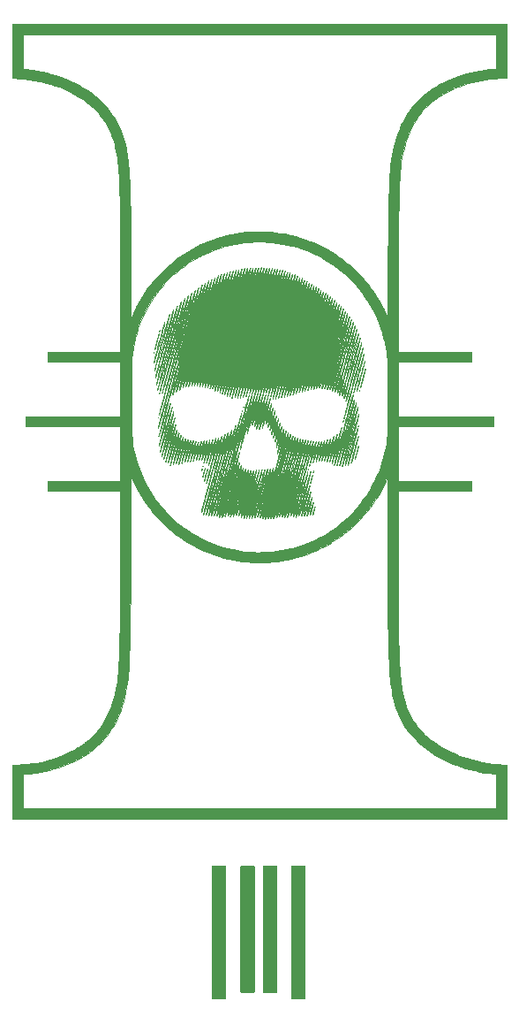
<source format=gbr>
G04 #@! TF.GenerationSoftware,KiCad,Pcbnew,(5.1.8)-1*
G04 #@! TF.CreationDate,2021-05-02T00:16:01-04:00*
G04 #@! TF.ProjectId,CryptoRosette,43727970-746f-4526-9f73-657474652e6b,1*
G04 #@! TF.SameCoordinates,Original*
G04 #@! TF.FileFunction,Soldermask,Top*
G04 #@! TF.FilePolarity,Negative*
%FSLAX46Y46*%
G04 Gerber Fmt 4.6, Leading zero omitted, Abs format (unit mm)*
G04 Created by KiCad (PCBNEW (5.1.8)-1) date 2021-05-02 00:16:01*
%MOMM*%
%LPD*%
G01*
G04 APERTURE LIST*
%ADD10C,0.010000*%
G04 APERTURE END LIST*
D10*
G36*
X177908548Y-42094500D02*
G01*
X177908588Y-42291087D01*
X177908700Y-42490430D01*
X177908880Y-42691023D01*
X177909124Y-42891362D01*
X177909429Y-43089939D01*
X177909790Y-43285250D01*
X177910203Y-43475788D01*
X177910665Y-43660048D01*
X177911172Y-43836525D01*
X177911720Y-44003713D01*
X177912304Y-44160105D01*
X177912922Y-44304197D01*
X177913570Y-44434482D01*
X177914243Y-44549455D01*
X177914937Y-44647611D01*
X177915168Y-44675752D01*
X177921760Y-45448429D01*
X177734528Y-45454538D01*
X177669499Y-45456717D01*
X177591297Y-45459428D01*
X177505550Y-45462472D01*
X177417885Y-45465648D01*
X177333930Y-45468754D01*
X177298000Y-45470108D01*
X176835694Y-45495669D01*
X176378576Y-45536951D01*
X175927265Y-45593768D01*
X175482377Y-45665933D01*
X175044532Y-45753260D01*
X174614346Y-45855560D01*
X174192437Y-45972648D01*
X173779425Y-46104335D01*
X173375926Y-46250437D01*
X172982558Y-46410764D01*
X172599940Y-46585131D01*
X172228689Y-46773350D01*
X171869424Y-46975234D01*
X171522761Y-47190597D01*
X171447856Y-47240029D01*
X171341786Y-47312185D01*
X171227227Y-47392603D01*
X171107696Y-47478669D01*
X170986710Y-47567764D01*
X170867786Y-47657271D01*
X170754441Y-47744573D01*
X170650193Y-47827054D01*
X170562296Y-47898970D01*
X170308677Y-48122873D01*
X170066374Y-48361438D01*
X169835258Y-48614820D01*
X169615204Y-48883173D01*
X169406083Y-49166651D01*
X169207770Y-49465406D01*
X169045196Y-49735667D01*
X168995932Y-49823852D01*
X168941514Y-49925556D01*
X168883877Y-50036868D01*
X168824956Y-50153880D01*
X168766686Y-50272680D01*
X168711003Y-50389360D01*
X168659840Y-50500009D01*
X168615135Y-50600718D01*
X168602863Y-50629370D01*
X168455970Y-50997036D01*
X168320926Y-51379001D01*
X168197819Y-51774877D01*
X168086737Y-52184278D01*
X167987770Y-52606814D01*
X167901007Y-53042099D01*
X167826536Y-53489744D01*
X167764446Y-53949361D01*
X167714826Y-54420563D01*
X167702977Y-54556963D01*
X167697585Y-54626070D01*
X167692249Y-54702824D01*
X167686927Y-54788177D01*
X167681578Y-54883080D01*
X167676158Y-54988487D01*
X167670625Y-55105351D01*
X167664938Y-55234623D01*
X167659053Y-55377257D01*
X167652929Y-55534204D01*
X167646523Y-55706417D01*
X167639793Y-55894849D01*
X167632696Y-56100452D01*
X167627335Y-56259704D01*
X167621877Y-56425401D01*
X167616610Y-56589789D01*
X167611529Y-56753328D01*
X167606629Y-56916482D01*
X167601907Y-57079712D01*
X167597358Y-57243479D01*
X167592977Y-57408245D01*
X167588761Y-57574472D01*
X167584704Y-57742623D01*
X167580802Y-57913157D01*
X167577052Y-58086539D01*
X167573447Y-58263228D01*
X167569985Y-58443688D01*
X167566661Y-58628379D01*
X167563470Y-58817764D01*
X167560408Y-59012305D01*
X167557470Y-59212462D01*
X167554653Y-59418699D01*
X167551951Y-59631476D01*
X167549361Y-59851255D01*
X167546877Y-60078499D01*
X167544496Y-60313669D01*
X167542214Y-60557227D01*
X167540024Y-60809634D01*
X167537925Y-61071353D01*
X167535910Y-61342845D01*
X167533975Y-61624572D01*
X167532117Y-61916996D01*
X167530331Y-62220578D01*
X167528611Y-62535781D01*
X167526955Y-62863066D01*
X167525357Y-63202895D01*
X167523814Y-63555729D01*
X167522320Y-63922031D01*
X167520871Y-64302262D01*
X167519464Y-64696884D01*
X167518093Y-65106359D01*
X167516754Y-65531149D01*
X167515442Y-65971715D01*
X167514154Y-66428519D01*
X167512885Y-66902023D01*
X167511631Y-67392689D01*
X167510387Y-67900978D01*
X167509148Y-68427353D01*
X167508431Y-68740981D01*
X167501823Y-71659630D01*
X174551037Y-71659630D01*
X174551037Y-72638000D01*
X167501816Y-72638000D01*
X167508046Y-73096611D01*
X167508639Y-73150006D01*
X167509217Y-73221127D01*
X167509777Y-73308887D01*
X167510317Y-73412197D01*
X167510833Y-73529968D01*
X167511324Y-73661113D01*
X167511787Y-73804544D01*
X167512219Y-73959171D01*
X167512617Y-74123907D01*
X167512979Y-74297664D01*
X167513303Y-74479353D01*
X167513585Y-74667886D01*
X167513823Y-74862175D01*
X167514015Y-75061132D01*
X167514157Y-75263668D01*
X167514248Y-75468694D01*
X167514285Y-75675124D01*
X167514286Y-75702463D01*
X167514296Y-77849704D01*
X176658296Y-77849704D01*
X176658296Y-78818667D01*
X167504889Y-78818667D01*
X167504889Y-84039778D01*
X174551037Y-84039778D01*
X174551037Y-85008741D01*
X167501781Y-85008741D01*
X167508054Y-89357315D01*
X167508931Y-89948275D01*
X167509827Y-90520481D01*
X167510745Y-91073992D01*
X167511684Y-91608868D01*
X167512644Y-92125170D01*
X167513625Y-92622956D01*
X167514629Y-93102287D01*
X167515654Y-93563224D01*
X167516702Y-94005826D01*
X167517772Y-94430152D01*
X167518864Y-94836264D01*
X167519980Y-95224221D01*
X167521119Y-95594083D01*
X167522281Y-95945909D01*
X167523467Y-96279761D01*
X167524677Y-96595698D01*
X167525911Y-96893780D01*
X167527169Y-97174066D01*
X167528452Y-97436618D01*
X167529760Y-97681494D01*
X167531093Y-97908755D01*
X167532451Y-98118462D01*
X167533835Y-98310673D01*
X167535244Y-98485448D01*
X167536680Y-98642849D01*
X167538142Y-98782935D01*
X167539630Y-98905765D01*
X167541146Y-99011400D01*
X167542688Y-99099900D01*
X167544257Y-99171324D01*
X167545854Y-99225734D01*
X167547356Y-99260963D01*
X167551988Y-99347235D01*
X167556288Y-99428793D01*
X167560344Y-99507556D01*
X167564242Y-99585444D01*
X167568070Y-99664375D01*
X167571914Y-99746267D01*
X167575861Y-99833041D01*
X167579998Y-99926613D01*
X167584412Y-100028905D01*
X167589190Y-100141833D01*
X167594420Y-100267318D01*
X167600187Y-100407277D01*
X167606579Y-100563631D01*
X167608315Y-100606222D01*
X167620735Y-100903007D01*
X167633145Y-101182065D01*
X167645646Y-101444483D01*
X167658338Y-101691348D01*
X167671320Y-101923749D01*
X167684695Y-102142772D01*
X167698561Y-102349504D01*
X167713019Y-102545034D01*
X167728169Y-102730448D01*
X167744112Y-102906834D01*
X167760949Y-103075280D01*
X167778778Y-103236871D01*
X167797702Y-103392697D01*
X167817820Y-103543844D01*
X167839232Y-103691400D01*
X167862039Y-103836452D01*
X167886341Y-103980088D01*
X167912238Y-104123394D01*
X167939832Y-104267458D01*
X167951629Y-104326852D01*
X168025679Y-104667992D01*
X168108037Y-104993771D01*
X168199302Y-105305989D01*
X168300072Y-105606446D01*
X168410943Y-105896942D01*
X168532514Y-106179277D01*
X168643961Y-106412696D01*
X168687472Y-106499165D01*
X168725198Y-106572396D01*
X168759275Y-106636215D01*
X168791843Y-106694450D01*
X168825040Y-106750928D01*
X168861004Y-106809474D01*
X168900192Y-106871296D01*
X169108155Y-107178475D01*
X169332336Y-107476432D01*
X169572418Y-107764916D01*
X169828083Y-108043680D01*
X170099012Y-108312474D01*
X170384888Y-108571049D01*
X170685392Y-108819157D01*
X171000206Y-109056548D01*
X171329013Y-109282974D01*
X171671494Y-109498185D01*
X172027332Y-109701933D01*
X172396208Y-109893969D01*
X172777803Y-110074043D01*
X173171801Y-110241908D01*
X173243407Y-110270567D01*
X173689606Y-110437524D01*
X174145516Y-110588550D01*
X174610654Y-110723530D01*
X175084537Y-110842346D01*
X175566682Y-110944881D01*
X176056604Y-111031018D01*
X176553822Y-111100642D01*
X176790000Y-111127637D01*
X176914339Y-111140326D01*
X177040614Y-111152137D01*
X177172127Y-111163339D01*
X177312177Y-111174198D01*
X177464067Y-111184982D01*
X177631096Y-111195955D01*
X177650778Y-111197201D01*
X177904778Y-111213218D01*
X177907146Y-113802535D01*
X177909515Y-116391852D01*
X130552592Y-116391852D01*
X130552457Y-114348093D01*
X130552398Y-114144907D01*
X130552252Y-113942062D01*
X130552024Y-113740741D01*
X130551717Y-113542128D01*
X130551335Y-113347404D01*
X130550884Y-113157753D01*
X130550367Y-112974359D01*
X130549790Y-112798403D01*
X130549155Y-112631071D01*
X130548468Y-112473544D01*
X130547734Y-112327005D01*
X130546955Y-112192638D01*
X130546298Y-112095232D01*
X131510154Y-112095232D01*
X131515910Y-112131228D01*
X131516525Y-112144373D01*
X131517123Y-112175344D01*
X131517699Y-112223156D01*
X131518249Y-112286820D01*
X131518771Y-112365349D01*
X131519261Y-112457757D01*
X131519715Y-112563054D01*
X131520130Y-112680255D01*
X131520503Y-112808371D01*
X131520831Y-112946416D01*
X131521109Y-113093401D01*
X131521334Y-113248340D01*
X131521504Y-113410245D01*
X131521614Y-113578129D01*
X131521661Y-113751004D01*
X131521663Y-113790353D01*
X131521660Y-115413481D01*
X176931163Y-115413481D01*
X176926407Y-112088753D01*
X176757074Y-112071952D01*
X176284878Y-112017649D01*
X175814325Y-111948762D01*
X175347124Y-111865699D01*
X174884982Y-111768868D01*
X174429608Y-111658675D01*
X173982710Y-111535530D01*
X173545996Y-111399839D01*
X173121176Y-111252010D01*
X172791852Y-111125611D01*
X172371219Y-110948246D01*
X171964109Y-110758579D01*
X171570664Y-110556717D01*
X171191025Y-110342767D01*
X170825336Y-110116835D01*
X170473738Y-109879028D01*
X170136374Y-109629452D01*
X169813386Y-109368213D01*
X169504916Y-109095420D01*
X169211106Y-108811177D01*
X168932098Y-108515592D01*
X168668036Y-108208770D01*
X168419060Y-107890820D01*
X168351009Y-107798352D01*
X168234026Y-107633663D01*
X168128511Y-107477316D01*
X168031904Y-107325116D01*
X167941646Y-107172864D01*
X167855177Y-107016365D01*
X167769938Y-106851422D01*
X167754182Y-106819815D01*
X167625858Y-106549137D01*
X167506478Y-106272393D01*
X167395833Y-105988668D01*
X167293712Y-105697048D01*
X167199904Y-105396619D01*
X167114200Y-105086466D01*
X167036389Y-104765674D01*
X166966260Y-104433330D01*
X166903603Y-104088520D01*
X166848208Y-103730329D01*
X166799864Y-103357842D01*
X166758361Y-102970146D01*
X166723489Y-102566326D01*
X166700978Y-102243111D01*
X166694799Y-102143005D01*
X166689025Y-102045510D01*
X166683575Y-101948824D01*
X166678368Y-101851143D01*
X166673325Y-101750665D01*
X166668365Y-101645587D01*
X166663407Y-101534106D01*
X166658370Y-101414419D01*
X166653176Y-101284724D01*
X166647742Y-101143217D01*
X166641989Y-100988097D01*
X166635836Y-100817559D01*
X166630025Y-100653259D01*
X166623256Y-100463292D01*
X166616631Y-100282986D01*
X166610189Y-100113332D01*
X166603973Y-99955321D01*
X166598025Y-99809941D01*
X166592386Y-99678184D01*
X166587097Y-99561039D01*
X166582201Y-99459497D01*
X166577738Y-99374547D01*
X166573751Y-99307179D01*
X166572880Y-99293889D01*
X166571553Y-99267458D01*
X166570248Y-99227920D01*
X166568965Y-99175103D01*
X166567701Y-99108833D01*
X166566458Y-99028938D01*
X166565234Y-98935242D01*
X166564028Y-98827574D01*
X166562840Y-98705760D01*
X166561668Y-98569626D01*
X166560514Y-98418999D01*
X166559375Y-98253707D01*
X166558250Y-98073575D01*
X166557140Y-97878430D01*
X166556044Y-97668099D01*
X166554961Y-97442408D01*
X166553889Y-97201185D01*
X166552830Y-96944256D01*
X166551781Y-96671447D01*
X166550742Y-96382585D01*
X166549713Y-96077498D01*
X166548692Y-95756011D01*
X166547679Y-95417951D01*
X166546674Y-95063145D01*
X166545676Y-94691419D01*
X166544683Y-94302601D01*
X166543696Y-93896517D01*
X166542713Y-93472994D01*
X166541734Y-93031857D01*
X166540758Y-92572935D01*
X166539785Y-92096053D01*
X166538814Y-91601039D01*
X166537844Y-91087718D01*
X166536874Y-90555918D01*
X166535967Y-90041704D01*
X166535384Y-89707351D01*
X166534803Y-89376880D01*
X166534225Y-89050824D01*
X166533651Y-88729718D01*
X166533083Y-88414098D01*
X166532521Y-88104497D01*
X166531966Y-87801450D01*
X166531420Y-87505492D01*
X166530883Y-87217157D01*
X166530356Y-86936981D01*
X166529842Y-86665497D01*
X166529340Y-86403241D01*
X166528851Y-86150746D01*
X166528378Y-85908549D01*
X166527920Y-85677182D01*
X166527479Y-85457182D01*
X166527056Y-85249082D01*
X166526652Y-85053417D01*
X166526268Y-84870722D01*
X166525905Y-84701532D01*
X166525565Y-84546380D01*
X166525247Y-84405803D01*
X166524954Y-84280333D01*
X166524686Y-84170507D01*
X166524445Y-84076858D01*
X166524231Y-83999922D01*
X166524046Y-83940233D01*
X166523890Y-83898325D01*
X166523772Y-83875737D01*
X166521815Y-83603511D01*
X166452174Y-83767552D01*
X166309526Y-84090286D01*
X166154237Y-84416980D01*
X165989180Y-84741978D01*
X165817230Y-85059628D01*
X165641260Y-85364275D01*
X165637282Y-85370926D01*
X165371605Y-85796674D01*
X165091082Y-86210992D01*
X164796023Y-86613568D01*
X164486740Y-87004090D01*
X164163543Y-87382247D01*
X163826743Y-87747726D01*
X163476651Y-88100217D01*
X163113578Y-88439408D01*
X162737835Y-88764986D01*
X162349732Y-89076641D01*
X161949580Y-89374060D01*
X161537691Y-89656932D01*
X161114375Y-89924946D01*
X161065518Y-89954474D01*
X160783666Y-90118513D01*
X160487749Y-90280360D01*
X160182516Y-90437656D01*
X159872717Y-90588044D01*
X159563101Y-90729165D01*
X159258417Y-90858659D01*
X159184293Y-90888652D01*
X158720691Y-91064256D01*
X158250814Y-91222399D01*
X157775476Y-91362891D01*
X157295491Y-91485541D01*
X156811672Y-91590156D01*
X156324833Y-91676548D01*
X155835788Y-91744523D01*
X155345350Y-91793891D01*
X155322296Y-91795749D01*
X155217428Y-91803905D01*
X155122825Y-91810758D01*
X155035041Y-91816456D01*
X154950636Y-91821148D01*
X154866164Y-91824982D01*
X154778182Y-91828106D01*
X154683248Y-91830670D01*
X154577919Y-91832821D01*
X154458750Y-91834708D01*
X154400370Y-91835501D01*
X153935303Y-91834320D01*
X153479500Y-91818292D01*
X153030322Y-91787142D01*
X152585132Y-91740596D01*
X152141292Y-91678379D01*
X151696164Y-91600217D01*
X151258296Y-91508370D01*
X150779759Y-91390510D01*
X150305889Y-91254546D01*
X149837281Y-91100743D01*
X149374524Y-90929366D01*
X148918212Y-90740680D01*
X148468936Y-90534949D01*
X148027289Y-90312437D01*
X147593863Y-90073410D01*
X147169248Y-89818132D01*
X146754039Y-89546868D01*
X146545185Y-89401808D01*
X146148022Y-89108883D01*
X145762374Y-88801528D01*
X145388660Y-88480272D01*
X145027303Y-88145641D01*
X144678723Y-87798162D01*
X144343342Y-87438364D01*
X144021579Y-87066773D01*
X143713857Y-86683916D01*
X143420595Y-86290321D01*
X143142216Y-85886515D01*
X142879139Y-85473025D01*
X142631787Y-85050379D01*
X142400580Y-84619103D01*
X142185938Y-84179725D01*
X141988283Y-83732773D01*
X141954992Y-83652652D01*
X141882005Y-83475288D01*
X141876072Y-86798477D01*
X141874999Y-87377395D01*
X141873877Y-87937970D01*
X141872702Y-88480675D01*
X141871467Y-89005982D01*
X141870169Y-89514363D01*
X141868802Y-90006291D01*
X141867361Y-90482239D01*
X141865842Y-90942677D01*
X141864239Y-91388080D01*
X141862548Y-91818918D01*
X141860762Y-92235664D01*
X141858879Y-92638791D01*
X141856892Y-93028771D01*
X141854796Y-93406076D01*
X141852587Y-93771179D01*
X141850259Y-94124551D01*
X141847808Y-94466666D01*
X141845229Y-94797994D01*
X141842516Y-95119010D01*
X141839665Y-95430184D01*
X141836670Y-95731990D01*
X141833528Y-96024900D01*
X141830232Y-96309385D01*
X141826778Y-96585918D01*
X141823161Y-96854972D01*
X141819375Y-97117019D01*
X141815417Y-97372531D01*
X141811280Y-97621980D01*
X141806960Y-97865839D01*
X141802453Y-98104580D01*
X141797752Y-98338675D01*
X141792853Y-98568597D01*
X141787752Y-98794818D01*
X141782442Y-99017810D01*
X141776920Y-99238045D01*
X141771180Y-99455996D01*
X141765216Y-99672136D01*
X141759026Y-99886936D01*
X141752602Y-100100868D01*
X141745940Y-100314406D01*
X141739036Y-100528021D01*
X141731885Y-100742186D01*
X141728173Y-100850815D01*
X141720405Y-101072890D01*
X141712956Y-101277522D01*
X141705732Y-101466075D01*
X141698638Y-101639915D01*
X141691580Y-101800409D01*
X141684463Y-101948922D01*
X141677193Y-102086820D01*
X141669675Y-102215470D01*
X141661815Y-102336236D01*
X141653519Y-102450486D01*
X141644692Y-102559585D01*
X141635239Y-102664898D01*
X141625066Y-102767792D01*
X141614079Y-102869634D01*
X141602183Y-102971787D01*
X141589284Y-103075619D01*
X141575287Y-103182496D01*
X141560098Y-103293783D01*
X141558379Y-103306148D01*
X141485190Y-103778180D01*
X141398929Y-104237069D01*
X141299618Y-104682746D01*
X141187277Y-105115138D01*
X141061926Y-105534176D01*
X140923587Y-105939790D01*
X140772280Y-106331907D01*
X140608026Y-106710459D01*
X140490862Y-106956222D01*
X140323445Y-107279673D01*
X140149132Y-107586692D01*
X139966916Y-107878719D01*
X139775792Y-108157191D01*
X139574754Y-108423546D01*
X139362798Y-108679220D01*
X139138918Y-108925653D01*
X139047886Y-109019842D01*
X138968563Y-109099807D01*
X138893093Y-109174223D01*
X138819737Y-109244565D01*
X138746757Y-109312308D01*
X138672414Y-109378929D01*
X138594971Y-109445903D01*
X138512689Y-109514705D01*
X138423829Y-109586812D01*
X138326654Y-109663699D01*
X138219425Y-109746841D01*
X138100404Y-109837715D01*
X137967853Y-109937796D01*
X137956712Y-109946170D01*
X137629467Y-110180572D01*
X137288428Y-110402472D01*
X136934010Y-110611699D01*
X136566626Y-110808086D01*
X136186693Y-110991461D01*
X135794625Y-111161656D01*
X135390835Y-111318502D01*
X134975740Y-111461828D01*
X134549754Y-111591466D01*
X134113292Y-111707245D01*
X133666767Y-111808997D01*
X133210596Y-111896552D01*
X133163389Y-111904704D01*
X132859822Y-111953117D01*
X132546581Y-111996472D01*
X132230276Y-112033987D01*
X131917516Y-112064879D01*
X131614913Y-112088366D01*
X131607577Y-112088849D01*
X131510154Y-112095232D01*
X130546298Y-112095232D01*
X130546138Y-112071626D01*
X130545285Y-111965152D01*
X130544402Y-111874399D01*
X130543493Y-111800550D01*
X130542923Y-111764041D01*
X130540850Y-111637724D01*
X130539350Y-111529498D01*
X130538423Y-111438645D01*
X130538071Y-111364450D01*
X130538294Y-111306197D01*
X130539093Y-111263168D01*
X130540470Y-111234649D01*
X130542425Y-111219924D01*
X130543630Y-111217503D01*
X130555334Y-111215663D01*
X130583356Y-111213575D01*
X130625203Y-111211353D01*
X130678380Y-111209114D01*
X130740395Y-111206971D01*
X130808753Y-111205041D01*
X130818923Y-111204789D01*
X131141765Y-111194233D01*
X131449993Y-111178517D01*
X131747174Y-111157323D01*
X132036874Y-111130334D01*
X132322662Y-111097234D01*
X132608103Y-111057704D01*
X132786852Y-111029764D01*
X133231967Y-110948989D01*
X133668428Y-110853166D01*
X134095751Y-110742481D01*
X134513449Y-110617117D01*
X134921038Y-110477260D01*
X135318030Y-110323095D01*
X135703941Y-110154806D01*
X136078284Y-109972579D01*
X136440575Y-109776598D01*
X136790328Y-109567048D01*
X137015481Y-109420445D01*
X137077311Y-109378618D01*
X137134493Y-109339383D01*
X137189428Y-109300992D01*
X137244515Y-109261696D01*
X137302152Y-109219749D01*
X137364739Y-109173402D01*
X137434674Y-109120906D01*
X137514358Y-109060515D01*
X137606189Y-108990481D01*
X137617555Y-108981791D01*
X137815340Y-108826194D01*
X137997930Y-108673084D01*
X138168191Y-108519679D01*
X138328990Y-108363200D01*
X138483194Y-108200867D01*
X138633671Y-108029899D01*
X138770127Y-107864037D01*
X138981252Y-107585053D01*
X139180819Y-107291311D01*
X139368778Y-106982936D01*
X139545080Y-106660056D01*
X139709674Y-106322796D01*
X139862512Y-105971284D01*
X140003543Y-105605645D01*
X140132717Y-105226005D01*
X140249984Y-104832492D01*
X140355295Y-104425232D01*
X140448600Y-104004351D01*
X140529848Y-103569975D01*
X140575846Y-103282630D01*
X140603720Y-103088756D01*
X140628265Y-102900515D01*
X140649768Y-102714659D01*
X140668518Y-102527946D01*
X140684803Y-102337129D01*
X140698912Y-102138965D01*
X140711133Y-101930209D01*
X140721755Y-101707615D01*
X140726770Y-101584593D01*
X140743694Y-101132242D01*
X140759426Y-100681667D01*
X140774018Y-100230732D01*
X140787525Y-99777303D01*
X140800000Y-99319245D01*
X140811497Y-98854425D01*
X140822069Y-98380707D01*
X140831771Y-97895958D01*
X140840656Y-97398043D01*
X140848779Y-96884827D01*
X140853607Y-96546926D01*
X140855719Y-96383851D01*
X140857833Y-96202859D01*
X140859945Y-96004848D01*
X140862049Y-95790717D01*
X140864142Y-95561364D01*
X140866219Y-95317686D01*
X140868277Y-95060582D01*
X140870310Y-94790949D01*
X140872315Y-94509687D01*
X140874287Y-94217692D01*
X140876222Y-93915864D01*
X140878116Y-93605099D01*
X140879964Y-93286297D01*
X140881762Y-92960355D01*
X140883506Y-92628171D01*
X140885192Y-92290644D01*
X140886815Y-91948672D01*
X140888371Y-91603152D01*
X140889856Y-91254983D01*
X140891265Y-90905063D01*
X140892594Y-90554289D01*
X140893839Y-90203561D01*
X140894996Y-89853776D01*
X140896060Y-89505831D01*
X140897027Y-89160626D01*
X140897893Y-88819059D01*
X140898653Y-88482027D01*
X140899303Y-88150428D01*
X140899840Y-87825161D01*
X140900257Y-87507123D01*
X140900552Y-87197214D01*
X140900721Y-86896330D01*
X140900761Y-86662093D01*
X140900741Y-85008741D01*
X133901630Y-85008741D01*
X133901630Y-84039778D01*
X140900741Y-84039778D01*
X140900741Y-78818667D01*
X131803778Y-78818667D01*
X131803778Y-77849704D01*
X140900741Y-77849704D01*
X140900741Y-75991741D01*
X141921444Y-75991741D01*
X141921445Y-76280346D01*
X141921454Y-76550817D01*
X141921476Y-76803832D01*
X141921520Y-77040072D01*
X141921593Y-77260216D01*
X141921702Y-77464944D01*
X141921853Y-77654936D01*
X141922055Y-77830871D01*
X141922315Y-77993430D01*
X141922639Y-78143292D01*
X141923035Y-78281136D01*
X141923511Y-78407644D01*
X141924072Y-78523493D01*
X141924728Y-78629365D01*
X141925484Y-78725938D01*
X141926347Y-78813893D01*
X141927326Y-78893910D01*
X141928428Y-78966667D01*
X141929659Y-79032846D01*
X141931026Y-79093125D01*
X141932538Y-79148185D01*
X141934201Y-79198705D01*
X141936022Y-79245365D01*
X141938009Y-79288845D01*
X141940168Y-79329824D01*
X141942508Y-79368983D01*
X141945035Y-79407001D01*
X141947756Y-79444557D01*
X141950678Y-79482332D01*
X141953810Y-79521005D01*
X141957157Y-79561257D01*
X141959577Y-79590074D01*
X142009515Y-80073893D01*
X142077511Y-80552797D01*
X142163446Y-81026475D01*
X142267203Y-81494614D01*
X142388661Y-81956903D01*
X142527702Y-82413029D01*
X142684207Y-82862680D01*
X142858057Y-83305544D01*
X143049133Y-83741310D01*
X143257316Y-84169664D01*
X143482488Y-84590295D01*
X143724529Y-85002891D01*
X143983320Y-85407140D01*
X144258744Y-85802729D01*
X144398607Y-85991815D01*
X144683250Y-86354140D01*
X144983934Y-86707880D01*
X145299319Y-87051659D01*
X145628067Y-87384100D01*
X145968840Y-87703828D01*
X146320299Y-88009466D01*
X146521667Y-88174262D01*
X146902683Y-88467239D01*
X147293622Y-88744315D01*
X147694066Y-89005307D01*
X148103594Y-89250029D01*
X148521788Y-89478298D01*
X148948228Y-89689931D01*
X149382495Y-89884742D01*
X149824170Y-90062549D01*
X150272834Y-90223168D01*
X150728068Y-90366414D01*
X151189452Y-90492103D01*
X151656567Y-90600053D01*
X152128994Y-90690078D01*
X152330741Y-90722783D01*
X152760723Y-90780961D01*
X153196026Y-90824366D01*
X153632998Y-90852779D01*
X154067989Y-90865983D01*
X154497349Y-90863757D01*
X154621444Y-90860154D01*
X154756797Y-90855093D01*
X154878733Y-90849633D01*
X154992652Y-90843439D01*
X155103952Y-90836178D01*
X155218032Y-90827514D01*
X155340290Y-90817113D01*
X155392852Y-90812377D01*
X155867515Y-90759670D01*
X156338142Y-90688736D01*
X156804263Y-90599822D01*
X157265409Y-90493173D01*
X157721111Y-90369038D01*
X158170900Y-90227661D01*
X158614306Y-90069291D01*
X159050861Y-89894172D01*
X159480095Y-89702552D01*
X159901538Y-89494678D01*
X160314722Y-89270795D01*
X160719178Y-89031151D01*
X161114437Y-88775992D01*
X161500028Y-88505564D01*
X161875484Y-88220115D01*
X162240334Y-87919890D01*
X162594110Y-87605136D01*
X162936343Y-87276099D01*
X163266562Y-86933027D01*
X163584300Y-86576166D01*
X163687770Y-86453697D01*
X163987485Y-86079621D01*
X164271572Y-85695261D01*
X164539834Y-85301092D01*
X164792077Y-84897590D01*
X165028104Y-84485231D01*
X165247722Y-84064492D01*
X165450733Y-83635849D01*
X165636944Y-83199776D01*
X165806158Y-82756752D01*
X165958181Y-82307250D01*
X166092816Y-81851749D01*
X166209870Y-81390723D01*
X166309146Y-80924648D01*
X166390450Y-80454001D01*
X166453585Y-79979258D01*
X166488315Y-79627704D01*
X166491876Y-79585325D01*
X166495215Y-79544812D01*
X166498340Y-79505499D01*
X166501256Y-79466721D01*
X166503971Y-79427812D01*
X166506491Y-79388107D01*
X166508821Y-79346939D01*
X166510969Y-79303644D01*
X166512940Y-79257556D01*
X166514742Y-79208009D01*
X166516381Y-79154337D01*
X166517862Y-79095876D01*
X166519192Y-79031959D01*
X166520378Y-78961920D01*
X166521426Y-78885095D01*
X166522343Y-78800817D01*
X166523134Y-78708421D01*
X166523807Y-78607242D01*
X166524367Y-78496613D01*
X166524821Y-78375870D01*
X166525175Y-78244346D01*
X166525436Y-78101376D01*
X166525611Y-77946294D01*
X166525704Y-77778435D01*
X166525724Y-77597134D01*
X166525675Y-77401724D01*
X166525566Y-77191540D01*
X166525401Y-76965917D01*
X166525188Y-76724188D01*
X166524932Y-76465688D01*
X166524640Y-76189753D01*
X166524319Y-75895715D01*
X166524296Y-75874148D01*
X166523983Y-75583834D01*
X166523699Y-75311666D01*
X166523433Y-75056972D01*
X166523176Y-74819084D01*
X166522917Y-74597331D01*
X166522646Y-74391045D01*
X166522354Y-74199554D01*
X166522031Y-74022189D01*
X166521668Y-73858281D01*
X166521253Y-73707159D01*
X166520777Y-73568155D01*
X166520231Y-73440597D01*
X166519604Y-73323816D01*
X166518887Y-73217143D01*
X166518070Y-73119907D01*
X166517142Y-73031439D01*
X166516094Y-72951070D01*
X166514917Y-72878128D01*
X166513599Y-72811945D01*
X166512132Y-72751850D01*
X166510506Y-72697174D01*
X166508710Y-72647248D01*
X166506734Y-72601400D01*
X166504570Y-72558962D01*
X166502206Y-72519263D01*
X166499633Y-72481635D01*
X166496842Y-72445406D01*
X166493821Y-72409907D01*
X166490562Y-72374469D01*
X166487055Y-72338422D01*
X166483289Y-72301095D01*
X166479256Y-72261820D01*
X166474944Y-72219926D01*
X166470343Y-72174743D01*
X166469627Y-72167630D01*
X166412571Y-71693759D01*
X166337098Y-71222739D01*
X166243421Y-70755228D01*
X166131755Y-70291883D01*
X166002312Y-69833360D01*
X165855306Y-69380316D01*
X165690950Y-68933409D01*
X165509459Y-68493295D01*
X165311045Y-68060632D01*
X165095923Y-67636077D01*
X164864305Y-67220286D01*
X164858257Y-67209926D01*
X164608175Y-66800598D01*
X164343059Y-66402390D01*
X164063298Y-66015660D01*
X163769285Y-65640769D01*
X163461409Y-65278077D01*
X163140062Y-64927944D01*
X162805633Y-64590730D01*
X162458514Y-64266795D01*
X162099096Y-63956500D01*
X161727768Y-63660205D01*
X161344923Y-63378269D01*
X160950950Y-63111052D01*
X160546240Y-62858915D01*
X160131184Y-62622218D01*
X159706173Y-62401321D01*
X159567149Y-62333559D01*
X159134402Y-62136395D01*
X158693933Y-61956227D01*
X158246512Y-61793260D01*
X157792909Y-61647701D01*
X157333895Y-61519755D01*
X156870239Y-61409630D01*
X156402713Y-61317530D01*
X155932086Y-61243662D01*
X155459129Y-61188232D01*
X155204704Y-61166166D01*
X154918039Y-61148027D01*
X154621608Y-61136242D01*
X154320442Y-61130825D01*
X154019574Y-61131789D01*
X153724034Y-61139146D01*
X153438855Y-61152909D01*
X153313815Y-61161301D01*
X152830647Y-61206135D01*
X152351456Y-61269322D01*
X151876473Y-61350803D01*
X151405934Y-61450521D01*
X150940070Y-61568417D01*
X150479116Y-61704434D01*
X150023304Y-61858513D01*
X149572870Y-62030596D01*
X149223091Y-62178305D01*
X149147802Y-62212274D01*
X149059227Y-62253608D01*
X148960580Y-62300705D01*
X148855077Y-62351965D01*
X148745932Y-62405786D01*
X148636359Y-62460566D01*
X148529573Y-62514705D01*
X148428788Y-62566601D01*
X148337220Y-62614653D01*
X148258082Y-62657260D01*
X148226645Y-62674642D01*
X147809009Y-62918689D01*
X147402508Y-63177740D01*
X147007462Y-63451511D01*
X146624192Y-63739724D01*
X146253020Y-64042096D01*
X145894265Y-64358347D01*
X145548249Y-64688195D01*
X145215292Y-65031360D01*
X144895716Y-65387559D01*
X144589841Y-65756514D01*
X144343545Y-66076333D01*
X144064543Y-66466834D01*
X143801827Y-66866613D01*
X143555547Y-67275270D01*
X143325853Y-67692407D01*
X143112897Y-68117623D01*
X142916827Y-68550521D01*
X142737795Y-68990701D01*
X142575951Y-69437763D01*
X142431444Y-69891310D01*
X142304426Y-70350940D01*
X142195046Y-70816256D01*
X142103456Y-71286859D01*
X142029805Y-71762348D01*
X141974243Y-72242325D01*
X141959412Y-72407518D01*
X141955920Y-72449554D01*
X141952648Y-72489434D01*
X141949591Y-72527841D01*
X141946740Y-72565456D01*
X141944088Y-72602962D01*
X141941628Y-72641040D01*
X141939354Y-72680372D01*
X141937257Y-72721640D01*
X141935330Y-72765527D01*
X141933567Y-72812713D01*
X141931959Y-72863881D01*
X141930500Y-72919713D01*
X141929183Y-72980890D01*
X141928001Y-73048095D01*
X141926945Y-73122010D01*
X141926009Y-73203315D01*
X141925186Y-73292694D01*
X141924468Y-73390829D01*
X141923849Y-73498400D01*
X141923320Y-73616090D01*
X141922875Y-73744581D01*
X141922507Y-73884554D01*
X141922208Y-74036693D01*
X141921971Y-74201677D01*
X141921789Y-74380191D01*
X141921655Y-74572914D01*
X141921561Y-74780530D01*
X141921500Y-75003720D01*
X141921465Y-75243166D01*
X141921449Y-75499550D01*
X141921445Y-75773554D01*
X141921444Y-75991741D01*
X140900741Y-75991741D01*
X140900741Y-72638025D01*
X137403537Y-72635661D01*
X133906333Y-72633296D01*
X133903897Y-72146463D01*
X133901460Y-71659630D01*
X140899105Y-71659630D01*
X140894909Y-67809648D01*
X140894442Y-67400299D01*
X140893939Y-66993543D01*
X140893399Y-66589825D01*
X140892824Y-66189588D01*
X140892217Y-65793275D01*
X140891578Y-65401330D01*
X140890908Y-65014196D01*
X140890210Y-64632318D01*
X140889484Y-64256138D01*
X140888732Y-63886101D01*
X140887956Y-63522649D01*
X140887156Y-63166227D01*
X140886334Y-62817278D01*
X140885492Y-62476245D01*
X140884631Y-62143572D01*
X140883752Y-61819702D01*
X140882857Y-61505080D01*
X140881947Y-61200148D01*
X140881024Y-60905350D01*
X140880089Y-60621131D01*
X140879143Y-60347932D01*
X140878188Y-60086199D01*
X140877225Y-59836373D01*
X140876256Y-59598900D01*
X140875282Y-59374223D01*
X140874304Y-59162784D01*
X140873324Y-58965028D01*
X140872344Y-58781399D01*
X140871364Y-58612339D01*
X140870386Y-58458292D01*
X140869412Y-58319702D01*
X140868443Y-58197013D01*
X140867480Y-58090668D01*
X140866525Y-58001110D01*
X140865579Y-57928783D01*
X140864643Y-57874131D01*
X140863720Y-57837598D01*
X140863199Y-57825042D01*
X140859876Y-57759722D01*
X140856076Y-57677140D01*
X140851858Y-57578841D01*
X140847280Y-57466369D01*
X140842401Y-57341270D01*
X140837278Y-57205089D01*
X140831970Y-57059371D01*
X140826535Y-56905660D01*
X140821032Y-56745502D01*
X140815520Y-56580442D01*
X140811356Y-56452556D01*
X140802931Y-56196376D01*
X140794700Y-55957736D01*
X140786596Y-55735363D01*
X140778551Y-55527985D01*
X140770497Y-55334328D01*
X140762367Y-55153118D01*
X140754093Y-54983084D01*
X140745609Y-54822952D01*
X140736845Y-54671450D01*
X140727736Y-54527303D01*
X140718213Y-54389240D01*
X140708209Y-54255987D01*
X140697657Y-54126272D01*
X140686488Y-53998821D01*
X140674636Y-53872361D01*
X140674429Y-53870222D01*
X140632658Y-53481409D01*
X140584100Y-53109228D01*
X140528517Y-52752673D01*
X140465672Y-52410737D01*
X140395325Y-52082415D01*
X140317240Y-51766701D01*
X140231178Y-51462588D01*
X140136901Y-51169070D01*
X140034172Y-50885142D01*
X139922752Y-50609796D01*
X139880112Y-50511778D01*
X139786777Y-50308956D01*
X139691761Y-50118733D01*
X139592925Y-49937617D01*
X139488132Y-49762116D01*
X139375244Y-49588740D01*
X139252123Y-49413997D01*
X139116631Y-49234395D01*
X139033349Y-49128889D01*
X138799139Y-48850462D01*
X138548994Y-48579827D01*
X138284878Y-48318983D01*
X138008756Y-48069928D01*
X137907165Y-47983848D01*
X137593412Y-47734380D01*
X137265289Y-47496757D01*
X136923190Y-47271158D01*
X136567506Y-47057760D01*
X136198629Y-46856742D01*
X135816950Y-46668284D01*
X135422863Y-46492562D01*
X135016759Y-46329757D01*
X134599030Y-46180046D01*
X134170069Y-46043607D01*
X133730266Y-45920620D01*
X133280015Y-45811263D01*
X133006206Y-45752509D01*
X132759833Y-45704922D01*
X132500805Y-45659976D01*
X132235201Y-45618571D01*
X131969099Y-45581607D01*
X131708578Y-45549984D01*
X131479222Y-45526398D01*
X131439768Y-45522932D01*
X131386863Y-45518588D01*
X131322884Y-45513537D01*
X131250209Y-45507950D01*
X131171215Y-45501998D01*
X131088280Y-45495854D01*
X131003782Y-45489688D01*
X130920097Y-45483672D01*
X130839604Y-45477978D01*
X130764679Y-45472777D01*
X130697701Y-45468241D01*
X130641046Y-45464541D01*
X130597093Y-45461848D01*
X130568219Y-45460335D01*
X130559648Y-45460067D01*
X130559050Y-45450780D01*
X130558465Y-45423439D01*
X130557896Y-45378801D01*
X130557345Y-45317627D01*
X130556813Y-45240676D01*
X130556303Y-45148709D01*
X130555816Y-45042483D01*
X130555356Y-44922759D01*
X130554924Y-44790297D01*
X130554521Y-44645855D01*
X130554151Y-44490194D01*
X130553815Y-44324072D01*
X130553515Y-44148250D01*
X130553254Y-43963487D01*
X130553033Y-43770543D01*
X130552854Y-43570176D01*
X130552720Y-43363146D01*
X130552633Y-43150214D01*
X130552594Y-42932138D01*
X130552592Y-42872963D01*
X130552592Y-41254889D01*
X131521555Y-41254889D01*
X131521555Y-44582516D01*
X131594463Y-44588833D01*
X131680042Y-44596912D01*
X131780389Y-44607509D01*
X131891694Y-44620164D01*
X132010145Y-44634418D01*
X132131934Y-44649812D01*
X132253249Y-44665885D01*
X132370281Y-44682177D01*
X132382333Y-44683906D01*
X132866264Y-44761247D01*
X133341770Y-44852718D01*
X133808374Y-44958125D01*
X134265600Y-45077275D01*
X134712971Y-45209975D01*
X135150009Y-45356031D01*
X135576240Y-45515250D01*
X135991184Y-45687439D01*
X136394366Y-45872405D01*
X136785309Y-46069955D01*
X137163536Y-46279895D01*
X137528571Y-46502032D01*
X137879935Y-46736172D01*
X138217154Y-46982124D01*
X138393667Y-47120153D01*
X138645583Y-47329880D01*
X138893009Y-47551322D01*
X139133121Y-47781673D01*
X139363094Y-48018126D01*
X139580102Y-48257873D01*
X139781321Y-48498109D01*
X139784824Y-48502475D01*
X139962766Y-48731778D01*
X140126791Y-48959046D01*
X140278562Y-49187161D01*
X140419737Y-49419005D01*
X140551978Y-49657462D01*
X140676945Y-49905414D01*
X140796299Y-50165745D01*
X140911700Y-50441338D01*
X140934108Y-50497667D01*
X141030505Y-50753036D01*
X141120307Y-51014133D01*
X141203666Y-51281856D01*
X141280735Y-51557105D01*
X141351668Y-51840780D01*
X141416619Y-52133781D01*
X141475740Y-52437006D01*
X141529186Y-52751356D01*
X141577110Y-53077731D01*
X141619665Y-53417029D01*
X141657006Y-53770152D01*
X141689284Y-54137997D01*
X141716654Y-54521465D01*
X141739269Y-54921456D01*
X141756541Y-55318963D01*
X141760559Y-55426383D01*
X141764057Y-55520979D01*
X141767131Y-55605737D01*
X141769876Y-55683643D01*
X141772387Y-55757684D01*
X141774761Y-55830845D01*
X141777094Y-55906112D01*
X141779479Y-55986472D01*
X141782014Y-56074911D01*
X141784793Y-56174415D01*
X141787913Y-56287970D01*
X141789963Y-56363185D01*
X141795731Y-56571573D01*
X141801197Y-56761638D01*
X141806378Y-56933871D01*
X141811292Y-57088761D01*
X141815954Y-57226798D01*
X141820382Y-57348471D01*
X141824592Y-57454271D01*
X141828601Y-57544688D01*
X141832425Y-57620210D01*
X141833147Y-57633185D01*
X141834608Y-57668568D01*
X141836052Y-57722740D01*
X141837477Y-57795677D01*
X141838883Y-57887355D01*
X141840272Y-57997747D01*
X141841641Y-58126830D01*
X141842992Y-58274578D01*
X141844324Y-58440966D01*
X141845637Y-58625969D01*
X141846931Y-58829564D01*
X141848206Y-59051723D01*
X141849462Y-59292424D01*
X141850698Y-59551640D01*
X141851915Y-59829347D01*
X141853112Y-60125519D01*
X141854289Y-60440133D01*
X141855447Y-60773163D01*
X141856585Y-61124583D01*
X141857702Y-61494370D01*
X141858800Y-61882499D01*
X141859877Y-62288943D01*
X141860933Y-62713679D01*
X141861970Y-63156682D01*
X141862985Y-63617926D01*
X141863980Y-64097386D01*
X141864954Y-64595039D01*
X141865234Y-64743719D01*
X141872346Y-68547548D01*
X141931066Y-68403200D01*
X141955516Y-68343561D01*
X141982099Y-68279486D01*
X142008056Y-68217583D01*
X142030626Y-68164459D01*
X142036564Y-68150667D01*
X142090057Y-68029477D01*
X142150088Y-67897895D01*
X142214685Y-67759996D01*
X142281876Y-67619853D01*
X142349691Y-67481541D01*
X142416156Y-67349133D01*
X142479300Y-67226704D01*
X142528442Y-67134351D01*
X142776639Y-66695505D01*
X143039866Y-66267775D01*
X143317888Y-65851440D01*
X143610471Y-65446777D01*
X143917380Y-65054065D01*
X144238380Y-64673581D01*
X144573238Y-64305603D01*
X144921718Y-63950409D01*
X145283585Y-63608276D01*
X145658606Y-63279482D01*
X146046546Y-62964305D01*
X146056000Y-62956922D01*
X146456459Y-62656244D01*
X146866434Y-62371725D01*
X147285627Y-62103514D01*
X147713743Y-61851763D01*
X148150487Y-61616623D01*
X148595561Y-61398245D01*
X149048670Y-61196780D01*
X149509518Y-61012379D01*
X149977809Y-60845193D01*
X150453247Y-60695373D01*
X150534348Y-60671760D01*
X151015466Y-60542911D01*
X151498888Y-60432587D01*
X151985016Y-60340732D01*
X152474253Y-60267289D01*
X152967003Y-60212203D01*
X153463667Y-60175417D01*
X153964649Y-60156873D01*
X154226333Y-60154422D01*
X154730641Y-60163641D01*
X155231849Y-60191293D01*
X155729677Y-60237324D01*
X156223847Y-60301679D01*
X156714077Y-60384306D01*
X157200088Y-60485151D01*
X157681599Y-60604161D01*
X158158332Y-60741281D01*
X158630005Y-60896458D01*
X159096340Y-61069639D01*
X159179333Y-61102576D01*
X159636519Y-61295884D01*
X160085142Y-61505798D01*
X160524786Y-61731962D01*
X160955038Y-61974024D01*
X161375480Y-62231628D01*
X161785698Y-62504421D01*
X162185277Y-62792049D01*
X162573801Y-63094158D01*
X162950855Y-63410393D01*
X163316024Y-63740401D01*
X163668891Y-64083827D01*
X164009043Y-64440317D01*
X164336064Y-64809518D01*
X164649537Y-65191075D01*
X164949049Y-65584634D01*
X165234183Y-65989841D01*
X165504525Y-66406342D01*
X165617819Y-66591652D01*
X165732415Y-66787045D01*
X165847543Y-66991883D01*
X165961582Y-67202953D01*
X166072910Y-67417044D01*
X166179907Y-67630945D01*
X166280951Y-67841442D01*
X166374420Y-68045326D01*
X166458693Y-68239384D01*
X166499300Y-68337707D01*
X166531222Y-68416562D01*
X166537705Y-66098744D01*
X166539103Y-65615255D01*
X166540545Y-65149967D01*
X166542037Y-64702268D01*
X166543588Y-64271543D01*
X166545205Y-63857181D01*
X166546896Y-63458568D01*
X166548667Y-63075090D01*
X166550526Y-62706134D01*
X166552480Y-62351088D01*
X166554537Y-62009337D01*
X166556705Y-61680270D01*
X166558990Y-61363272D01*
X166561400Y-61057730D01*
X166563942Y-60763031D01*
X166566624Y-60478562D01*
X166569453Y-60203710D01*
X166572436Y-59937862D01*
X166575582Y-59680403D01*
X166578896Y-59430722D01*
X166582387Y-59188205D01*
X166586063Y-58952238D01*
X166589929Y-58722209D01*
X166593994Y-58497504D01*
X166598266Y-58277511D01*
X166602751Y-58061615D01*
X166607457Y-57849204D01*
X166612391Y-57639664D01*
X166617561Y-57432383D01*
X166622973Y-57226746D01*
X166628637Y-57022142D01*
X166634558Y-56817956D01*
X166640744Y-56613575D01*
X166647203Y-56408387D01*
X166653941Y-56201778D01*
X166658461Y-56066852D01*
X166665609Y-55858037D01*
X166672362Y-55666627D01*
X166678808Y-55491218D01*
X166685032Y-55330406D01*
X166691121Y-55182785D01*
X166697162Y-55046954D01*
X166703239Y-54921507D01*
X166709441Y-54805040D01*
X166715853Y-54696150D01*
X166722561Y-54593432D01*
X166729652Y-54495482D01*
X166737213Y-54400897D01*
X166745329Y-54308271D01*
X166754087Y-54216203D01*
X166763574Y-54123286D01*
X166773875Y-54028117D01*
X166785077Y-53929293D01*
X166795297Y-53842000D01*
X166859892Y-53356694D01*
X166937084Y-52884789D01*
X167026846Y-52426348D01*
X167129156Y-51981437D01*
X167243990Y-51550119D01*
X167371322Y-51132459D01*
X167511129Y-50728521D01*
X167663387Y-50338370D01*
X167828071Y-49962070D01*
X168005157Y-49599684D01*
X168194621Y-49251279D01*
X168396438Y-48916918D01*
X168610585Y-48596664D01*
X168837037Y-48290584D01*
X168928322Y-48175514D01*
X169081295Y-47992245D01*
X169238266Y-47816083D01*
X169401080Y-47645312D01*
X169571579Y-47478215D01*
X169751608Y-47313076D01*
X169943009Y-47148178D01*
X170147625Y-46981804D01*
X170367301Y-46812239D01*
X170491741Y-46719548D01*
X170830808Y-46480735D01*
X171180113Y-46256185D01*
X171540336Y-46045541D01*
X171912158Y-45848445D01*
X172296259Y-45664540D01*
X172693319Y-45493469D01*
X173104021Y-45334873D01*
X173182259Y-45306619D01*
X173599121Y-45166703D01*
X174028305Y-45040350D01*
X174468900Y-44927743D01*
X174919998Y-44829066D01*
X175380689Y-44744506D01*
X175850064Y-44674245D01*
X176327214Y-44618470D01*
X176755207Y-44581341D01*
X176810894Y-44577066D01*
X176859888Y-44572884D01*
X176899192Y-44569086D01*
X176925806Y-44565962D01*
X176936733Y-44563802D01*
X176936786Y-44563757D01*
X176937246Y-44554005D01*
X176937620Y-44526391D01*
X176937907Y-44481871D01*
X176938109Y-44421399D01*
X176938228Y-44345928D01*
X176938264Y-44256412D01*
X176938219Y-44153805D01*
X176938094Y-44039063D01*
X176937889Y-43913137D01*
X176937607Y-43776983D01*
X176937248Y-43631554D01*
X176936813Y-43477805D01*
X176936303Y-43316689D01*
X176935720Y-43149160D01*
X176935066Y-42976173D01*
X176934789Y-42906970D01*
X176928086Y-41254889D01*
X131521555Y-41254889D01*
X130552592Y-41254889D01*
X130552592Y-40285926D01*
X177908520Y-40285926D01*
X177908548Y-42094500D01*
G37*
X177908548Y-42094500D02*
X177908588Y-42291087D01*
X177908700Y-42490430D01*
X177908880Y-42691023D01*
X177909124Y-42891362D01*
X177909429Y-43089939D01*
X177909790Y-43285250D01*
X177910203Y-43475788D01*
X177910665Y-43660048D01*
X177911172Y-43836525D01*
X177911720Y-44003713D01*
X177912304Y-44160105D01*
X177912922Y-44304197D01*
X177913570Y-44434482D01*
X177914243Y-44549455D01*
X177914937Y-44647611D01*
X177915168Y-44675752D01*
X177921760Y-45448429D01*
X177734528Y-45454538D01*
X177669499Y-45456717D01*
X177591297Y-45459428D01*
X177505550Y-45462472D01*
X177417885Y-45465648D01*
X177333930Y-45468754D01*
X177298000Y-45470108D01*
X176835694Y-45495669D01*
X176378576Y-45536951D01*
X175927265Y-45593768D01*
X175482377Y-45665933D01*
X175044532Y-45753260D01*
X174614346Y-45855560D01*
X174192437Y-45972648D01*
X173779425Y-46104335D01*
X173375926Y-46250437D01*
X172982558Y-46410764D01*
X172599940Y-46585131D01*
X172228689Y-46773350D01*
X171869424Y-46975234D01*
X171522761Y-47190597D01*
X171447856Y-47240029D01*
X171341786Y-47312185D01*
X171227227Y-47392603D01*
X171107696Y-47478669D01*
X170986710Y-47567764D01*
X170867786Y-47657271D01*
X170754441Y-47744573D01*
X170650193Y-47827054D01*
X170562296Y-47898970D01*
X170308677Y-48122873D01*
X170066374Y-48361438D01*
X169835258Y-48614820D01*
X169615204Y-48883173D01*
X169406083Y-49166651D01*
X169207770Y-49465406D01*
X169045196Y-49735667D01*
X168995932Y-49823852D01*
X168941514Y-49925556D01*
X168883877Y-50036868D01*
X168824956Y-50153880D01*
X168766686Y-50272680D01*
X168711003Y-50389360D01*
X168659840Y-50500009D01*
X168615135Y-50600718D01*
X168602863Y-50629370D01*
X168455970Y-50997036D01*
X168320926Y-51379001D01*
X168197819Y-51774877D01*
X168086737Y-52184278D01*
X167987770Y-52606814D01*
X167901007Y-53042099D01*
X167826536Y-53489744D01*
X167764446Y-53949361D01*
X167714826Y-54420563D01*
X167702977Y-54556963D01*
X167697585Y-54626070D01*
X167692249Y-54702824D01*
X167686927Y-54788177D01*
X167681578Y-54883080D01*
X167676158Y-54988487D01*
X167670625Y-55105351D01*
X167664938Y-55234623D01*
X167659053Y-55377257D01*
X167652929Y-55534204D01*
X167646523Y-55706417D01*
X167639793Y-55894849D01*
X167632696Y-56100452D01*
X167627335Y-56259704D01*
X167621877Y-56425401D01*
X167616610Y-56589789D01*
X167611529Y-56753328D01*
X167606629Y-56916482D01*
X167601907Y-57079712D01*
X167597358Y-57243479D01*
X167592977Y-57408245D01*
X167588761Y-57574472D01*
X167584704Y-57742623D01*
X167580802Y-57913157D01*
X167577052Y-58086539D01*
X167573447Y-58263228D01*
X167569985Y-58443688D01*
X167566661Y-58628379D01*
X167563470Y-58817764D01*
X167560408Y-59012305D01*
X167557470Y-59212462D01*
X167554653Y-59418699D01*
X167551951Y-59631476D01*
X167549361Y-59851255D01*
X167546877Y-60078499D01*
X167544496Y-60313669D01*
X167542214Y-60557227D01*
X167540024Y-60809634D01*
X167537925Y-61071353D01*
X167535910Y-61342845D01*
X167533975Y-61624572D01*
X167532117Y-61916996D01*
X167530331Y-62220578D01*
X167528611Y-62535781D01*
X167526955Y-62863066D01*
X167525357Y-63202895D01*
X167523814Y-63555729D01*
X167522320Y-63922031D01*
X167520871Y-64302262D01*
X167519464Y-64696884D01*
X167518093Y-65106359D01*
X167516754Y-65531149D01*
X167515442Y-65971715D01*
X167514154Y-66428519D01*
X167512885Y-66902023D01*
X167511631Y-67392689D01*
X167510387Y-67900978D01*
X167509148Y-68427353D01*
X167508431Y-68740981D01*
X167501823Y-71659630D01*
X174551037Y-71659630D01*
X174551037Y-72638000D01*
X167501816Y-72638000D01*
X167508046Y-73096611D01*
X167508639Y-73150006D01*
X167509217Y-73221127D01*
X167509777Y-73308887D01*
X167510317Y-73412197D01*
X167510833Y-73529968D01*
X167511324Y-73661113D01*
X167511787Y-73804544D01*
X167512219Y-73959171D01*
X167512617Y-74123907D01*
X167512979Y-74297664D01*
X167513303Y-74479353D01*
X167513585Y-74667886D01*
X167513823Y-74862175D01*
X167514015Y-75061132D01*
X167514157Y-75263668D01*
X167514248Y-75468694D01*
X167514285Y-75675124D01*
X167514286Y-75702463D01*
X167514296Y-77849704D01*
X176658296Y-77849704D01*
X176658296Y-78818667D01*
X167504889Y-78818667D01*
X167504889Y-84039778D01*
X174551037Y-84039778D01*
X174551037Y-85008741D01*
X167501781Y-85008741D01*
X167508054Y-89357315D01*
X167508931Y-89948275D01*
X167509827Y-90520481D01*
X167510745Y-91073992D01*
X167511684Y-91608868D01*
X167512644Y-92125170D01*
X167513625Y-92622956D01*
X167514629Y-93102287D01*
X167515654Y-93563224D01*
X167516702Y-94005826D01*
X167517772Y-94430152D01*
X167518864Y-94836264D01*
X167519980Y-95224221D01*
X167521119Y-95594083D01*
X167522281Y-95945909D01*
X167523467Y-96279761D01*
X167524677Y-96595698D01*
X167525911Y-96893780D01*
X167527169Y-97174066D01*
X167528452Y-97436618D01*
X167529760Y-97681494D01*
X167531093Y-97908755D01*
X167532451Y-98118462D01*
X167533835Y-98310673D01*
X167535244Y-98485448D01*
X167536680Y-98642849D01*
X167538142Y-98782935D01*
X167539630Y-98905765D01*
X167541146Y-99011400D01*
X167542688Y-99099900D01*
X167544257Y-99171324D01*
X167545854Y-99225734D01*
X167547356Y-99260963D01*
X167551988Y-99347235D01*
X167556288Y-99428793D01*
X167560344Y-99507556D01*
X167564242Y-99585444D01*
X167568070Y-99664375D01*
X167571914Y-99746267D01*
X167575861Y-99833041D01*
X167579998Y-99926613D01*
X167584412Y-100028905D01*
X167589190Y-100141833D01*
X167594420Y-100267318D01*
X167600187Y-100407277D01*
X167606579Y-100563631D01*
X167608315Y-100606222D01*
X167620735Y-100903007D01*
X167633145Y-101182065D01*
X167645646Y-101444483D01*
X167658338Y-101691348D01*
X167671320Y-101923749D01*
X167684695Y-102142772D01*
X167698561Y-102349504D01*
X167713019Y-102545034D01*
X167728169Y-102730448D01*
X167744112Y-102906834D01*
X167760949Y-103075280D01*
X167778778Y-103236871D01*
X167797702Y-103392697D01*
X167817820Y-103543844D01*
X167839232Y-103691400D01*
X167862039Y-103836452D01*
X167886341Y-103980088D01*
X167912238Y-104123394D01*
X167939832Y-104267458D01*
X167951629Y-104326852D01*
X168025679Y-104667992D01*
X168108037Y-104993771D01*
X168199302Y-105305989D01*
X168300072Y-105606446D01*
X168410943Y-105896942D01*
X168532514Y-106179277D01*
X168643961Y-106412696D01*
X168687472Y-106499165D01*
X168725198Y-106572396D01*
X168759275Y-106636215D01*
X168791843Y-106694450D01*
X168825040Y-106750928D01*
X168861004Y-106809474D01*
X168900192Y-106871296D01*
X169108155Y-107178475D01*
X169332336Y-107476432D01*
X169572418Y-107764916D01*
X169828083Y-108043680D01*
X170099012Y-108312474D01*
X170384888Y-108571049D01*
X170685392Y-108819157D01*
X171000206Y-109056548D01*
X171329013Y-109282974D01*
X171671494Y-109498185D01*
X172027332Y-109701933D01*
X172396208Y-109893969D01*
X172777803Y-110074043D01*
X173171801Y-110241908D01*
X173243407Y-110270567D01*
X173689606Y-110437524D01*
X174145516Y-110588550D01*
X174610654Y-110723530D01*
X175084537Y-110842346D01*
X175566682Y-110944881D01*
X176056604Y-111031018D01*
X176553822Y-111100642D01*
X176790000Y-111127637D01*
X176914339Y-111140326D01*
X177040614Y-111152137D01*
X177172127Y-111163339D01*
X177312177Y-111174198D01*
X177464067Y-111184982D01*
X177631096Y-111195955D01*
X177650778Y-111197201D01*
X177904778Y-111213218D01*
X177907146Y-113802535D01*
X177909515Y-116391852D01*
X130552592Y-116391852D01*
X130552457Y-114348093D01*
X130552398Y-114144907D01*
X130552252Y-113942062D01*
X130552024Y-113740741D01*
X130551717Y-113542128D01*
X130551335Y-113347404D01*
X130550884Y-113157753D01*
X130550367Y-112974359D01*
X130549790Y-112798403D01*
X130549155Y-112631071D01*
X130548468Y-112473544D01*
X130547734Y-112327005D01*
X130546955Y-112192638D01*
X130546298Y-112095232D01*
X131510154Y-112095232D01*
X131515910Y-112131228D01*
X131516525Y-112144373D01*
X131517123Y-112175344D01*
X131517699Y-112223156D01*
X131518249Y-112286820D01*
X131518771Y-112365349D01*
X131519261Y-112457757D01*
X131519715Y-112563054D01*
X131520130Y-112680255D01*
X131520503Y-112808371D01*
X131520831Y-112946416D01*
X131521109Y-113093401D01*
X131521334Y-113248340D01*
X131521504Y-113410245D01*
X131521614Y-113578129D01*
X131521661Y-113751004D01*
X131521663Y-113790353D01*
X131521660Y-115413481D01*
X176931163Y-115413481D01*
X176926407Y-112088753D01*
X176757074Y-112071952D01*
X176284878Y-112017649D01*
X175814325Y-111948762D01*
X175347124Y-111865699D01*
X174884982Y-111768868D01*
X174429608Y-111658675D01*
X173982710Y-111535530D01*
X173545996Y-111399839D01*
X173121176Y-111252010D01*
X172791852Y-111125611D01*
X172371219Y-110948246D01*
X171964109Y-110758579D01*
X171570664Y-110556717D01*
X171191025Y-110342767D01*
X170825336Y-110116835D01*
X170473738Y-109879028D01*
X170136374Y-109629452D01*
X169813386Y-109368213D01*
X169504916Y-109095420D01*
X169211106Y-108811177D01*
X168932098Y-108515592D01*
X168668036Y-108208770D01*
X168419060Y-107890820D01*
X168351009Y-107798352D01*
X168234026Y-107633663D01*
X168128511Y-107477316D01*
X168031904Y-107325116D01*
X167941646Y-107172864D01*
X167855177Y-107016365D01*
X167769938Y-106851422D01*
X167754182Y-106819815D01*
X167625858Y-106549137D01*
X167506478Y-106272393D01*
X167395833Y-105988668D01*
X167293712Y-105697048D01*
X167199904Y-105396619D01*
X167114200Y-105086466D01*
X167036389Y-104765674D01*
X166966260Y-104433330D01*
X166903603Y-104088520D01*
X166848208Y-103730329D01*
X166799864Y-103357842D01*
X166758361Y-102970146D01*
X166723489Y-102566326D01*
X166700978Y-102243111D01*
X166694799Y-102143005D01*
X166689025Y-102045510D01*
X166683575Y-101948824D01*
X166678368Y-101851143D01*
X166673325Y-101750665D01*
X166668365Y-101645587D01*
X166663407Y-101534106D01*
X166658370Y-101414419D01*
X166653176Y-101284724D01*
X166647742Y-101143217D01*
X166641989Y-100988097D01*
X166635836Y-100817559D01*
X166630025Y-100653259D01*
X166623256Y-100463292D01*
X166616631Y-100282986D01*
X166610189Y-100113332D01*
X166603973Y-99955321D01*
X166598025Y-99809941D01*
X166592386Y-99678184D01*
X166587097Y-99561039D01*
X166582201Y-99459497D01*
X166577738Y-99374547D01*
X166573751Y-99307179D01*
X166572880Y-99293889D01*
X166571553Y-99267458D01*
X166570248Y-99227920D01*
X166568965Y-99175103D01*
X166567701Y-99108833D01*
X166566458Y-99028938D01*
X166565234Y-98935242D01*
X166564028Y-98827574D01*
X166562840Y-98705760D01*
X166561668Y-98569626D01*
X166560514Y-98418999D01*
X166559375Y-98253707D01*
X166558250Y-98073575D01*
X166557140Y-97878430D01*
X166556044Y-97668099D01*
X166554961Y-97442408D01*
X166553889Y-97201185D01*
X166552830Y-96944256D01*
X166551781Y-96671447D01*
X166550742Y-96382585D01*
X166549713Y-96077498D01*
X166548692Y-95756011D01*
X166547679Y-95417951D01*
X166546674Y-95063145D01*
X166545676Y-94691419D01*
X166544683Y-94302601D01*
X166543696Y-93896517D01*
X166542713Y-93472994D01*
X166541734Y-93031857D01*
X166540758Y-92572935D01*
X166539785Y-92096053D01*
X166538814Y-91601039D01*
X166537844Y-91087718D01*
X166536874Y-90555918D01*
X166535967Y-90041704D01*
X166535384Y-89707351D01*
X166534803Y-89376880D01*
X166534225Y-89050824D01*
X166533651Y-88729718D01*
X166533083Y-88414098D01*
X166532521Y-88104497D01*
X166531966Y-87801450D01*
X166531420Y-87505492D01*
X166530883Y-87217157D01*
X166530356Y-86936981D01*
X166529842Y-86665497D01*
X166529340Y-86403241D01*
X166528851Y-86150746D01*
X166528378Y-85908549D01*
X166527920Y-85677182D01*
X166527479Y-85457182D01*
X166527056Y-85249082D01*
X166526652Y-85053417D01*
X166526268Y-84870722D01*
X166525905Y-84701532D01*
X166525565Y-84546380D01*
X166525247Y-84405803D01*
X166524954Y-84280333D01*
X166524686Y-84170507D01*
X166524445Y-84076858D01*
X166524231Y-83999922D01*
X166524046Y-83940233D01*
X166523890Y-83898325D01*
X166523772Y-83875737D01*
X166521815Y-83603511D01*
X166452174Y-83767552D01*
X166309526Y-84090286D01*
X166154237Y-84416980D01*
X165989180Y-84741978D01*
X165817230Y-85059628D01*
X165641260Y-85364275D01*
X165637282Y-85370926D01*
X165371605Y-85796674D01*
X165091082Y-86210992D01*
X164796023Y-86613568D01*
X164486740Y-87004090D01*
X164163543Y-87382247D01*
X163826743Y-87747726D01*
X163476651Y-88100217D01*
X163113578Y-88439408D01*
X162737835Y-88764986D01*
X162349732Y-89076641D01*
X161949580Y-89374060D01*
X161537691Y-89656932D01*
X161114375Y-89924946D01*
X161065518Y-89954474D01*
X160783666Y-90118513D01*
X160487749Y-90280360D01*
X160182516Y-90437656D01*
X159872717Y-90588044D01*
X159563101Y-90729165D01*
X159258417Y-90858659D01*
X159184293Y-90888652D01*
X158720691Y-91064256D01*
X158250814Y-91222399D01*
X157775476Y-91362891D01*
X157295491Y-91485541D01*
X156811672Y-91590156D01*
X156324833Y-91676548D01*
X155835788Y-91744523D01*
X155345350Y-91793891D01*
X155322296Y-91795749D01*
X155217428Y-91803905D01*
X155122825Y-91810758D01*
X155035041Y-91816456D01*
X154950636Y-91821148D01*
X154866164Y-91824982D01*
X154778182Y-91828106D01*
X154683248Y-91830670D01*
X154577919Y-91832821D01*
X154458750Y-91834708D01*
X154400370Y-91835501D01*
X153935303Y-91834320D01*
X153479500Y-91818292D01*
X153030322Y-91787142D01*
X152585132Y-91740596D01*
X152141292Y-91678379D01*
X151696164Y-91600217D01*
X151258296Y-91508370D01*
X150779759Y-91390510D01*
X150305889Y-91254546D01*
X149837281Y-91100743D01*
X149374524Y-90929366D01*
X148918212Y-90740680D01*
X148468936Y-90534949D01*
X148027289Y-90312437D01*
X147593863Y-90073410D01*
X147169248Y-89818132D01*
X146754039Y-89546868D01*
X146545185Y-89401808D01*
X146148022Y-89108883D01*
X145762374Y-88801528D01*
X145388660Y-88480272D01*
X145027303Y-88145641D01*
X144678723Y-87798162D01*
X144343342Y-87438364D01*
X144021579Y-87066773D01*
X143713857Y-86683916D01*
X143420595Y-86290321D01*
X143142216Y-85886515D01*
X142879139Y-85473025D01*
X142631787Y-85050379D01*
X142400580Y-84619103D01*
X142185938Y-84179725D01*
X141988283Y-83732773D01*
X141954992Y-83652652D01*
X141882005Y-83475288D01*
X141876072Y-86798477D01*
X141874999Y-87377395D01*
X141873877Y-87937970D01*
X141872702Y-88480675D01*
X141871467Y-89005982D01*
X141870169Y-89514363D01*
X141868802Y-90006291D01*
X141867361Y-90482239D01*
X141865842Y-90942677D01*
X141864239Y-91388080D01*
X141862548Y-91818918D01*
X141860762Y-92235664D01*
X141858879Y-92638791D01*
X141856892Y-93028771D01*
X141854796Y-93406076D01*
X141852587Y-93771179D01*
X141850259Y-94124551D01*
X141847808Y-94466666D01*
X141845229Y-94797994D01*
X141842516Y-95119010D01*
X141839665Y-95430184D01*
X141836670Y-95731990D01*
X141833528Y-96024900D01*
X141830232Y-96309385D01*
X141826778Y-96585918D01*
X141823161Y-96854972D01*
X141819375Y-97117019D01*
X141815417Y-97372531D01*
X141811280Y-97621980D01*
X141806960Y-97865839D01*
X141802453Y-98104580D01*
X141797752Y-98338675D01*
X141792853Y-98568597D01*
X141787752Y-98794818D01*
X141782442Y-99017810D01*
X141776920Y-99238045D01*
X141771180Y-99455996D01*
X141765216Y-99672136D01*
X141759026Y-99886936D01*
X141752602Y-100100868D01*
X141745940Y-100314406D01*
X141739036Y-100528021D01*
X141731885Y-100742186D01*
X141728173Y-100850815D01*
X141720405Y-101072890D01*
X141712956Y-101277522D01*
X141705732Y-101466075D01*
X141698638Y-101639915D01*
X141691580Y-101800409D01*
X141684463Y-101948922D01*
X141677193Y-102086820D01*
X141669675Y-102215470D01*
X141661815Y-102336236D01*
X141653519Y-102450486D01*
X141644692Y-102559585D01*
X141635239Y-102664898D01*
X141625066Y-102767792D01*
X141614079Y-102869634D01*
X141602183Y-102971787D01*
X141589284Y-103075619D01*
X141575287Y-103182496D01*
X141560098Y-103293783D01*
X141558379Y-103306148D01*
X141485190Y-103778180D01*
X141398929Y-104237069D01*
X141299618Y-104682746D01*
X141187277Y-105115138D01*
X141061926Y-105534176D01*
X140923587Y-105939790D01*
X140772280Y-106331907D01*
X140608026Y-106710459D01*
X140490862Y-106956222D01*
X140323445Y-107279673D01*
X140149132Y-107586692D01*
X139966916Y-107878719D01*
X139775792Y-108157191D01*
X139574754Y-108423546D01*
X139362798Y-108679220D01*
X139138918Y-108925653D01*
X139047886Y-109019842D01*
X138968563Y-109099807D01*
X138893093Y-109174223D01*
X138819737Y-109244565D01*
X138746757Y-109312308D01*
X138672414Y-109378929D01*
X138594971Y-109445903D01*
X138512689Y-109514705D01*
X138423829Y-109586812D01*
X138326654Y-109663699D01*
X138219425Y-109746841D01*
X138100404Y-109837715D01*
X137967853Y-109937796D01*
X137956712Y-109946170D01*
X137629467Y-110180572D01*
X137288428Y-110402472D01*
X136934010Y-110611699D01*
X136566626Y-110808086D01*
X136186693Y-110991461D01*
X135794625Y-111161656D01*
X135390835Y-111318502D01*
X134975740Y-111461828D01*
X134549754Y-111591466D01*
X134113292Y-111707245D01*
X133666767Y-111808997D01*
X133210596Y-111896552D01*
X133163389Y-111904704D01*
X132859822Y-111953117D01*
X132546581Y-111996472D01*
X132230276Y-112033987D01*
X131917516Y-112064879D01*
X131614913Y-112088366D01*
X131607577Y-112088849D01*
X131510154Y-112095232D01*
X130546298Y-112095232D01*
X130546138Y-112071626D01*
X130545285Y-111965152D01*
X130544402Y-111874399D01*
X130543493Y-111800550D01*
X130542923Y-111764041D01*
X130540850Y-111637724D01*
X130539350Y-111529498D01*
X130538423Y-111438645D01*
X130538071Y-111364450D01*
X130538294Y-111306197D01*
X130539093Y-111263168D01*
X130540470Y-111234649D01*
X130542425Y-111219924D01*
X130543630Y-111217503D01*
X130555334Y-111215663D01*
X130583356Y-111213575D01*
X130625203Y-111211353D01*
X130678380Y-111209114D01*
X130740395Y-111206971D01*
X130808753Y-111205041D01*
X130818923Y-111204789D01*
X131141765Y-111194233D01*
X131449993Y-111178517D01*
X131747174Y-111157323D01*
X132036874Y-111130334D01*
X132322662Y-111097234D01*
X132608103Y-111057704D01*
X132786852Y-111029764D01*
X133231967Y-110948989D01*
X133668428Y-110853166D01*
X134095751Y-110742481D01*
X134513449Y-110617117D01*
X134921038Y-110477260D01*
X135318030Y-110323095D01*
X135703941Y-110154806D01*
X136078284Y-109972579D01*
X136440575Y-109776598D01*
X136790328Y-109567048D01*
X137015481Y-109420445D01*
X137077311Y-109378618D01*
X137134493Y-109339383D01*
X137189428Y-109300992D01*
X137244515Y-109261696D01*
X137302152Y-109219749D01*
X137364739Y-109173402D01*
X137434674Y-109120906D01*
X137514358Y-109060515D01*
X137606189Y-108990481D01*
X137617555Y-108981791D01*
X137815340Y-108826194D01*
X137997930Y-108673084D01*
X138168191Y-108519679D01*
X138328990Y-108363200D01*
X138483194Y-108200867D01*
X138633671Y-108029899D01*
X138770127Y-107864037D01*
X138981252Y-107585053D01*
X139180819Y-107291311D01*
X139368778Y-106982936D01*
X139545080Y-106660056D01*
X139709674Y-106322796D01*
X139862512Y-105971284D01*
X140003543Y-105605645D01*
X140132717Y-105226005D01*
X140249984Y-104832492D01*
X140355295Y-104425232D01*
X140448600Y-104004351D01*
X140529848Y-103569975D01*
X140575846Y-103282630D01*
X140603720Y-103088756D01*
X140628265Y-102900515D01*
X140649768Y-102714659D01*
X140668518Y-102527946D01*
X140684803Y-102337129D01*
X140698912Y-102138965D01*
X140711133Y-101930209D01*
X140721755Y-101707615D01*
X140726770Y-101584593D01*
X140743694Y-101132242D01*
X140759426Y-100681667D01*
X140774018Y-100230732D01*
X140787525Y-99777303D01*
X140800000Y-99319245D01*
X140811497Y-98854425D01*
X140822069Y-98380707D01*
X140831771Y-97895958D01*
X140840656Y-97398043D01*
X140848779Y-96884827D01*
X140853607Y-96546926D01*
X140855719Y-96383851D01*
X140857833Y-96202859D01*
X140859945Y-96004848D01*
X140862049Y-95790717D01*
X140864142Y-95561364D01*
X140866219Y-95317686D01*
X140868277Y-95060582D01*
X140870310Y-94790949D01*
X140872315Y-94509687D01*
X140874287Y-94217692D01*
X140876222Y-93915864D01*
X140878116Y-93605099D01*
X140879964Y-93286297D01*
X140881762Y-92960355D01*
X140883506Y-92628171D01*
X140885192Y-92290644D01*
X140886815Y-91948672D01*
X140888371Y-91603152D01*
X140889856Y-91254983D01*
X140891265Y-90905063D01*
X140892594Y-90554289D01*
X140893839Y-90203561D01*
X140894996Y-89853776D01*
X140896060Y-89505831D01*
X140897027Y-89160626D01*
X140897893Y-88819059D01*
X140898653Y-88482027D01*
X140899303Y-88150428D01*
X140899840Y-87825161D01*
X140900257Y-87507123D01*
X140900552Y-87197214D01*
X140900721Y-86896330D01*
X140900761Y-86662093D01*
X140900741Y-85008741D01*
X133901630Y-85008741D01*
X133901630Y-84039778D01*
X140900741Y-84039778D01*
X140900741Y-78818667D01*
X131803778Y-78818667D01*
X131803778Y-77849704D01*
X140900741Y-77849704D01*
X140900741Y-75991741D01*
X141921444Y-75991741D01*
X141921445Y-76280346D01*
X141921454Y-76550817D01*
X141921476Y-76803832D01*
X141921520Y-77040072D01*
X141921593Y-77260216D01*
X141921702Y-77464944D01*
X141921853Y-77654936D01*
X141922055Y-77830871D01*
X141922315Y-77993430D01*
X141922639Y-78143292D01*
X141923035Y-78281136D01*
X141923511Y-78407644D01*
X141924072Y-78523493D01*
X141924728Y-78629365D01*
X141925484Y-78725938D01*
X141926347Y-78813893D01*
X141927326Y-78893910D01*
X141928428Y-78966667D01*
X141929659Y-79032846D01*
X141931026Y-79093125D01*
X141932538Y-79148185D01*
X141934201Y-79198705D01*
X141936022Y-79245365D01*
X141938009Y-79288845D01*
X141940168Y-79329824D01*
X141942508Y-79368983D01*
X141945035Y-79407001D01*
X141947756Y-79444557D01*
X141950678Y-79482332D01*
X141953810Y-79521005D01*
X141957157Y-79561257D01*
X141959577Y-79590074D01*
X142009515Y-80073893D01*
X142077511Y-80552797D01*
X142163446Y-81026475D01*
X142267203Y-81494614D01*
X142388661Y-81956903D01*
X142527702Y-82413029D01*
X142684207Y-82862680D01*
X142858057Y-83305544D01*
X143049133Y-83741310D01*
X143257316Y-84169664D01*
X143482488Y-84590295D01*
X143724529Y-85002891D01*
X143983320Y-85407140D01*
X144258744Y-85802729D01*
X144398607Y-85991815D01*
X144683250Y-86354140D01*
X144983934Y-86707880D01*
X145299319Y-87051659D01*
X145628067Y-87384100D01*
X145968840Y-87703828D01*
X146320299Y-88009466D01*
X146521667Y-88174262D01*
X146902683Y-88467239D01*
X147293622Y-88744315D01*
X147694066Y-89005307D01*
X148103594Y-89250029D01*
X148521788Y-89478298D01*
X148948228Y-89689931D01*
X149382495Y-89884742D01*
X149824170Y-90062549D01*
X150272834Y-90223168D01*
X150728068Y-90366414D01*
X151189452Y-90492103D01*
X151656567Y-90600053D01*
X152128994Y-90690078D01*
X152330741Y-90722783D01*
X152760723Y-90780961D01*
X153196026Y-90824366D01*
X153632998Y-90852779D01*
X154067989Y-90865983D01*
X154497349Y-90863757D01*
X154621444Y-90860154D01*
X154756797Y-90855093D01*
X154878733Y-90849633D01*
X154992652Y-90843439D01*
X155103952Y-90836178D01*
X155218032Y-90827514D01*
X155340290Y-90817113D01*
X155392852Y-90812377D01*
X155867515Y-90759670D01*
X156338142Y-90688736D01*
X156804263Y-90599822D01*
X157265409Y-90493173D01*
X157721111Y-90369038D01*
X158170900Y-90227661D01*
X158614306Y-90069291D01*
X159050861Y-89894172D01*
X159480095Y-89702552D01*
X159901538Y-89494678D01*
X160314722Y-89270795D01*
X160719178Y-89031151D01*
X161114437Y-88775992D01*
X161500028Y-88505564D01*
X161875484Y-88220115D01*
X162240334Y-87919890D01*
X162594110Y-87605136D01*
X162936343Y-87276099D01*
X163266562Y-86933027D01*
X163584300Y-86576166D01*
X163687770Y-86453697D01*
X163987485Y-86079621D01*
X164271572Y-85695261D01*
X164539834Y-85301092D01*
X164792077Y-84897590D01*
X165028104Y-84485231D01*
X165247722Y-84064492D01*
X165450733Y-83635849D01*
X165636944Y-83199776D01*
X165806158Y-82756752D01*
X165958181Y-82307250D01*
X166092816Y-81851749D01*
X166209870Y-81390723D01*
X166309146Y-80924648D01*
X166390450Y-80454001D01*
X166453585Y-79979258D01*
X166488315Y-79627704D01*
X166491876Y-79585325D01*
X166495215Y-79544812D01*
X166498340Y-79505499D01*
X166501256Y-79466721D01*
X166503971Y-79427812D01*
X166506491Y-79388107D01*
X166508821Y-79346939D01*
X166510969Y-79303644D01*
X166512940Y-79257556D01*
X166514742Y-79208009D01*
X166516381Y-79154337D01*
X166517862Y-79095876D01*
X166519192Y-79031959D01*
X166520378Y-78961920D01*
X166521426Y-78885095D01*
X166522343Y-78800817D01*
X166523134Y-78708421D01*
X166523807Y-78607242D01*
X166524367Y-78496613D01*
X166524821Y-78375870D01*
X166525175Y-78244346D01*
X166525436Y-78101376D01*
X166525611Y-77946294D01*
X166525704Y-77778435D01*
X166525724Y-77597134D01*
X166525675Y-77401724D01*
X166525566Y-77191540D01*
X166525401Y-76965917D01*
X166525188Y-76724188D01*
X166524932Y-76465688D01*
X166524640Y-76189753D01*
X166524319Y-75895715D01*
X166524296Y-75874148D01*
X166523983Y-75583834D01*
X166523699Y-75311666D01*
X166523433Y-75056972D01*
X166523176Y-74819084D01*
X166522917Y-74597331D01*
X166522646Y-74391045D01*
X166522354Y-74199554D01*
X166522031Y-74022189D01*
X166521668Y-73858281D01*
X166521253Y-73707159D01*
X166520777Y-73568155D01*
X166520231Y-73440597D01*
X166519604Y-73323816D01*
X166518887Y-73217143D01*
X166518070Y-73119907D01*
X166517142Y-73031439D01*
X166516094Y-72951070D01*
X166514917Y-72878128D01*
X166513599Y-72811945D01*
X166512132Y-72751850D01*
X166510506Y-72697174D01*
X166508710Y-72647248D01*
X166506734Y-72601400D01*
X166504570Y-72558962D01*
X166502206Y-72519263D01*
X166499633Y-72481635D01*
X166496842Y-72445406D01*
X166493821Y-72409907D01*
X166490562Y-72374469D01*
X166487055Y-72338422D01*
X166483289Y-72301095D01*
X166479256Y-72261820D01*
X166474944Y-72219926D01*
X166470343Y-72174743D01*
X166469627Y-72167630D01*
X166412571Y-71693759D01*
X166337098Y-71222739D01*
X166243421Y-70755228D01*
X166131755Y-70291883D01*
X166002312Y-69833360D01*
X165855306Y-69380316D01*
X165690950Y-68933409D01*
X165509459Y-68493295D01*
X165311045Y-68060632D01*
X165095923Y-67636077D01*
X164864305Y-67220286D01*
X164858257Y-67209926D01*
X164608175Y-66800598D01*
X164343059Y-66402390D01*
X164063298Y-66015660D01*
X163769285Y-65640769D01*
X163461409Y-65278077D01*
X163140062Y-64927944D01*
X162805633Y-64590730D01*
X162458514Y-64266795D01*
X162099096Y-63956500D01*
X161727768Y-63660205D01*
X161344923Y-63378269D01*
X160950950Y-63111052D01*
X160546240Y-62858915D01*
X160131184Y-62622218D01*
X159706173Y-62401321D01*
X159567149Y-62333559D01*
X159134402Y-62136395D01*
X158693933Y-61956227D01*
X158246512Y-61793260D01*
X157792909Y-61647701D01*
X157333895Y-61519755D01*
X156870239Y-61409630D01*
X156402713Y-61317530D01*
X155932086Y-61243662D01*
X155459129Y-61188232D01*
X155204704Y-61166166D01*
X154918039Y-61148027D01*
X154621608Y-61136242D01*
X154320442Y-61130825D01*
X154019574Y-61131789D01*
X153724034Y-61139146D01*
X153438855Y-61152909D01*
X153313815Y-61161301D01*
X152830647Y-61206135D01*
X152351456Y-61269322D01*
X151876473Y-61350803D01*
X151405934Y-61450521D01*
X150940070Y-61568417D01*
X150479116Y-61704434D01*
X150023304Y-61858513D01*
X149572870Y-62030596D01*
X149223091Y-62178305D01*
X149147802Y-62212274D01*
X149059227Y-62253608D01*
X148960580Y-62300705D01*
X148855077Y-62351965D01*
X148745932Y-62405786D01*
X148636359Y-62460566D01*
X148529573Y-62514705D01*
X148428788Y-62566601D01*
X148337220Y-62614653D01*
X148258082Y-62657260D01*
X148226645Y-62674642D01*
X147809009Y-62918689D01*
X147402508Y-63177740D01*
X147007462Y-63451511D01*
X146624192Y-63739724D01*
X146253020Y-64042096D01*
X145894265Y-64358347D01*
X145548249Y-64688195D01*
X145215292Y-65031360D01*
X144895716Y-65387559D01*
X144589841Y-65756514D01*
X144343545Y-66076333D01*
X144064543Y-66466834D01*
X143801827Y-66866613D01*
X143555547Y-67275270D01*
X143325853Y-67692407D01*
X143112897Y-68117623D01*
X142916827Y-68550521D01*
X142737795Y-68990701D01*
X142575951Y-69437763D01*
X142431444Y-69891310D01*
X142304426Y-70350940D01*
X142195046Y-70816256D01*
X142103456Y-71286859D01*
X142029805Y-71762348D01*
X141974243Y-72242325D01*
X141959412Y-72407518D01*
X141955920Y-72449554D01*
X141952648Y-72489434D01*
X141949591Y-72527841D01*
X141946740Y-72565456D01*
X141944088Y-72602962D01*
X141941628Y-72641040D01*
X141939354Y-72680372D01*
X141937257Y-72721640D01*
X141935330Y-72765527D01*
X141933567Y-72812713D01*
X141931959Y-72863881D01*
X141930500Y-72919713D01*
X141929183Y-72980890D01*
X141928001Y-73048095D01*
X141926945Y-73122010D01*
X141926009Y-73203315D01*
X141925186Y-73292694D01*
X141924468Y-73390829D01*
X141923849Y-73498400D01*
X141923320Y-73616090D01*
X141922875Y-73744581D01*
X141922507Y-73884554D01*
X141922208Y-74036693D01*
X141921971Y-74201677D01*
X141921789Y-74380191D01*
X141921655Y-74572914D01*
X141921561Y-74780530D01*
X141921500Y-75003720D01*
X141921465Y-75243166D01*
X141921449Y-75499550D01*
X141921445Y-75773554D01*
X141921444Y-75991741D01*
X140900741Y-75991741D01*
X140900741Y-72638025D01*
X137403537Y-72635661D01*
X133906333Y-72633296D01*
X133903897Y-72146463D01*
X133901460Y-71659630D01*
X140899105Y-71659630D01*
X140894909Y-67809648D01*
X140894442Y-67400299D01*
X140893939Y-66993543D01*
X140893399Y-66589825D01*
X140892824Y-66189588D01*
X140892217Y-65793275D01*
X140891578Y-65401330D01*
X140890908Y-65014196D01*
X140890210Y-64632318D01*
X140889484Y-64256138D01*
X140888732Y-63886101D01*
X140887956Y-63522649D01*
X140887156Y-63166227D01*
X140886334Y-62817278D01*
X140885492Y-62476245D01*
X140884631Y-62143572D01*
X140883752Y-61819702D01*
X140882857Y-61505080D01*
X140881947Y-61200148D01*
X140881024Y-60905350D01*
X140880089Y-60621131D01*
X140879143Y-60347932D01*
X140878188Y-60086199D01*
X140877225Y-59836373D01*
X140876256Y-59598900D01*
X140875282Y-59374223D01*
X140874304Y-59162784D01*
X140873324Y-58965028D01*
X140872344Y-58781399D01*
X140871364Y-58612339D01*
X140870386Y-58458292D01*
X140869412Y-58319702D01*
X140868443Y-58197013D01*
X140867480Y-58090668D01*
X140866525Y-58001110D01*
X140865579Y-57928783D01*
X140864643Y-57874131D01*
X140863720Y-57837598D01*
X140863199Y-57825042D01*
X140859876Y-57759722D01*
X140856076Y-57677140D01*
X140851858Y-57578841D01*
X140847280Y-57466369D01*
X140842401Y-57341270D01*
X140837278Y-57205089D01*
X140831970Y-57059371D01*
X140826535Y-56905660D01*
X140821032Y-56745502D01*
X140815520Y-56580442D01*
X140811356Y-56452556D01*
X140802931Y-56196376D01*
X140794700Y-55957736D01*
X140786596Y-55735363D01*
X140778551Y-55527985D01*
X140770497Y-55334328D01*
X140762367Y-55153118D01*
X140754093Y-54983084D01*
X140745609Y-54822952D01*
X140736845Y-54671450D01*
X140727736Y-54527303D01*
X140718213Y-54389240D01*
X140708209Y-54255987D01*
X140697657Y-54126272D01*
X140686488Y-53998821D01*
X140674636Y-53872361D01*
X140674429Y-53870222D01*
X140632658Y-53481409D01*
X140584100Y-53109228D01*
X140528517Y-52752673D01*
X140465672Y-52410737D01*
X140395325Y-52082415D01*
X140317240Y-51766701D01*
X140231178Y-51462588D01*
X140136901Y-51169070D01*
X140034172Y-50885142D01*
X139922752Y-50609796D01*
X139880112Y-50511778D01*
X139786777Y-50308956D01*
X139691761Y-50118733D01*
X139592925Y-49937617D01*
X139488132Y-49762116D01*
X139375244Y-49588740D01*
X139252123Y-49413997D01*
X139116631Y-49234395D01*
X139033349Y-49128889D01*
X138799139Y-48850462D01*
X138548994Y-48579827D01*
X138284878Y-48318983D01*
X138008756Y-48069928D01*
X137907165Y-47983848D01*
X137593412Y-47734380D01*
X137265289Y-47496757D01*
X136923190Y-47271158D01*
X136567506Y-47057760D01*
X136198629Y-46856742D01*
X135816950Y-46668284D01*
X135422863Y-46492562D01*
X135016759Y-46329757D01*
X134599030Y-46180046D01*
X134170069Y-46043607D01*
X133730266Y-45920620D01*
X133280015Y-45811263D01*
X133006206Y-45752509D01*
X132759833Y-45704922D01*
X132500805Y-45659976D01*
X132235201Y-45618571D01*
X131969099Y-45581607D01*
X131708578Y-45549984D01*
X131479222Y-45526398D01*
X131439768Y-45522932D01*
X131386863Y-45518588D01*
X131322884Y-45513537D01*
X131250209Y-45507950D01*
X131171215Y-45501998D01*
X131088280Y-45495854D01*
X131003782Y-45489688D01*
X130920097Y-45483672D01*
X130839604Y-45477978D01*
X130764679Y-45472777D01*
X130697701Y-45468241D01*
X130641046Y-45464541D01*
X130597093Y-45461848D01*
X130568219Y-45460335D01*
X130559648Y-45460067D01*
X130559050Y-45450780D01*
X130558465Y-45423439D01*
X130557896Y-45378801D01*
X130557345Y-45317627D01*
X130556813Y-45240676D01*
X130556303Y-45148709D01*
X130555816Y-45042483D01*
X130555356Y-44922759D01*
X130554924Y-44790297D01*
X130554521Y-44645855D01*
X130554151Y-44490194D01*
X130553815Y-44324072D01*
X130553515Y-44148250D01*
X130553254Y-43963487D01*
X130553033Y-43770543D01*
X130552854Y-43570176D01*
X130552720Y-43363146D01*
X130552633Y-43150214D01*
X130552594Y-42932138D01*
X130552592Y-42872963D01*
X130552592Y-41254889D01*
X131521555Y-41254889D01*
X131521555Y-44582516D01*
X131594463Y-44588833D01*
X131680042Y-44596912D01*
X131780389Y-44607509D01*
X131891694Y-44620164D01*
X132010145Y-44634418D01*
X132131934Y-44649812D01*
X132253249Y-44665885D01*
X132370281Y-44682177D01*
X132382333Y-44683906D01*
X132866264Y-44761247D01*
X133341770Y-44852718D01*
X133808374Y-44958125D01*
X134265600Y-45077275D01*
X134712971Y-45209975D01*
X135150009Y-45356031D01*
X135576240Y-45515250D01*
X135991184Y-45687439D01*
X136394366Y-45872405D01*
X136785309Y-46069955D01*
X137163536Y-46279895D01*
X137528571Y-46502032D01*
X137879935Y-46736172D01*
X138217154Y-46982124D01*
X138393667Y-47120153D01*
X138645583Y-47329880D01*
X138893009Y-47551322D01*
X139133121Y-47781673D01*
X139363094Y-48018126D01*
X139580102Y-48257873D01*
X139781321Y-48498109D01*
X139784824Y-48502475D01*
X139962766Y-48731778D01*
X140126791Y-48959046D01*
X140278562Y-49187161D01*
X140419737Y-49419005D01*
X140551978Y-49657462D01*
X140676945Y-49905414D01*
X140796299Y-50165745D01*
X140911700Y-50441338D01*
X140934108Y-50497667D01*
X141030505Y-50753036D01*
X141120307Y-51014133D01*
X141203666Y-51281856D01*
X141280735Y-51557105D01*
X141351668Y-51840780D01*
X141416619Y-52133781D01*
X141475740Y-52437006D01*
X141529186Y-52751356D01*
X141577110Y-53077731D01*
X141619665Y-53417029D01*
X141657006Y-53770152D01*
X141689284Y-54137997D01*
X141716654Y-54521465D01*
X141739269Y-54921456D01*
X141756541Y-55318963D01*
X141760559Y-55426383D01*
X141764057Y-55520979D01*
X141767131Y-55605737D01*
X141769876Y-55683643D01*
X141772387Y-55757684D01*
X141774761Y-55830845D01*
X141777094Y-55906112D01*
X141779479Y-55986472D01*
X141782014Y-56074911D01*
X141784793Y-56174415D01*
X141787913Y-56287970D01*
X141789963Y-56363185D01*
X141795731Y-56571573D01*
X141801197Y-56761638D01*
X141806378Y-56933871D01*
X141811292Y-57088761D01*
X141815954Y-57226798D01*
X141820382Y-57348471D01*
X141824592Y-57454271D01*
X141828601Y-57544688D01*
X141832425Y-57620210D01*
X141833147Y-57633185D01*
X141834608Y-57668568D01*
X141836052Y-57722740D01*
X141837477Y-57795677D01*
X141838883Y-57887355D01*
X141840272Y-57997747D01*
X141841641Y-58126830D01*
X141842992Y-58274578D01*
X141844324Y-58440966D01*
X141845637Y-58625969D01*
X141846931Y-58829564D01*
X141848206Y-59051723D01*
X141849462Y-59292424D01*
X141850698Y-59551640D01*
X141851915Y-59829347D01*
X141853112Y-60125519D01*
X141854289Y-60440133D01*
X141855447Y-60773163D01*
X141856585Y-61124583D01*
X141857702Y-61494370D01*
X141858800Y-61882499D01*
X141859877Y-62288943D01*
X141860933Y-62713679D01*
X141861970Y-63156682D01*
X141862985Y-63617926D01*
X141863980Y-64097386D01*
X141864954Y-64595039D01*
X141865234Y-64743719D01*
X141872346Y-68547548D01*
X141931066Y-68403200D01*
X141955516Y-68343561D01*
X141982099Y-68279486D01*
X142008056Y-68217583D01*
X142030626Y-68164459D01*
X142036564Y-68150667D01*
X142090057Y-68029477D01*
X142150088Y-67897895D01*
X142214685Y-67759996D01*
X142281876Y-67619853D01*
X142349691Y-67481541D01*
X142416156Y-67349133D01*
X142479300Y-67226704D01*
X142528442Y-67134351D01*
X142776639Y-66695505D01*
X143039866Y-66267775D01*
X143317888Y-65851440D01*
X143610471Y-65446777D01*
X143917380Y-65054065D01*
X144238380Y-64673581D01*
X144573238Y-64305603D01*
X144921718Y-63950409D01*
X145283585Y-63608276D01*
X145658606Y-63279482D01*
X146046546Y-62964305D01*
X146056000Y-62956922D01*
X146456459Y-62656244D01*
X146866434Y-62371725D01*
X147285627Y-62103514D01*
X147713743Y-61851763D01*
X148150487Y-61616623D01*
X148595561Y-61398245D01*
X149048670Y-61196780D01*
X149509518Y-61012379D01*
X149977809Y-60845193D01*
X150453247Y-60695373D01*
X150534348Y-60671760D01*
X151015466Y-60542911D01*
X151498888Y-60432587D01*
X151985016Y-60340732D01*
X152474253Y-60267289D01*
X152967003Y-60212203D01*
X153463667Y-60175417D01*
X153964649Y-60156873D01*
X154226333Y-60154422D01*
X154730641Y-60163641D01*
X155231849Y-60191293D01*
X155729677Y-60237324D01*
X156223847Y-60301679D01*
X156714077Y-60384306D01*
X157200088Y-60485151D01*
X157681599Y-60604161D01*
X158158332Y-60741281D01*
X158630005Y-60896458D01*
X159096340Y-61069639D01*
X159179333Y-61102576D01*
X159636519Y-61295884D01*
X160085142Y-61505798D01*
X160524786Y-61731962D01*
X160955038Y-61974024D01*
X161375480Y-62231628D01*
X161785698Y-62504421D01*
X162185277Y-62792049D01*
X162573801Y-63094158D01*
X162950855Y-63410393D01*
X163316024Y-63740401D01*
X163668891Y-64083827D01*
X164009043Y-64440317D01*
X164336064Y-64809518D01*
X164649537Y-65191075D01*
X164949049Y-65584634D01*
X165234183Y-65989841D01*
X165504525Y-66406342D01*
X165617819Y-66591652D01*
X165732415Y-66787045D01*
X165847543Y-66991883D01*
X165961582Y-67202953D01*
X166072910Y-67417044D01*
X166179907Y-67630945D01*
X166280951Y-67841442D01*
X166374420Y-68045326D01*
X166458693Y-68239384D01*
X166499300Y-68337707D01*
X166531222Y-68416562D01*
X166537705Y-66098744D01*
X166539103Y-65615255D01*
X166540545Y-65149967D01*
X166542037Y-64702268D01*
X166543588Y-64271543D01*
X166545205Y-63857181D01*
X166546896Y-63458568D01*
X166548667Y-63075090D01*
X166550526Y-62706134D01*
X166552480Y-62351088D01*
X166554537Y-62009337D01*
X166556705Y-61680270D01*
X166558990Y-61363272D01*
X166561400Y-61057730D01*
X166563942Y-60763031D01*
X166566624Y-60478562D01*
X166569453Y-60203710D01*
X166572436Y-59937862D01*
X166575582Y-59680403D01*
X166578896Y-59430722D01*
X166582387Y-59188205D01*
X166586063Y-58952238D01*
X166589929Y-58722209D01*
X166593994Y-58497504D01*
X166598266Y-58277511D01*
X166602751Y-58061615D01*
X166607457Y-57849204D01*
X166612391Y-57639664D01*
X166617561Y-57432383D01*
X166622973Y-57226746D01*
X166628637Y-57022142D01*
X166634558Y-56817956D01*
X166640744Y-56613575D01*
X166647203Y-56408387D01*
X166653941Y-56201778D01*
X166658461Y-56066852D01*
X166665609Y-55858037D01*
X166672362Y-55666627D01*
X166678808Y-55491218D01*
X166685032Y-55330406D01*
X166691121Y-55182785D01*
X166697162Y-55046954D01*
X166703239Y-54921507D01*
X166709441Y-54805040D01*
X166715853Y-54696150D01*
X166722561Y-54593432D01*
X166729652Y-54495482D01*
X166737213Y-54400897D01*
X166745329Y-54308271D01*
X166754087Y-54216203D01*
X166763574Y-54123286D01*
X166773875Y-54028117D01*
X166785077Y-53929293D01*
X166795297Y-53842000D01*
X166859892Y-53356694D01*
X166937084Y-52884789D01*
X167026846Y-52426348D01*
X167129156Y-51981437D01*
X167243990Y-51550119D01*
X167371322Y-51132459D01*
X167511129Y-50728521D01*
X167663387Y-50338370D01*
X167828071Y-49962070D01*
X168005157Y-49599684D01*
X168194621Y-49251279D01*
X168396438Y-48916918D01*
X168610585Y-48596664D01*
X168837037Y-48290584D01*
X168928322Y-48175514D01*
X169081295Y-47992245D01*
X169238266Y-47816083D01*
X169401080Y-47645312D01*
X169571579Y-47478215D01*
X169751608Y-47313076D01*
X169943009Y-47148178D01*
X170147625Y-46981804D01*
X170367301Y-46812239D01*
X170491741Y-46719548D01*
X170830808Y-46480735D01*
X171180113Y-46256185D01*
X171540336Y-46045541D01*
X171912158Y-45848445D01*
X172296259Y-45664540D01*
X172693319Y-45493469D01*
X173104021Y-45334873D01*
X173182259Y-45306619D01*
X173599121Y-45166703D01*
X174028305Y-45040350D01*
X174468900Y-44927743D01*
X174919998Y-44829066D01*
X175380689Y-44744506D01*
X175850064Y-44674245D01*
X176327214Y-44618470D01*
X176755207Y-44581341D01*
X176810894Y-44577066D01*
X176859888Y-44572884D01*
X176899192Y-44569086D01*
X176925806Y-44565962D01*
X176936733Y-44563802D01*
X176936786Y-44563757D01*
X176937246Y-44554005D01*
X176937620Y-44526391D01*
X176937907Y-44481871D01*
X176938109Y-44421399D01*
X176938228Y-44345928D01*
X176938264Y-44256412D01*
X176938219Y-44153805D01*
X176938094Y-44039063D01*
X176937889Y-43913137D01*
X176937607Y-43776983D01*
X176937248Y-43631554D01*
X176936813Y-43477805D01*
X176936303Y-43316689D01*
X176935720Y-43149160D01*
X176935066Y-42976173D01*
X176934789Y-42906970D01*
X176928086Y-41254889D01*
X131521555Y-41254889D01*
X130552592Y-41254889D01*
X130552592Y-40285926D01*
X177908520Y-40285926D01*
X177908548Y-42094500D01*
G36*
X156759376Y-79211807D02*
G01*
X156761117Y-79234909D01*
X156758412Y-79274856D01*
X156751144Y-79331332D01*
X156743018Y-79382066D01*
X156736381Y-79422210D01*
X156727624Y-79476938D01*
X156717377Y-79542220D01*
X156706268Y-79614030D01*
X156694927Y-79688336D01*
X156686971Y-79741122D01*
X156674174Y-79825144D01*
X156662076Y-79900855D01*
X156650119Y-79970643D01*
X156637743Y-80036899D01*
X156624389Y-80102012D01*
X156609500Y-80168371D01*
X156592515Y-80238366D01*
X156572876Y-80314387D01*
X156550024Y-80398822D01*
X156523400Y-80494061D01*
X156492445Y-80602495D01*
X156456601Y-80726511D01*
X156456062Y-80728370D01*
X156412423Y-80878374D01*
X156373234Y-81012183D01*
X156337898Y-81131727D01*
X156305818Y-81238935D01*
X156276395Y-81335737D01*
X156249032Y-81424063D01*
X156223132Y-81505844D01*
X156198097Y-81583008D01*
X156173329Y-81657485D01*
X156148231Y-81731206D01*
X156123228Y-81803184D01*
X156092858Y-81890748D01*
X156065640Y-81971483D01*
X156040973Y-82047695D01*
X156018253Y-82121690D01*
X155996879Y-82195776D01*
X155976250Y-82272259D01*
X155955762Y-82353444D01*
X155934816Y-82441640D01*
X155912807Y-82539153D01*
X155889135Y-82648288D01*
X155863198Y-82771353D01*
X155835027Y-82907571D01*
X155806864Y-83044250D01*
X155781857Y-83164599D01*
X155759516Y-83270747D01*
X155739353Y-83364823D01*
X155720875Y-83448954D01*
X155703595Y-83525270D01*
X155687021Y-83595899D01*
X155670664Y-83662969D01*
X155654034Y-83728608D01*
X155636641Y-83794946D01*
X155617996Y-83864111D01*
X155598781Y-83933994D01*
X155580393Y-84002734D01*
X155563737Y-84069468D01*
X155549174Y-84132247D01*
X155537064Y-84189122D01*
X155527770Y-84238142D01*
X155521653Y-84277359D01*
X155519072Y-84304823D01*
X155520391Y-84318585D01*
X155525969Y-84316695D01*
X155528639Y-84312593D01*
X155538172Y-84291705D01*
X155551644Y-84255992D01*
X155567980Y-84208762D01*
X155586102Y-84153323D01*
X155604933Y-84092983D01*
X155623396Y-84031050D01*
X155640414Y-83970833D01*
X155642971Y-83961432D01*
X155656488Y-83912767D01*
X155674373Y-83850390D01*
X155695378Y-83778544D01*
X155718253Y-83701474D01*
X155741749Y-83623423D01*
X155760831Y-83560924D01*
X155795304Y-83448276D01*
X155824837Y-83350408D01*
X155850318Y-83264210D01*
X155872634Y-83186573D01*
X155892674Y-83114387D01*
X155911325Y-83044542D01*
X155929475Y-82973930D01*
X155937033Y-82943815D01*
X155952641Y-82883203D01*
X155970618Y-82816471D01*
X155988705Y-82751856D01*
X156004146Y-82699222D01*
X156012704Y-82669595D01*
X156025374Y-82623726D01*
X156041628Y-82563609D01*
X156060941Y-82491237D01*
X156082785Y-82408602D01*
X156106633Y-82317698D01*
X156131958Y-82220517D01*
X156158233Y-82119052D01*
X156183240Y-82021889D01*
X156210652Y-81915320D01*
X156238156Y-81808884D01*
X156265144Y-81704903D01*
X156291009Y-81605696D01*
X156315142Y-81513586D01*
X156336937Y-81430894D01*
X156355784Y-81359940D01*
X156371077Y-81303045D01*
X156380320Y-81269296D01*
X156420348Y-81122451D01*
X156458750Y-80976298D01*
X156494501Y-80834908D01*
X156526578Y-80702351D01*
X156553954Y-80582699D01*
X156559131Y-80559037D01*
X156584524Y-80445752D01*
X156609365Y-80344028D01*
X156635020Y-80249481D01*
X156662855Y-80157723D01*
X156694235Y-80064369D01*
X156730528Y-79965034D01*
X156773097Y-79855331D01*
X156796430Y-79797037D01*
X156837528Y-79695610D01*
X156872283Y-79610854D01*
X156901088Y-79541868D01*
X156924334Y-79487756D01*
X156942415Y-79447618D01*
X156955722Y-79420557D01*
X156964648Y-79405674D01*
X156969025Y-79401926D01*
X156973155Y-79410024D01*
X156972869Y-79429792D01*
X156972519Y-79432500D01*
X156970149Y-79449501D01*
X156965570Y-79482476D01*
X156959151Y-79528763D01*
X156951261Y-79585698D01*
X156942269Y-79650618D01*
X156932545Y-79720860D01*
X156930465Y-79735889D01*
X156912121Y-79866257D01*
X156895308Y-79980306D01*
X156879508Y-80080417D01*
X156864205Y-80168974D01*
X156848880Y-80248361D01*
X156833017Y-80320959D01*
X156816097Y-80389152D01*
X156797603Y-80455322D01*
X156777019Y-80521854D01*
X156753826Y-80591129D01*
X156730286Y-80657815D01*
X156701010Y-80740956D01*
X156673358Y-80823348D01*
X156646778Y-80907027D01*
X156620718Y-80994024D01*
X156594626Y-81086372D01*
X156567952Y-81186106D01*
X156540142Y-81295258D01*
X156510645Y-81415861D01*
X156478910Y-81549948D01*
X156444385Y-81699553D01*
X156427734Y-81772732D01*
X156393854Y-81920282D01*
X156362231Y-82053495D01*
X156331732Y-82176540D01*
X156301220Y-82293586D01*
X156269559Y-82408803D01*
X156235615Y-82526359D01*
X156198250Y-82650423D01*
X156156331Y-82785166D01*
X156125547Y-82882191D01*
X156091109Y-82990947D01*
X156060456Y-83089973D01*
X156032879Y-83182032D01*
X156007672Y-83269890D01*
X155984127Y-83356310D01*
X155961537Y-83444058D01*
X155939194Y-83535897D01*
X155916391Y-83634591D01*
X155892421Y-83742906D01*
X155866576Y-83863606D01*
X155838148Y-83999455D01*
X155831742Y-84030370D01*
X155809692Y-84137222D01*
X155791422Y-84226534D01*
X155776796Y-84299169D01*
X155765679Y-84355989D01*
X155757934Y-84397858D01*
X155753426Y-84425637D01*
X155752020Y-84440191D01*
X155753580Y-84442382D01*
X155757969Y-84433072D01*
X155765053Y-84413125D01*
X155774695Y-84383404D01*
X155777743Y-84373741D01*
X155791621Y-84330681D01*
X155810085Y-84275026D01*
X155831405Y-84211904D01*
X155853850Y-84146443D01*
X155872967Y-84091518D01*
X155927723Y-83934266D01*
X155976086Y-83792550D01*
X156018614Y-83664424D01*
X156055864Y-83547939D01*
X156088396Y-83441149D01*
X156116765Y-83342105D01*
X156141529Y-83248861D01*
X156163247Y-83159469D01*
X156182476Y-83071982D01*
X156199773Y-82984452D01*
X156215697Y-82894931D01*
X156215830Y-82894145D01*
X156237724Y-82772509D01*
X156261988Y-82653802D01*
X156289525Y-82534448D01*
X156321236Y-82410874D01*
X156358021Y-82279505D01*
X156400784Y-82136767D01*
X156432274Y-82036000D01*
X156496491Y-81830639D01*
X156553917Y-81641261D01*
X156604933Y-81466452D01*
X156649924Y-81304803D01*
X156689273Y-81154901D01*
X156723361Y-81015335D01*
X156752572Y-80884694D01*
X156775558Y-80770704D01*
X156795422Y-80667336D01*
X156813066Y-80578665D01*
X156829432Y-80501500D01*
X156845461Y-80432652D01*
X156862094Y-80368934D01*
X156880273Y-80307156D01*
X156900939Y-80244129D01*
X156925033Y-80176664D01*
X156953496Y-80101574D01*
X156987271Y-80015668D01*
X157027297Y-79915758D01*
X157029645Y-79909926D01*
X157057784Y-79839859D01*
X157083866Y-79774547D01*
X157107000Y-79716254D01*
X157126293Y-79667244D01*
X157140851Y-79629780D01*
X157149783Y-79606126D01*
X157152076Y-79599481D01*
X157165326Y-79570851D01*
X157183846Y-79550257D01*
X157201629Y-79543037D01*
X157210961Y-79548608D01*
X157209260Y-79564204D01*
X157200905Y-79599665D01*
X157191013Y-79653438D01*
X157179650Y-79725088D01*
X157166884Y-79814178D01*
X157152784Y-79920275D01*
X157147505Y-79961667D01*
X157131437Y-80084971D01*
X157116233Y-80192183D01*
X157101291Y-80285968D01*
X157086009Y-80368991D01*
X157069787Y-80443917D01*
X157052022Y-80513412D01*
X157032114Y-80580140D01*
X157009461Y-80646768D01*
X156983462Y-80715960D01*
X156969206Y-80751889D01*
X156948193Y-80804561D01*
X156929018Y-80853909D01*
X156911169Y-80901647D01*
X156894135Y-80949488D01*
X156877408Y-80999148D01*
X156860475Y-81052341D01*
X156842828Y-81110779D01*
X156823955Y-81176178D01*
X156803346Y-81250252D01*
X156780490Y-81334714D01*
X156754878Y-81431280D01*
X156726000Y-81541662D01*
X156693343Y-81667575D01*
X156672296Y-81749074D01*
X156628910Y-81916958D01*
X156589640Y-82068228D01*
X156554040Y-82204521D01*
X156521662Y-82327476D01*
X156492059Y-82438731D01*
X156464784Y-82539925D01*
X156439390Y-82632695D01*
X156415429Y-82718680D01*
X156392456Y-82799518D01*
X156370021Y-82876848D01*
X156347680Y-82952308D01*
X156324984Y-83027535D01*
X156310196Y-83075891D01*
X156270464Y-83208134D01*
X156235697Y-83330769D01*
X156204856Y-83448222D01*
X156176900Y-83564920D01*
X156150791Y-83685288D01*
X156125488Y-83813754D01*
X156099952Y-83954744D01*
X156089334Y-84016259D01*
X156079034Y-84078155D01*
X156069539Y-84138024D01*
X156061462Y-84191784D01*
X156055414Y-84235357D01*
X156052009Y-84264662D01*
X156051929Y-84265556D01*
X156046617Y-84326704D01*
X156070207Y-84276790D01*
X156092440Y-84225142D01*
X156118804Y-84155657D01*
X156149150Y-84068820D01*
X156183328Y-83965117D01*
X156221191Y-83845032D01*
X156262589Y-83709050D01*
X156307373Y-83557656D01*
X156355395Y-83391335D01*
X156406505Y-83210573D01*
X156460555Y-83015854D01*
X156488040Y-82915593D01*
X156516884Y-82810018D01*
X156546516Y-82701652D01*
X156576149Y-82593374D01*
X156604991Y-82488065D01*
X156632255Y-82388605D01*
X156657151Y-82297876D01*
X156678888Y-82218756D01*
X156696679Y-82154127D01*
X156700719Y-82139481D01*
X156767541Y-81893526D01*
X156827956Y-81663205D01*
X156881888Y-81448836D01*
X156929261Y-81250737D01*
X156969999Y-81069226D01*
X157004026Y-80904619D01*
X157029752Y-80766000D01*
X157041562Y-80700396D01*
X157054259Y-80634081D01*
X157066863Y-80571875D01*
X157078400Y-80518598D01*
X157087890Y-80479074D01*
X157111352Y-80399203D01*
X157143022Y-80306155D01*
X157181682Y-80203035D01*
X157226116Y-80092949D01*
X157275104Y-79979002D01*
X157327429Y-79864300D01*
X157336635Y-79844810D01*
X157367671Y-79781515D01*
X157392588Y-79735195D01*
X157411286Y-79705953D01*
X157423665Y-79693895D01*
X157429626Y-79699127D01*
X157429071Y-79721753D01*
X157423888Y-79752352D01*
X157419351Y-79779010D01*
X157413289Y-79820740D01*
X157406184Y-79873906D01*
X157398513Y-79934874D01*
X157390757Y-80000006D01*
X157387613Y-80027518D01*
X157373037Y-80150627D01*
X157358550Y-80258388D01*
X157343372Y-80354249D01*
X157326722Y-80441657D01*
X157307820Y-80524060D01*
X157285885Y-80604904D01*
X157260137Y-80687638D01*
X157229795Y-80775708D01*
X157199629Y-80857819D01*
X157164240Y-80954382D01*
X157128755Y-81055915D01*
X157092897Y-81163423D01*
X157056386Y-81277909D01*
X157018945Y-81400378D01*
X156980294Y-81531835D01*
X156940156Y-81673282D01*
X156898250Y-81825724D01*
X156854300Y-81990166D01*
X156808026Y-82167611D01*
X156759149Y-82359063D01*
X156707392Y-82565527D01*
X156652475Y-82788007D01*
X156594120Y-83027507D01*
X156570003Y-83127259D01*
X156520055Y-83334861D01*
X156474782Y-83524253D01*
X156434181Y-83695451D01*
X156398249Y-83848468D01*
X156366982Y-83983319D01*
X156340377Y-84100018D01*
X156318431Y-84198580D01*
X156301140Y-84279020D01*
X156288502Y-84341351D01*
X156280512Y-84385588D01*
X156277593Y-84406667D01*
X156275800Y-84426953D01*
X156276156Y-84436246D01*
X156279496Y-84433102D01*
X156286656Y-84416078D01*
X156298472Y-84383733D01*
X156310306Y-84350222D01*
X156321177Y-84317796D01*
X156336539Y-84269843D01*
X156355614Y-84208895D01*
X156377622Y-84137487D01*
X156401785Y-84058153D01*
X156427325Y-83973426D01*
X156453463Y-83885842D01*
X156466380Y-83842222D01*
X156496545Y-83740438D01*
X156529888Y-83628569D01*
X156564981Y-83511361D01*
X156600399Y-83393555D01*
X156634715Y-83279897D01*
X156666504Y-83175129D01*
X156692613Y-83089630D01*
X156764500Y-82852990D01*
X156830335Y-82631486D01*
X156890750Y-82422667D01*
X156946380Y-82224083D01*
X156997858Y-82033283D01*
X157045817Y-81847816D01*
X157090893Y-81665232D01*
X157133719Y-81483080D01*
X157174928Y-81298910D01*
X157215154Y-81110271D01*
X157254671Y-80916518D01*
X157270975Y-80836598D01*
X157287854Y-80756872D01*
X157304545Y-80680729D01*
X157320287Y-80611559D01*
X157334318Y-80552752D01*
X157345875Y-80507695D01*
X157349589Y-80494437D01*
X157364173Y-80448869D01*
X157384288Y-80392600D01*
X157408779Y-80328325D01*
X157436490Y-80258738D01*
X157466267Y-80186534D01*
X157496954Y-80114407D01*
X157527396Y-80045052D01*
X157556436Y-79981163D01*
X157582921Y-79925435D01*
X157605693Y-79880563D01*
X157623599Y-79849240D01*
X157630470Y-79839370D01*
X157639355Y-79829449D01*
X157643785Y-79831041D01*
X157645367Y-79846920D01*
X157645627Y-79865520D01*
X157644664Y-79888761D01*
X157641792Y-79927679D01*
X157637317Y-79979267D01*
X157631547Y-80040519D01*
X157624792Y-80108429D01*
X157617358Y-80179989D01*
X157609555Y-80252194D01*
X157601690Y-80322037D01*
X157594071Y-80386511D01*
X157587007Y-80442609D01*
X157584747Y-80459525D01*
X157579367Y-80501122D01*
X157575489Y-80535187D01*
X157573524Y-80557823D01*
X157573659Y-80565166D01*
X157578261Y-80558160D01*
X157588848Y-80536938D01*
X157603962Y-80504566D01*
X157622145Y-80464107D01*
X157627033Y-80453011D01*
X157648303Y-80404894D01*
X157674849Y-80345383D01*
X157704111Y-80280189D01*
X157733529Y-80215021D01*
X157752453Y-80173333D01*
X157777618Y-80117147D01*
X157801439Y-80062306D01*
X157822220Y-80012844D01*
X157838261Y-79972795D01*
X157847196Y-79948273D01*
X157861564Y-79910014D01*
X157873687Y-79888727D01*
X157882948Y-79884734D01*
X157888729Y-79898361D01*
X157890447Y-79925605D01*
X157888824Y-79961658D01*
X157884750Y-80004043D01*
X157881561Y-80027518D01*
X157876237Y-80068294D01*
X157870465Y-80124112D01*
X157864549Y-80191214D01*
X157858793Y-80265843D01*
X157853502Y-80344240D01*
X157848980Y-80422648D01*
X157848023Y-80441444D01*
X157842443Y-80554333D01*
X157974323Y-80296443D01*
X158007462Y-80231986D01*
X158038253Y-80172757D01*
X158065557Y-80120890D01*
X158088240Y-80078521D01*
X158105164Y-80047786D01*
X158115192Y-80030819D01*
X158117053Y-80028332D01*
X158123216Y-80026496D01*
X158124432Y-80038973D01*
X158122122Y-80060444D01*
X158118787Y-80090684D01*
X158114790Y-80136281D01*
X158110369Y-80193800D01*
X158105763Y-80259805D01*
X158101209Y-80330861D01*
X158096946Y-80403533D01*
X158093213Y-80474384D01*
X158092755Y-80483778D01*
X158087083Y-80601370D01*
X158116607Y-80549630D01*
X158129233Y-80526468D01*
X158148637Y-80489558D01*
X158173225Y-80441997D01*
X158201399Y-80386885D01*
X158231564Y-80327320D01*
X158249857Y-80290926D01*
X158278634Y-80233638D01*
X158304641Y-80182117D01*
X158326690Y-80138692D01*
X158343596Y-80105694D01*
X158354172Y-80085451D01*
X158357236Y-80080043D01*
X158360151Y-80077580D01*
X158362359Y-80078186D01*
X158363782Y-80083418D01*
X158364344Y-80094833D01*
X158363965Y-80113989D01*
X158362570Y-80142440D01*
X158360081Y-80181745D01*
X158356419Y-80233460D01*
X158351508Y-80299140D01*
X158345270Y-80380345D01*
X158337628Y-80478629D01*
X158336981Y-80486915D01*
X158332645Y-80545624D01*
X158329254Y-80597779D01*
X158326955Y-80640542D01*
X158325896Y-80671076D01*
X158326222Y-80686544D01*
X158326609Y-80687819D01*
X158332670Y-80682074D01*
X158345170Y-80661529D01*
X158362964Y-80628602D01*
X158384912Y-80585714D01*
X158409870Y-80535285D01*
X158436697Y-80479733D01*
X158464251Y-80421480D01*
X158491389Y-80362944D01*
X158516969Y-80306545D01*
X158539849Y-80254704D01*
X158558886Y-80209839D01*
X158572939Y-80174371D01*
X158580866Y-80150718D01*
X158581625Y-80147571D01*
X158591077Y-80120215D01*
X158603572Y-80109311D01*
X158616707Y-80114944D01*
X158620314Y-80128806D01*
X158619672Y-80159390D01*
X158614751Y-80207353D01*
X158611468Y-80232357D01*
X158606700Y-80270967D01*
X158601427Y-80320285D01*
X158595882Y-80377351D01*
X158590301Y-80439210D01*
X158584917Y-80502904D01*
X158579966Y-80565475D01*
X158575680Y-80623966D01*
X158572296Y-80675420D01*
X158570047Y-80716879D01*
X158569168Y-80745386D01*
X158569818Y-80757788D01*
X158574809Y-80753663D01*
X158586326Y-80734658D01*
X158603270Y-80703093D01*
X158624545Y-80661292D01*
X158649055Y-80611576D01*
X158675702Y-80556265D01*
X158703389Y-80497682D01*
X158731019Y-80438148D01*
X158757496Y-80379985D01*
X158781721Y-80325515D01*
X158802599Y-80277058D01*
X158819033Y-80236936D01*
X158829924Y-80207472D01*
X158830093Y-80206963D01*
X158842764Y-80175610D01*
X158854391Y-80159060D01*
X158863446Y-80158178D01*
X158868399Y-80173830D01*
X158868889Y-80185003D01*
X158867512Y-80208241D01*
X158863815Y-80244123D01*
X158858453Y-80286713D01*
X158855091Y-80310436D01*
X158851077Y-80341150D01*
X158846202Y-80384043D01*
X158840719Y-80436310D01*
X158834878Y-80495145D01*
X158828930Y-80557741D01*
X158823127Y-80621294D01*
X158817718Y-80682997D01*
X158812957Y-80740044D01*
X158809092Y-80789631D01*
X158806377Y-80828951D01*
X158805061Y-80855198D01*
X158805396Y-80865567D01*
X158805411Y-80865584D01*
X158810186Y-80858937D01*
X158820533Y-80838817D01*
X158834546Y-80809013D01*
X158840402Y-80796011D01*
X158852619Y-80768832D01*
X158871372Y-80727445D01*
X158895341Y-80674743D01*
X158923211Y-80613618D01*
X158953663Y-80546960D01*
X158985381Y-80477660D01*
X158993214Y-80460566D01*
X159032476Y-80375382D01*
X159064619Y-80306750D01*
X159090016Y-80253963D01*
X159109038Y-80216315D01*
X159122060Y-80193098D01*
X159129454Y-80183606D01*
X159131593Y-80187132D01*
X159128849Y-80202970D01*
X159128658Y-80203788D01*
X159125193Y-80223527D01*
X159120175Y-80258880D01*
X159113962Y-80306746D01*
X159106916Y-80364021D01*
X159099394Y-80427604D01*
X159091758Y-80494391D01*
X159084367Y-80561281D01*
X159077581Y-80625170D01*
X159071760Y-80682957D01*
X159067263Y-80731538D01*
X159066730Y-80737778D01*
X159062500Y-80787430D01*
X159058412Y-80834429D01*
X159054945Y-80873311D01*
X159052670Y-80897704D01*
X159048514Y-80940037D01*
X159067639Y-80893000D01*
X159077199Y-80870774D01*
X159093331Y-80834704D01*
X159114586Y-80787967D01*
X159139515Y-80733739D01*
X159166669Y-80675197D01*
X159179175Y-80648407D01*
X159208310Y-80585207D01*
X159237008Y-80521296D01*
X159263479Y-80460783D01*
X159285933Y-80407776D01*
X159302582Y-80366384D01*
X159306202Y-80356778D01*
X159321933Y-80315470D01*
X159336811Y-80278934D01*
X159348818Y-80251994D01*
X159354366Y-80241537D01*
X159367857Y-80226082D01*
X159379457Y-80220674D01*
X159384540Y-80226313D01*
X159382523Y-80235449D01*
X159379016Y-80251108D01*
X159374119Y-80282228D01*
X159368101Y-80326319D01*
X159361226Y-80380889D01*
X159353763Y-80443447D01*
X159345979Y-80511500D01*
X159338139Y-80582558D01*
X159330512Y-80654128D01*
X159323364Y-80723720D01*
X159316962Y-80788841D01*
X159311572Y-80847001D01*
X159307462Y-80895708D01*
X159304899Y-80932471D01*
X159304150Y-80954797D01*
X159304851Y-80960506D01*
X159309912Y-80954105D01*
X159320558Y-80933814D01*
X159335063Y-80903077D01*
X159346708Y-80876915D01*
X159362370Y-80840936D01*
X159383681Y-80791969D01*
X159408786Y-80734278D01*
X159435828Y-80672128D01*
X159462953Y-80609783D01*
X159466613Y-80601370D01*
X159509253Y-80504408D01*
X159545353Y-80424616D01*
X159575111Y-80361599D01*
X159598721Y-80314959D01*
X159616382Y-80284300D01*
X159628289Y-80269225D01*
X159632091Y-80267407D01*
X159638322Y-80274970D01*
X159636782Y-80288574D01*
X159632422Y-80310487D01*
X159626465Y-80349100D01*
X159619170Y-80402389D01*
X159610795Y-80468332D01*
X159601598Y-80544905D01*
X159591838Y-80630085D01*
X159583606Y-80704852D01*
X159576242Y-80768544D01*
X159567960Y-80832954D01*
X159559481Y-80892943D01*
X159551521Y-80943377D01*
X159546098Y-80972963D01*
X159538347Y-81003698D01*
X159524391Y-81050721D01*
X159504669Y-81112717D01*
X159479621Y-81188371D01*
X159449683Y-81276369D01*
X159415294Y-81375395D01*
X159376893Y-81484134D01*
X159359560Y-81532704D01*
X159307549Y-81678396D01*
X159262000Y-81806830D01*
X159222787Y-81918372D01*
X159189785Y-82013389D01*
X159162870Y-82092246D01*
X159141918Y-82155311D01*
X159126803Y-82202948D01*
X159117400Y-82235526D01*
X159113585Y-82253409D01*
X159113481Y-82255215D01*
X159106098Y-82272442D01*
X159089139Y-82289521D01*
X159070390Y-82299056D01*
X159066958Y-82299407D01*
X159059008Y-82292284D01*
X159060885Y-82278241D01*
X159068394Y-82248404D01*
X159078394Y-82203282D01*
X159090512Y-82144952D01*
X159104374Y-82075490D01*
X159119605Y-81996969D01*
X159135831Y-81911467D01*
X159152679Y-81821058D01*
X159169775Y-81727818D01*
X159186745Y-81633822D01*
X159203214Y-81541147D01*
X159218810Y-81451867D01*
X159233157Y-81368058D01*
X159245882Y-81291796D01*
X159256612Y-81225156D01*
X159264971Y-81170214D01*
X159270586Y-81129045D01*
X159273084Y-81103724D01*
X159273176Y-81099963D01*
X159271612Y-81094343D01*
X159266746Y-81099014D01*
X159258019Y-81115205D01*
X159244874Y-81144142D01*
X159226751Y-81187054D01*
X159203090Y-81245168D01*
X159174675Y-81316333D01*
X159118195Y-81464456D01*
X159059450Y-81629594D01*
X158998901Y-81810145D01*
X158937008Y-82004506D01*
X158874233Y-82211077D01*
X158811036Y-82428255D01*
X158747878Y-82654438D01*
X158685220Y-82888026D01*
X158623522Y-83127415D01*
X158563246Y-83371005D01*
X158504852Y-83617193D01*
X158473766Y-83752852D01*
X158422675Y-83976813D01*
X158374434Y-84184320D01*
X158328521Y-84377429D01*
X158284415Y-84558196D01*
X158241594Y-84728678D01*
X158199538Y-84890930D01*
X158157724Y-85047010D01*
X158115631Y-85198972D01*
X158072738Y-85348874D01*
X158045572Y-85441481D01*
X158004804Y-85582292D01*
X157969077Y-85712907D01*
X157936825Y-85839624D01*
X157906482Y-85968739D01*
X157876480Y-86106551D01*
X157858390Y-86194074D01*
X157846361Y-86254964D01*
X157834430Y-86318476D01*
X157823049Y-86381855D01*
X157812672Y-86442345D01*
X157803750Y-86497192D01*
X157796737Y-86543642D01*
X157792085Y-86578938D01*
X157790247Y-86600326D01*
X157790790Y-86605481D01*
X157796036Y-86599133D01*
X157807100Y-86577884D01*
X157822861Y-86544325D01*
X157842202Y-86501045D01*
X157864003Y-86450634D01*
X157887145Y-86395682D01*
X157910508Y-86338777D01*
X157932975Y-86282510D01*
X157953424Y-86229470D01*
X157954355Y-86227000D01*
X157982308Y-86150221D01*
X158007696Y-86074733D01*
X158031476Y-85997129D01*
X158054603Y-85913999D01*
X158078033Y-85821934D01*
X158102723Y-85717525D01*
X158124786Y-85619375D01*
X158154256Y-85489032D01*
X158185287Y-85358215D01*
X158218374Y-85225149D01*
X158254015Y-85088059D01*
X158292703Y-84945171D01*
X158334936Y-84794708D01*
X158381209Y-84634897D01*
X158432017Y-84463963D01*
X158487857Y-84280129D01*
X158549223Y-84081622D01*
X158596172Y-83931593D01*
X158625170Y-83839222D01*
X158654425Y-83745838D01*
X158683030Y-83654351D01*
X158710076Y-83567672D01*
X158734657Y-83488710D01*
X158755863Y-83420375D01*
X158772789Y-83365580D01*
X158779527Y-83343630D01*
X158796507Y-83289105D01*
X158812158Y-83240635D01*
X158825487Y-83201156D01*
X158835500Y-83173608D01*
X158841202Y-83160928D01*
X158841431Y-83160656D01*
X158847695Y-83158244D01*
X158849778Y-83168770D01*
X158847529Y-83193110D01*
X158840800Y-83232141D01*
X158829441Y-83286739D01*
X158813303Y-83357782D01*
X158794280Y-83437704D01*
X158779725Y-83498744D01*
X158761949Y-83574640D01*
X158741756Y-83661871D01*
X158719955Y-83756914D01*
X158697352Y-83856248D01*
X158674754Y-83956351D01*
X158652969Y-84053701D01*
X158647697Y-84077407D01*
X158593994Y-84315400D01*
X158541669Y-84539114D01*
X158489622Y-84752921D01*
X158436749Y-84961192D01*
X158381947Y-85168299D01*
X158324116Y-85378613D01*
X158282036Y-85527298D01*
X158243910Y-85661306D01*
X158210423Y-85780744D01*
X158180697Y-85889027D01*
X158153853Y-85989573D01*
X158129011Y-86085796D01*
X158105293Y-86181114D01*
X158081819Y-86278943D01*
X158057710Y-86382699D01*
X158032087Y-86495799D01*
X158027198Y-86517625D01*
X158001979Y-86629651D01*
X157979896Y-86725605D01*
X157960244Y-86807835D01*
X157942318Y-86878689D01*
X157925411Y-86940514D01*
X157908818Y-86995657D01*
X157891833Y-87046465D01*
X157873750Y-87095286D01*
X157853864Y-87144466D01*
X157831469Y-87196354D01*
X157806263Y-87252407D01*
X157782186Y-87305658D01*
X157760022Y-87355411D01*
X157741297Y-87398182D01*
X157727537Y-87430487D01*
X157720657Y-87447748D01*
X157711613Y-87469486D01*
X157704135Y-87478992D01*
X157697974Y-87475228D01*
X157692880Y-87457155D01*
X157688604Y-87423735D01*
X157684897Y-87373927D01*
X157681510Y-87306695D01*
X157680394Y-87279871D01*
X157677267Y-87207297D01*
X157674316Y-87152138D01*
X157671389Y-87112997D01*
X157668329Y-87088476D01*
X157664984Y-87077179D01*
X157661198Y-87077708D01*
X157658669Y-87083074D01*
X157652820Y-87093770D01*
X157638708Y-87117736D01*
X157617971Y-87152243D01*
X157592249Y-87194562D01*
X157565438Y-87238296D01*
X157535653Y-87287995D01*
X157508868Y-87335120D01*
X157486945Y-87376204D01*
X157471749Y-87407777D01*
X157465583Y-87424252D01*
X157457469Y-87450030D01*
X157449084Y-87467181D01*
X157446393Y-87469999D01*
X157437528Y-87473239D01*
X157430927Y-87469348D01*
X157426454Y-87456532D01*
X157423971Y-87432995D01*
X157423340Y-87396945D01*
X157424424Y-87346586D01*
X157427085Y-87280124D01*
X157428898Y-87241674D01*
X157433185Y-87153694D01*
X157436619Y-87082778D01*
X157439223Y-87027193D01*
X157441021Y-86985210D01*
X157442037Y-86955096D01*
X157442294Y-86935120D01*
X157441817Y-86923552D01*
X157440630Y-86918660D01*
X157438756Y-86918713D01*
X157436219Y-86921980D01*
X157433251Y-86926437D01*
X157425819Y-86939231D01*
X157411250Y-86966146D01*
X157390941Y-87004532D01*
X157366287Y-87051743D01*
X157338685Y-87105130D01*
X157325729Y-87130357D01*
X157290302Y-87199391D01*
X157262417Y-87253349D01*
X157241069Y-87293920D01*
X157225256Y-87322791D01*
X157213973Y-87341649D01*
X157206218Y-87352183D01*
X157200986Y-87356080D01*
X157197275Y-87355028D01*
X157194396Y-87351227D01*
X157190399Y-87334446D01*
X157190252Y-87308959D01*
X157190581Y-87305301D01*
X157210981Y-87130537D01*
X157237220Y-86943973D01*
X157268388Y-86751374D01*
X157303579Y-86558504D01*
X157325622Y-86448074D01*
X157337220Y-86391080D01*
X157347337Y-86339859D01*
X157355397Y-86297463D01*
X157360820Y-86266941D01*
X157362480Y-86255222D01*
X157617704Y-86255222D01*
X157622407Y-86259926D01*
X157627111Y-86255222D01*
X157622407Y-86250518D01*
X157617704Y-86255222D01*
X157362480Y-86255222D01*
X157363029Y-86251347D01*
X157363049Y-86250518D01*
X157360055Y-86256028D01*
X157351679Y-86277601D01*
X157338547Y-86313471D01*
X157321287Y-86361872D01*
X157300525Y-86421037D01*
X157276888Y-86489201D01*
X157251004Y-86564597D01*
X157237809Y-86603296D01*
X157189898Y-86742792D01*
X157144270Y-86872997D01*
X157101266Y-86993039D01*
X157061227Y-87102045D01*
X157024496Y-87199144D01*
X156991414Y-87283463D01*
X156962323Y-87354130D01*
X156937564Y-87410271D01*
X156917479Y-87451016D01*
X156902410Y-87475491D01*
X156893307Y-87482889D01*
X156886627Y-87475662D01*
X156887494Y-87466426D01*
X156892199Y-87447461D01*
X156896575Y-87422676D01*
X156900921Y-87389471D01*
X156905542Y-87345246D01*
X156910737Y-87287398D01*
X156916694Y-87214778D01*
X156922627Y-87146489D01*
X156929268Y-87085002D01*
X156937280Y-87026994D01*
X156947326Y-86969147D01*
X156960067Y-86908137D01*
X156976168Y-86840646D01*
X156996290Y-86763352D01*
X157021097Y-86672933D01*
X157034039Y-86626815D01*
X157055609Y-86550136D01*
X157075412Y-86479247D01*
X157094121Y-86411637D01*
X157112408Y-86344794D01*
X157130946Y-86276207D01*
X157141047Y-86238398D01*
X157627318Y-86238398D01*
X157630737Y-86236081D01*
X157640218Y-86217651D01*
X157655111Y-86184574D01*
X157674768Y-86138314D01*
X157698541Y-86080338D01*
X157711430Y-86048259D01*
X157759663Y-85920792D01*
X157804766Y-85787236D01*
X157847580Y-85644717D01*
X157888946Y-85490365D01*
X157929707Y-85321306D01*
X157947136Y-85243926D01*
X157971444Y-85136209D01*
X157996145Y-85031655D01*
X158021885Y-84927957D01*
X158049307Y-84822808D01*
X158079057Y-84713902D01*
X158111779Y-84598931D01*
X158148117Y-84475589D01*
X158188717Y-84341569D01*
X158234222Y-84194564D01*
X158285278Y-84032267D01*
X158288858Y-84020963D01*
X158375501Y-83744966D01*
X158455316Y-83485393D01*
X158528585Y-83241249D01*
X158595587Y-83011537D01*
X158656605Y-82795261D01*
X158711919Y-82591426D01*
X158761812Y-82399036D01*
X158806563Y-82217094D01*
X158845051Y-82050875D01*
X158861366Y-81975930D01*
X158878232Y-81894587D01*
X158895325Y-81808755D01*
X158912318Y-81720342D01*
X158928885Y-81631257D01*
X158944702Y-81543407D01*
X158959441Y-81458701D01*
X158972777Y-81379047D01*
X158984385Y-81306353D01*
X158993938Y-81242528D01*
X159001110Y-81189479D01*
X159005577Y-81149116D01*
X159007011Y-81123346D01*
X159005088Y-81114078D01*
X159005010Y-81114074D01*
X158996403Y-81122738D01*
X158982540Y-81147648D01*
X158964058Y-81187183D01*
X158941593Y-81239720D01*
X158915779Y-81303637D01*
X158887254Y-81377312D01*
X158856653Y-81459122D01*
X158824612Y-81547446D01*
X158791766Y-81640661D01*
X158758752Y-81737145D01*
X158746873Y-81772593D01*
X158699845Y-81918736D01*
X158650263Y-82082390D01*
X158598414Y-82262467D01*
X158544587Y-82457878D01*
X158489069Y-82667536D01*
X158432148Y-82890352D01*
X158374112Y-83125238D01*
X158315249Y-83371106D01*
X158255846Y-83626869D01*
X158252852Y-83639963D01*
X158214204Y-83807378D01*
X158174454Y-83976311D01*
X158134160Y-84144523D01*
X158093883Y-84309775D01*
X158054183Y-84469829D01*
X158015620Y-84622445D01*
X157978752Y-84765386D01*
X157944141Y-84896413D01*
X157912346Y-85013286D01*
X157886551Y-85104692D01*
X157851096Y-85229430D01*
X157817417Y-85351465D01*
X157786242Y-85468009D01*
X157758299Y-85576274D01*
X157734313Y-85673473D01*
X157715013Y-85756818D01*
X157707946Y-85789556D01*
X157702061Y-85818923D01*
X157694198Y-85860015D01*
X157684920Y-85909684D01*
X157674794Y-85964784D01*
X157664384Y-86022168D01*
X157654256Y-86078688D01*
X157644975Y-86131197D01*
X157637107Y-86176550D01*
X157631217Y-86211598D01*
X157627870Y-86233195D01*
X157627318Y-86238398D01*
X157141047Y-86238398D01*
X157150407Y-86203364D01*
X157171464Y-86123754D01*
X157194790Y-86034865D01*
X157221058Y-85934186D01*
X157242445Y-85851886D01*
X157467770Y-85851886D01*
X157470753Y-85854512D01*
X157478570Y-85840696D01*
X157490652Y-85812017D01*
X157506434Y-85770056D01*
X157525348Y-85716394D01*
X157546828Y-85652611D01*
X157570307Y-85580287D01*
X157595218Y-85501003D01*
X157604842Y-85469704D01*
X157624040Y-85405697D01*
X157646924Y-85327410D01*
X157672387Y-85238753D01*
X157699318Y-85143641D01*
X157726610Y-85045984D01*
X157753152Y-84949696D01*
X157774166Y-84872333D01*
X157812717Y-84729732D01*
X157847418Y-84602474D01*
X157879104Y-84487678D01*
X157908606Y-84382465D01*
X157936758Y-84283954D01*
X157964395Y-84189266D01*
X157992348Y-84095520D01*
X158021452Y-83999836D01*
X158052540Y-83899334D01*
X158086446Y-83791135D01*
X158093388Y-83769109D01*
X158183573Y-83479851D01*
X158266460Y-83206873D01*
X158342305Y-82949220D01*
X158411367Y-82705941D01*
X158473902Y-82476083D01*
X158530168Y-82258693D01*
X158580422Y-82052819D01*
X158624921Y-81857507D01*
X158663923Y-81671807D01*
X158675407Y-81613624D01*
X158688836Y-81541547D01*
X158701871Y-81466189D01*
X158714055Y-81390711D01*
X158724929Y-81318277D01*
X158734034Y-81252050D01*
X158740913Y-81195192D01*
X158745108Y-81150865D01*
X158746216Y-81124739D01*
X158745839Y-81090556D01*
X158732584Y-81114938D01*
X158715403Y-81149902D01*
X158693392Y-81199935D01*
X158667630Y-81262247D01*
X158639196Y-81334045D01*
X158609170Y-81412536D01*
X158578632Y-81494929D01*
X158548661Y-81578431D01*
X158520338Y-81660251D01*
X158511029Y-81687926D01*
X158466491Y-81823902D01*
X158424106Y-81958605D01*
X158383244Y-82094365D01*
X158343274Y-82233510D01*
X158303565Y-82378369D01*
X158263487Y-82531270D01*
X158222407Y-82694543D01*
X158179696Y-82870515D01*
X158134721Y-83061515D01*
X158110842Y-83164889D01*
X158071734Y-83334936D01*
X158036267Y-83488619D01*
X158003958Y-83627932D01*
X157974323Y-83754869D01*
X157946881Y-83871423D01*
X157921147Y-83979588D01*
X157896639Y-84081358D01*
X157872874Y-84178727D01*
X157849369Y-84273687D01*
X157825641Y-84368234D01*
X157801207Y-84464360D01*
X157775585Y-84564059D01*
X157748291Y-84669325D01*
X157722111Y-84769655D01*
X157682518Y-84922078D01*
X157645512Y-85066622D01*
X157611331Y-85202285D01*
X157580209Y-85328065D01*
X157552382Y-85442961D01*
X157528084Y-85545970D01*
X157507553Y-85636091D01*
X157491022Y-85712321D01*
X157478728Y-85773660D01*
X157470906Y-85819104D01*
X157467791Y-85847653D01*
X157467770Y-85851886D01*
X157242445Y-85851886D01*
X157250939Y-85819205D01*
X157269608Y-85747222D01*
X157305771Y-85607965D01*
X157338224Y-85483622D01*
X157367867Y-85370867D01*
X157395598Y-85266372D01*
X157422318Y-85166811D01*
X157448925Y-85068857D01*
X157476318Y-84969182D01*
X157505398Y-84864460D01*
X157537062Y-84751364D01*
X157572212Y-84626567D01*
X157579850Y-84599518D01*
X157605559Y-84508427D01*
X157631591Y-84416040D01*
X157657082Y-84325440D01*
X157681164Y-84239711D01*
X157702972Y-84161937D01*
X157721639Y-84095202D01*
X157736301Y-84042588D01*
X157739691Y-84030370D01*
X157759851Y-83959023D01*
X157784910Y-83872616D01*
X157814006Y-83773998D01*
X157846273Y-83666020D01*
X157880848Y-83551530D01*
X157916867Y-83433380D01*
X157953466Y-83314418D01*
X157989781Y-83197495D01*
X158024948Y-83085460D01*
X158051818Y-83000817D01*
X158111428Y-82809581D01*
X158168121Y-82618675D01*
X158221425Y-82430020D01*
X158270870Y-82245535D01*
X158315984Y-82067139D01*
X158356294Y-81896751D01*
X158391330Y-81736290D01*
X158420620Y-81587677D01*
X158443692Y-81452830D01*
X158458784Y-81344556D01*
X158468053Y-81264656D01*
X158474349Y-81202891D01*
X158477698Y-81158819D01*
X158478129Y-81132000D01*
X158475669Y-81121995D01*
X158472653Y-81124118D01*
X158444697Y-81172121D01*
X158413350Y-81237719D01*
X158378898Y-81320054D01*
X158341624Y-81418269D01*
X158301814Y-81531506D01*
X158259754Y-81658907D01*
X158215727Y-81799616D01*
X158170020Y-81952774D01*
X158122916Y-82117525D01*
X158074702Y-82293010D01*
X158036895Y-82435304D01*
X158022035Y-82492526D01*
X158007143Y-82550956D01*
X157991825Y-82612260D01*
X157975686Y-82678107D01*
X157958330Y-82750162D01*
X157939364Y-82830092D01*
X157918393Y-82919564D01*
X157895022Y-83020244D01*
X157868856Y-83133800D01*
X157839501Y-83261897D01*
X157806562Y-83406204D01*
X157796171Y-83451815D01*
X157780301Y-83520014D01*
X157760818Y-83601391D01*
X157738952Y-83690942D01*
X157715934Y-83783665D01*
X157692997Y-83874556D01*
X157672282Y-83955111D01*
X157652688Y-84030657D01*
X157629512Y-84120330D01*
X157603813Y-84220019D01*
X157576648Y-84325617D01*
X157549072Y-84433015D01*
X157522144Y-84538105D01*
X157496920Y-84636778D01*
X157495625Y-84641852D01*
X157462377Y-84771776D01*
X157432806Y-84886491D01*
X157406079Y-84989053D01*
X157381366Y-85082519D01*
X157357835Y-85169947D01*
X157334654Y-85254392D01*
X157310992Y-85338914D01*
X157286019Y-85426567D01*
X157258902Y-85520410D01*
X157228810Y-85623500D01*
X157227014Y-85629630D01*
X157184327Y-85776654D01*
X157146712Y-85909353D01*
X157113244Y-86031234D01*
X157082998Y-86145806D01*
X157055047Y-86256577D01*
X157028467Y-86367055D01*
X157002333Y-86480748D01*
X157001388Y-86484947D01*
X156978185Y-86587817D01*
X156958450Y-86674419D01*
X156941651Y-86746869D01*
X156927260Y-86807284D01*
X156914744Y-86857781D01*
X156903575Y-86900477D01*
X156893222Y-86937489D01*
X156883154Y-86970933D01*
X156872842Y-87002927D01*
X156868045Y-87017222D01*
X156855944Y-87049209D01*
X156837668Y-87092775D01*
X156814606Y-87145011D01*
X156788148Y-87203010D01*
X156759683Y-87263864D01*
X156730600Y-87324666D01*
X156702288Y-87382509D01*
X156676137Y-87434484D01*
X156653537Y-87477685D01*
X156635875Y-87509204D01*
X156625316Y-87525222D01*
X156615901Y-87535748D01*
X156612962Y-87533840D01*
X156615469Y-87516992D01*
X156617583Y-87506407D01*
X156620258Y-87484182D01*
X156622346Y-87449131D01*
X156623844Y-87404848D01*
X156624746Y-87354928D01*
X156625048Y-87302968D01*
X156624747Y-87252561D01*
X156623838Y-87207303D01*
X156622317Y-87170789D01*
X156620178Y-87146615D01*
X156618026Y-87138580D01*
X156607250Y-87139931D01*
X156588782Y-87154547D01*
X156564747Y-87179640D01*
X156537273Y-87212427D01*
X156508485Y-87250122D01*
X156480509Y-87289938D01*
X156455472Y-87329090D01*
X156435499Y-87364794D01*
X156422718Y-87394262D01*
X156422603Y-87394610D01*
X156413780Y-87415640D01*
X156405679Y-87426165D01*
X156404594Y-87426444D01*
X156399657Y-87423359D01*
X156395348Y-87412817D01*
X156391429Y-87392894D01*
X156387664Y-87361662D01*
X156383815Y-87317195D01*
X156379643Y-87257566D01*
X156375476Y-87190329D01*
X156372049Y-87133972D01*
X156368920Y-87084523D01*
X156366284Y-87044865D01*
X156364332Y-87017883D01*
X156363257Y-87006462D01*
X156363197Y-87006275D01*
X156358511Y-87013721D01*
X156346084Y-87035459D01*
X156327164Y-87069253D01*
X156302998Y-87112866D01*
X156274832Y-87164060D01*
X156253630Y-87202800D01*
X156222724Y-87259125D01*
X156194269Y-87310499D01*
X156169671Y-87354422D01*
X156150335Y-87388397D01*
X156137666Y-87409925D01*
X156133714Y-87416006D01*
X156128682Y-87419493D01*
X156125785Y-87412533D01*
X156124850Y-87392837D01*
X156125706Y-87358113D01*
X156127078Y-87327667D01*
X156132129Y-87235348D01*
X156137960Y-87152659D01*
X156145098Y-87076207D01*
X156154071Y-87002598D01*
X156165407Y-86928439D01*
X156179634Y-86850335D01*
X156197279Y-86764894D01*
X156218871Y-86668720D01*
X156244937Y-86558422D01*
X156249991Y-86537444D01*
X156254814Y-86517379D01*
X156762624Y-86517379D01*
X156763212Y-86534797D01*
X156767825Y-86536263D01*
X156771114Y-86531598D01*
X156778326Y-86516187D01*
X156789925Y-86488153D01*
X156803848Y-86452545D01*
X156809527Y-86437524D01*
X156846618Y-86337675D01*
X156879265Y-86247774D01*
X156908206Y-86165211D01*
X156934179Y-86087373D01*
X156957921Y-86011647D01*
X156980170Y-85935423D01*
X157001664Y-85856088D01*
X157023141Y-85771030D01*
X157045337Y-85677638D01*
X157068992Y-85573300D01*
X157094843Y-85455403D01*
X157120014Y-85338267D01*
X157153464Y-85185574D01*
X157186038Y-85045730D01*
X157219240Y-84912921D01*
X157254575Y-84781333D01*
X157293547Y-84645151D01*
X157335051Y-84507074D01*
X157492711Y-83976986D01*
X157569786Y-83705815D01*
X157607839Y-83570693D01*
X157642562Y-83449483D01*
X157675242Y-83337857D01*
X157707164Y-83231488D01*
X157739616Y-83126047D01*
X157773883Y-83017208D01*
X157782279Y-82990852D01*
X157890840Y-82638108D01*
X157986925Y-82299094D01*
X158070512Y-81973892D01*
X158141578Y-81662586D01*
X158168658Y-81531127D01*
X158181202Y-81465642D01*
X158193693Y-81396024D01*
X158205738Y-81324922D01*
X158216945Y-81254983D01*
X158226922Y-81188859D01*
X158235276Y-81129198D01*
X158241614Y-81078649D01*
X158241837Y-81076444D01*
X158746592Y-81076444D01*
X158750034Y-81084188D01*
X158752864Y-81082716D01*
X158753990Y-81071552D01*
X158752864Y-81070173D01*
X158747271Y-81071464D01*
X158746592Y-81076444D01*
X158241837Y-81076444D01*
X158245545Y-81039862D01*
X158246675Y-81015485D01*
X158245972Y-81009213D01*
X158241452Y-81014099D01*
X158230983Y-81033715D01*
X158215842Y-81065418D01*
X158197305Y-81106566D01*
X158183161Y-81139182D01*
X158156485Y-81204843D01*
X158125971Y-81285508D01*
X158092676Y-81378014D01*
X158057655Y-81479195D01*
X158021965Y-81585890D01*
X157986663Y-81694935D01*
X157952803Y-81803165D01*
X157921443Y-81907418D01*
X157893640Y-82004530D01*
X157890761Y-82014941D01*
X157878208Y-82061771D01*
X157861599Y-82125746D01*
X157841218Y-82205704D01*
X157817351Y-82300484D01*
X157790281Y-82408923D01*
X157760294Y-82529860D01*
X157727674Y-82662133D01*
X157692706Y-82804579D01*
X157655674Y-82956037D01*
X157616864Y-83115345D01*
X157576560Y-83281341D01*
X157535047Y-83452864D01*
X157492609Y-83628750D01*
X157449531Y-83807838D01*
X157406098Y-83988967D01*
X157367154Y-84151872D01*
X157331727Y-84299521D01*
X157299659Y-84431389D01*
X157270263Y-84550069D01*
X157242854Y-84658156D01*
X157216746Y-84758242D01*
X157191251Y-84852921D01*
X157165684Y-84944787D01*
X157139359Y-85036434D01*
X157111589Y-85130455D01*
X157084441Y-85220407D01*
X157050525Y-85332212D01*
X157021388Y-85429217D01*
X156996134Y-85514561D01*
X156973872Y-85591385D01*
X156953708Y-85662829D01*
X156934749Y-85732032D01*
X156916102Y-85802134D01*
X156896873Y-85876275D01*
X156887915Y-85911312D01*
X156866065Y-85999061D01*
X156845481Y-86085506D01*
X156826472Y-86169018D01*
X156809342Y-86247971D01*
X156794399Y-86320737D01*
X156781950Y-86385688D01*
X156772300Y-86441197D01*
X156765756Y-86485637D01*
X156762624Y-86517379D01*
X156254814Y-86517379D01*
X156274086Y-86437211D01*
X156293823Y-86354074D01*
X156309456Y-86286890D01*
X156321236Y-86234512D01*
X156329417Y-86195797D01*
X156334250Y-86169599D01*
X156335988Y-86154774D01*
X156335354Y-86150366D01*
X156331989Y-86158151D01*
X156324120Y-86181763D01*
X156312441Y-86218948D01*
X156297647Y-86267450D01*
X156280434Y-86325015D01*
X156261496Y-86389389D01*
X156258777Y-86398713D01*
X156219563Y-86532641D01*
X156184643Y-86650262D01*
X156153382Y-86753426D01*
X156125149Y-86843984D01*
X156099308Y-86923786D01*
X156075228Y-86994683D01*
X156052275Y-87058526D01*
X156029814Y-87117165D01*
X156007215Y-87172451D01*
X155983842Y-87226234D01*
X155959062Y-87280367D01*
X155951766Y-87295880D01*
X155929721Y-87343377D01*
X155910876Y-87385631D01*
X155896609Y-87419421D01*
X155888298Y-87441522D01*
X155886741Y-87447981D01*
X155881872Y-87474730D01*
X155869153Y-87490261D01*
X155861093Y-87492296D01*
X155856472Y-87490318D01*
X155853100Y-87482910D01*
X155850877Y-87467862D01*
X155849703Y-87442966D01*
X155849476Y-87406012D01*
X155850095Y-87354790D01*
X155851461Y-87287091D01*
X155851552Y-87282981D01*
X155853908Y-87200340D01*
X155857374Y-87132387D01*
X155862689Y-87075002D01*
X155870590Y-87024063D01*
X155881815Y-86975448D01*
X155897101Y-86925035D01*
X155917185Y-86868702D01*
X155933141Y-86827013D01*
X155954178Y-86771153D01*
X155973875Y-86714687D01*
X155992781Y-86655524D01*
X156011445Y-86591569D01*
X156030415Y-86520729D01*
X156050239Y-86440912D01*
X156071465Y-86350024D01*
X156094641Y-86245971D01*
X156120316Y-86126662D01*
X156128582Y-86087498D01*
X156621439Y-86087498D01*
X156622422Y-86090275D01*
X156624554Y-86090594D01*
X156624751Y-86090593D01*
X156629127Y-86082208D01*
X156637852Y-86059413D01*
X156649639Y-86025748D01*
X156662411Y-85987190D01*
X156690227Y-85897874D01*
X156721879Y-85790145D01*
X156757365Y-85664010D01*
X156796684Y-85519474D01*
X156839835Y-85356543D01*
X156886815Y-85175223D01*
X156888497Y-85168667D01*
X156929745Y-85008369D01*
X156967222Y-84863980D01*
X157001598Y-84733125D01*
X157033545Y-84613430D01*
X157063733Y-84502520D01*
X157092832Y-84398020D01*
X157121514Y-84297557D01*
X157150450Y-84198755D01*
X157180309Y-84099240D01*
X157211764Y-83996638D01*
X157245484Y-83888575D01*
X157282140Y-83772675D01*
X157288447Y-83752852D01*
X157338380Y-83594173D01*
X157389680Y-83427632D01*
X157441765Y-83255290D01*
X157494055Y-83079213D01*
X157545969Y-82901463D01*
X157596927Y-82724103D01*
X157646348Y-82549197D01*
X157693652Y-82378809D01*
X157738256Y-82215002D01*
X157779582Y-82059839D01*
X157817048Y-81915384D01*
X157850074Y-81783701D01*
X157878078Y-81666852D01*
X157889402Y-81617370D01*
X157903962Y-81550204D01*
X157918800Y-81477460D01*
X157933535Y-81401439D01*
X157947782Y-81324442D01*
X157961160Y-81248770D01*
X157973285Y-81176725D01*
X157983776Y-81110608D01*
X157992248Y-81052719D01*
X157998321Y-81005360D01*
X158001610Y-80970833D01*
X158001732Y-80951437D01*
X158000687Y-80948292D01*
X157996129Y-80955299D01*
X157985664Y-80976302D01*
X157970858Y-81008035D01*
X157953670Y-81046342D01*
X157914416Y-81140769D01*
X157872256Y-81252337D01*
X157827573Y-81379658D01*
X157780750Y-81521347D01*
X157732169Y-81676018D01*
X157682212Y-81842286D01*
X157631262Y-82018764D01*
X157579701Y-82204067D01*
X157527912Y-82396808D01*
X157476277Y-82595603D01*
X157425177Y-82799065D01*
X157374997Y-83005809D01*
X157326117Y-83214448D01*
X157278921Y-83423597D01*
X157233791Y-83631871D01*
X157213346Y-83729333D01*
X157181452Y-83879898D01*
X157149292Y-84024971D01*
X157116099Y-84167576D01*
X157081103Y-84310741D01*
X157043535Y-84457491D01*
X157002624Y-84610852D01*
X156957603Y-84773850D01*
X156907701Y-84949511D01*
X156870133Y-85079296D01*
X156842826Y-85175036D01*
X156813906Y-85280033D01*
X156784294Y-85390680D01*
X156754912Y-85503371D01*
X156726682Y-85614498D01*
X156700525Y-85720455D01*
X156677362Y-85817634D01*
X156658116Y-85902428D01*
X156649300Y-85943607D01*
X156637876Y-85998589D01*
X156629822Y-86037808D01*
X156624694Y-86063926D01*
X156622048Y-86079602D01*
X156621439Y-86087498D01*
X156128582Y-86087498D01*
X156135872Y-86052963D01*
X156154411Y-85966120D01*
X156175012Y-85872139D01*
X156196514Y-85776142D01*
X156217760Y-85683250D01*
X156218200Y-85681370D01*
X156460592Y-85681370D01*
X156465296Y-85686074D01*
X156470000Y-85681370D01*
X156465296Y-85676667D01*
X156460592Y-85681370D01*
X156218200Y-85681370D01*
X156224447Y-85654695D01*
X156470000Y-85654695D01*
X156470746Y-85664708D01*
X156473496Y-85664868D01*
X156479013Y-85653383D01*
X156488063Y-85628465D01*
X156501411Y-85588324D01*
X156510872Y-85559074D01*
X156539470Y-85467873D01*
X156570090Y-85365664D01*
X156603026Y-85251383D01*
X156638570Y-85123966D01*
X156677017Y-84982348D01*
X156718658Y-84825465D01*
X156763787Y-84652254D01*
X156808725Y-84477222D01*
X156853649Y-84304090D01*
X156895723Y-84148085D01*
X156935357Y-84007803D01*
X156972958Y-83881841D01*
X157008936Y-83768796D01*
X157043699Y-83667263D01*
X157047549Y-83656505D01*
X157096686Y-83515965D01*
X157147352Y-83363724D01*
X157199036Y-83201713D01*
X157251228Y-83031864D01*
X157303416Y-82856108D01*
X157355089Y-82676374D01*
X157405737Y-82494595D01*
X157454849Y-82312701D01*
X157501912Y-82132623D01*
X157546418Y-81956292D01*
X157587853Y-81785639D01*
X157625709Y-81622596D01*
X157659473Y-81469092D01*
X157688634Y-81327059D01*
X157712682Y-81198428D01*
X157731106Y-81085131D01*
X157734741Y-81059658D01*
X157740653Y-81014423D01*
X157745353Y-80973797D01*
X157748300Y-80942750D01*
X157749031Y-80927954D01*
X157748654Y-80902407D01*
X157733288Y-80930630D01*
X157702457Y-80993103D01*
X157668403Y-81072787D01*
X157631483Y-81168420D01*
X157592055Y-81278742D01*
X157550474Y-81402492D01*
X157507097Y-81538409D01*
X157462283Y-81685233D01*
X157416387Y-81841701D01*
X157369766Y-82006555D01*
X157322778Y-82178532D01*
X157275779Y-82356372D01*
X157229126Y-82538814D01*
X157183177Y-82724598D01*
X157138287Y-82912462D01*
X157094814Y-83101146D01*
X157053115Y-83289389D01*
X157015621Y-83465926D01*
X156993466Y-83572057D01*
X156973197Y-83667757D01*
X156954208Y-83755499D01*
X156935892Y-83837758D01*
X156917642Y-83917008D01*
X156898851Y-83995725D01*
X156878912Y-84076381D01*
X156857218Y-84161453D01*
X156833163Y-84253413D01*
X156806139Y-84354738D01*
X156775539Y-84467900D01*
X156740758Y-84595375D01*
X156720287Y-84670074D01*
X156700689Y-84742178D01*
X156679384Y-84821757D01*
X156656863Y-84906871D01*
X156633621Y-84995578D01*
X156610151Y-85085936D01*
X156586948Y-85176004D01*
X156564503Y-85263840D01*
X156543312Y-85347502D01*
X156523867Y-85425049D01*
X156506662Y-85494539D01*
X156492190Y-85554030D01*
X156480946Y-85601581D01*
X156473423Y-85635250D01*
X156470113Y-85653096D01*
X156470000Y-85654695D01*
X156224447Y-85654695D01*
X156237589Y-85598585D01*
X156254758Y-85527615D01*
X156270103Y-85464887D01*
X156283573Y-85408417D01*
X156294601Y-85360697D01*
X156302622Y-85324218D01*
X156307068Y-85301471D01*
X156307661Y-85294821D01*
X156304031Y-85302247D01*
X156296069Y-85325154D01*
X156284604Y-85360935D01*
X156270467Y-85406978D01*
X156254490Y-85460674D01*
X156250181Y-85475412D01*
X156233084Y-85532231D01*
X156211028Y-85602637D01*
X156185362Y-85682490D01*
X156157433Y-85767651D01*
X156128590Y-85853979D01*
X156100180Y-85937335D01*
X156093207Y-85957502D01*
X156050850Y-86081813D01*
X156014832Y-86192900D01*
X155984080Y-86294831D01*
X155957518Y-86391675D01*
X155934073Y-86487500D01*
X155912671Y-86586374D01*
X155892237Y-86692367D01*
X155877995Y-86772630D01*
X155866198Y-86838736D01*
X155854053Y-86902738D01*
X155842321Y-86960905D01*
X155831765Y-87009510D01*
X155823148Y-87044824D01*
X155820314Y-87054718D01*
X155809671Y-87083804D01*
X155792132Y-87125762D01*
X155769417Y-87176738D01*
X155743246Y-87232881D01*
X155715339Y-87290335D01*
X155713216Y-87294607D01*
X155684378Y-87353173D01*
X155656131Y-87411722D01*
X155630441Y-87466089D01*
X155609276Y-87512109D01*
X155594604Y-87545618D01*
X155594335Y-87546266D01*
X155579350Y-87580659D01*
X155566406Y-87607247D01*
X155557487Y-87622084D01*
X155555291Y-87623877D01*
X155553320Y-87614922D01*
X155551370Y-87589658D01*
X155549541Y-87550592D01*
X155547932Y-87500228D01*
X155546644Y-87441074D01*
X155545884Y-87386691D01*
X155543370Y-87149382D01*
X155436981Y-87356660D01*
X155406346Y-87415616D01*
X155377203Y-87470348D01*
X155351037Y-87518169D01*
X155329334Y-87556394D01*
X155313582Y-87582334D01*
X155307001Y-87591617D01*
X155283411Y-87619296D01*
X155288650Y-87379407D01*
X155293888Y-87139518D01*
X155169333Y-87383366D01*
X155137177Y-87445685D01*
X155107297Y-87502388D01*
X155080868Y-87551339D01*
X155059065Y-87590405D01*
X155043063Y-87617449D01*
X155034036Y-87630338D01*
X155033018Y-87631094D01*
X155029194Y-87628437D01*
X155026240Y-87616465D01*
X155024065Y-87593429D01*
X155022576Y-87557580D01*
X155021683Y-87507167D01*
X155021294Y-87440440D01*
X155021259Y-87406532D01*
X155020934Y-87339086D01*
X155020006Y-87281603D01*
X155018551Y-87236023D01*
X155016641Y-87204289D01*
X155014351Y-87188340D01*
X155012931Y-87187026D01*
X155006527Y-87197390D01*
X154992586Y-87222210D01*
X154972305Y-87259278D01*
X154946883Y-87306386D01*
X154917516Y-87361325D01*
X154885404Y-87421889D01*
X154880596Y-87430996D01*
X154848358Y-87491926D01*
X154818875Y-87547325D01*
X154793307Y-87595037D01*
X154772817Y-87632904D01*
X154758567Y-87658768D01*
X154751719Y-87670473D01*
X154751390Y-87670885D01*
X154750249Y-87663199D01*
X154749653Y-87639067D01*
X154749591Y-87600851D01*
X154750052Y-87550911D01*
X154751023Y-87491608D01*
X154752495Y-87425303D01*
X154752584Y-87421741D01*
X154754812Y-87344069D01*
X154756543Y-87282908D01*
X154756834Y-87238236D01*
X154754743Y-87210034D01*
X154749327Y-87198280D01*
X154739644Y-87202956D01*
X154724752Y-87224040D01*
X154703707Y-87261512D01*
X154675569Y-87315351D01*
X154639394Y-87385539D01*
X154622076Y-87418928D01*
X154592595Y-87475210D01*
X154565332Y-87526588D01*
X154541693Y-87570466D01*
X154523084Y-87604247D01*
X154510910Y-87625334D01*
X154507457Y-87630594D01*
X154503354Y-87633833D01*
X154500323Y-87630376D01*
X154498292Y-87618322D01*
X154497188Y-87595774D01*
X154496941Y-87560832D01*
X154497477Y-87511597D01*
X154498725Y-87446169D01*
X154499363Y-87417037D01*
X154500991Y-87350951D01*
X154502788Y-87289302D01*
X154504644Y-87235179D01*
X154506444Y-87191671D01*
X154508078Y-87161867D01*
X154509002Y-87151278D01*
X154510960Y-87128686D01*
X154510230Y-87116623D01*
X154509580Y-87116000D01*
X154503425Y-87123585D01*
X154489697Y-87144225D01*
X154470348Y-87174748D01*
X154447326Y-87211983D01*
X154422583Y-87252758D01*
X154398068Y-87293901D01*
X154375732Y-87332240D01*
X154364970Y-87351185D01*
X154344684Y-87390610D01*
X154324822Y-87434386D01*
X154315733Y-87457018D01*
X154300919Y-87490250D01*
X154287329Y-87508375D01*
X154280890Y-87511111D01*
X154274383Y-87508915D01*
X154270676Y-87500176D01*
X154269499Y-87481666D01*
X154270582Y-87450157D01*
X154272806Y-87414685D01*
X154278198Y-87344346D01*
X154284815Y-87276353D01*
X154293046Y-87208879D01*
X154303281Y-87140100D01*
X154315909Y-87068190D01*
X154331318Y-86991324D01*
X154349898Y-86907675D01*
X154372038Y-86815418D01*
X154398128Y-86712728D01*
X154398914Y-86709756D01*
X155661779Y-86709756D01*
X155665236Y-86715853D01*
X155674053Y-86706187D01*
X155687316Y-86682732D01*
X155704114Y-86647465D01*
X155723535Y-86602359D01*
X155744667Y-86549391D01*
X155766597Y-86490535D01*
X155778283Y-86457481D01*
X155799118Y-86392983D01*
X155822763Y-86311827D01*
X155848738Y-86215881D01*
X155876560Y-86107012D01*
X155905750Y-85987087D01*
X155935826Y-85857975D01*
X155956944Y-85764056D01*
X155973278Y-85689455D01*
X155989501Y-85613693D01*
X156005162Y-85539040D01*
X156019807Y-85467762D01*
X156032986Y-85402131D01*
X156044246Y-85344413D01*
X156053135Y-85296878D01*
X156057411Y-85272148D01*
X156310074Y-85272148D01*
X156313516Y-85279891D01*
X156316346Y-85278420D01*
X156317471Y-85267255D01*
X156316346Y-85265876D01*
X156310753Y-85267168D01*
X156310074Y-85272148D01*
X156057411Y-85272148D01*
X156059202Y-85261794D01*
X156061995Y-85241431D01*
X156061891Y-85237199D01*
X156057863Y-85244450D01*
X156048977Y-85267379D01*
X156035980Y-85303706D01*
X156019619Y-85351147D01*
X156000642Y-85407423D01*
X155979795Y-85470250D01*
X155957827Y-85537348D01*
X155935483Y-85606435D01*
X155913513Y-85675228D01*
X155892662Y-85741447D01*
X155873678Y-85802810D01*
X155857309Y-85857035D01*
X155844885Y-85899772D01*
X155818184Y-85996371D01*
X155792085Y-86094837D01*
X155767064Y-86193067D01*
X155743598Y-86288957D01*
X155722160Y-86380402D01*
X155703228Y-86465299D01*
X155687276Y-86541544D01*
X155674781Y-86607033D01*
X155666217Y-86659663D01*
X155662061Y-86697329D01*
X155661779Y-86709756D01*
X154398914Y-86709756D01*
X154420869Y-86626815D01*
X154637041Y-86626815D01*
X154638519Y-86640170D01*
X154641786Y-86638574D01*
X154643028Y-86619314D01*
X154641786Y-86615056D01*
X154638352Y-86613874D01*
X154637041Y-86626815D01*
X154420869Y-86626815D01*
X154428556Y-86597778D01*
X154444993Y-86537444D01*
X154663693Y-86537444D01*
X154677131Y-86504518D01*
X154686268Y-86477497D01*
X154690886Y-86454853D01*
X154690998Y-86452778D01*
X154689405Y-86441259D01*
X154684747Y-86444598D01*
X154678585Y-86459416D01*
X154672477Y-86482333D01*
X154669298Y-86499815D01*
X154663693Y-86537444D01*
X154444993Y-86537444D01*
X154463711Y-86468744D01*
X154496899Y-86349296D01*
X154712649Y-86349296D01*
X154713665Y-86365362D01*
X154716610Y-86366777D01*
X154716985Y-86365938D01*
X154718846Y-86347263D01*
X154717334Y-86337716D01*
X154714339Y-86333880D01*
X154712711Y-86346375D01*
X154712649Y-86349296D01*
X154496899Y-86349296D01*
X154503983Y-86323800D01*
X154509671Y-86303492D01*
X154525591Y-86245815D01*
X154739085Y-86245815D01*
X154756489Y-86208185D01*
X154758010Y-86204331D01*
X155539746Y-86204331D01*
X155540582Y-86211910D01*
X155542024Y-86212889D01*
X155546549Y-86204448D01*
X155555610Y-86181234D01*
X155568054Y-86146408D01*
X155582729Y-86103129D01*
X155589168Y-86083537D01*
X155617846Y-85993114D01*
X155646024Y-85899191D01*
X155674310Y-85799470D01*
X155703316Y-85691654D01*
X155733650Y-85573447D01*
X155765924Y-85442551D01*
X155800746Y-85296670D01*
X155820285Y-85213170D01*
X155829404Y-85173370D01*
X156340130Y-85173370D01*
X156341147Y-85189437D01*
X156344092Y-85190851D01*
X156344467Y-85190012D01*
X156346328Y-85171337D01*
X156344815Y-85161790D01*
X156341821Y-85157954D01*
X156340192Y-85170449D01*
X156340130Y-85173370D01*
X155829404Y-85173370D01*
X155838793Y-85132399D01*
X155852546Y-85069584D01*
X155861585Y-85024489D01*
X155865948Y-84996874D01*
X155865672Y-84986503D01*
X155860797Y-84993137D01*
X155852510Y-85013444D01*
X155841949Y-85044423D01*
X155827386Y-85091227D01*
X155809485Y-85151456D01*
X155788914Y-85222709D01*
X155766340Y-85302587D01*
X155742428Y-85388687D01*
X155717845Y-85478611D01*
X155693257Y-85569956D01*
X155669331Y-85660323D01*
X155646733Y-85747311D01*
X155626129Y-85828520D01*
X155625077Y-85832732D01*
X155601028Y-85929508D01*
X155581430Y-86009445D01*
X155565983Y-86073907D01*
X155554390Y-86124261D01*
X155546352Y-86161872D01*
X155541570Y-86188107D01*
X155539746Y-86204331D01*
X154758010Y-86204331D01*
X154765196Y-86186128D01*
X154777724Y-86150131D01*
X154792700Y-86104337D01*
X154808753Y-86052890D01*
X154817231Y-86024741D01*
X154836101Y-85959543D01*
X154855649Y-85888974D01*
X154875042Y-85816339D01*
X154893444Y-85744942D01*
X154905643Y-85695743D01*
X155409250Y-85695743D01*
X155412447Y-85706151D01*
X155419661Y-85713274D01*
X155423776Y-85706189D01*
X155423847Y-85691503D01*
X155422054Y-85688622D01*
X155413006Y-85686430D01*
X155409250Y-85695743D01*
X154905643Y-85695743D01*
X154910021Y-85678088D01*
X154923939Y-85619080D01*
X154928812Y-85596704D01*
X155437019Y-85596704D01*
X155438036Y-85612770D01*
X155440981Y-85614184D01*
X155441356Y-85613346D01*
X155443217Y-85594670D01*
X155441704Y-85585123D01*
X155438710Y-85581287D01*
X155437081Y-85593782D01*
X155437019Y-85596704D01*
X154928812Y-85596704D01*
X154934362Y-85571225D01*
X154940457Y-85537825D01*
X154940777Y-85535556D01*
X154945895Y-85497729D01*
X155464347Y-85497729D01*
X155467203Y-85498867D01*
X155474294Y-85482409D01*
X155485409Y-85449041D01*
X155500335Y-85399449D01*
X155518858Y-85334319D01*
X155540768Y-85254336D01*
X155547362Y-85229815D01*
X155566036Y-85159229D01*
X155580740Y-85101801D01*
X155591308Y-85058313D01*
X155597576Y-85029547D01*
X155599380Y-85016284D01*
X155596555Y-85019306D01*
X155588936Y-85039397D01*
X155584949Y-85051074D01*
X155575177Y-85081958D01*
X155562670Y-85124092D01*
X155548266Y-85174374D01*
X155532803Y-85229700D01*
X155517120Y-85286967D01*
X155502055Y-85343070D01*
X155488444Y-85394908D01*
X155477127Y-85439375D01*
X155468941Y-85473368D01*
X155464725Y-85493784D01*
X155464347Y-85497729D01*
X154945895Y-85497729D01*
X154946505Y-85493222D01*
X154927068Y-85528782D01*
X154915372Y-85553863D01*
X154900685Y-85590576D01*
X154885496Y-85632555D01*
X154879532Y-85650330D01*
X154866934Y-85691425D01*
X154851923Y-85744457D01*
X154835330Y-85806063D01*
X154817988Y-85872884D01*
X154800728Y-85941558D01*
X154784382Y-86008726D01*
X154769783Y-86071027D01*
X154757763Y-86125099D01*
X154749154Y-86167582D01*
X154744900Y-86194074D01*
X154739085Y-86245815D01*
X154525591Y-86245815D01*
X154546010Y-86171844D01*
X154580184Y-86044089D01*
X154611869Y-85921640D01*
X154640746Y-85805911D01*
X154666492Y-85698316D01*
X154688786Y-85600270D01*
X154707306Y-85513185D01*
X154721731Y-85438477D01*
X154731739Y-85377560D01*
X154737008Y-85331847D01*
X154737224Y-85302800D01*
X154733038Y-85296667D01*
X154724300Y-85307429D01*
X154711401Y-85333826D01*
X154694732Y-85374600D01*
X154674685Y-85428490D01*
X154651652Y-85494237D01*
X154626024Y-85570583D01*
X154598193Y-85656268D01*
X154568550Y-85750034D01*
X154537487Y-85850620D01*
X154505395Y-85956767D01*
X154472666Y-86067218D01*
X154439692Y-86180711D01*
X154406863Y-86295988D01*
X154374572Y-86411791D01*
X154343210Y-86526858D01*
X154313169Y-86639933D01*
X154284840Y-86749754D01*
X154274337Y-86791444D01*
X154239599Y-86922332D01*
X154204168Y-87038892D01*
X154166510Y-87145590D01*
X154125095Y-87246895D01*
X154096908Y-87308852D01*
X154071255Y-87362865D01*
X154052410Y-87401353D01*
X154039338Y-87425895D01*
X154031004Y-87438067D01*
X154026375Y-87439447D01*
X154024415Y-87431613D01*
X154024074Y-87419915D01*
X154027489Y-87347873D01*
X154037360Y-87261502D01*
X154053122Y-87163930D01*
X154074212Y-87058286D01*
X154100066Y-86947696D01*
X154128235Y-86841935D01*
X154160112Y-86725854D01*
X154195175Y-86591995D01*
X154233248Y-86441093D01*
X154274153Y-86273884D01*
X154317715Y-86091100D01*
X154363756Y-85893477D01*
X154412100Y-85681750D01*
X154462571Y-85456652D01*
X154476370Y-85394444D01*
X154525761Y-85176560D01*
X154573376Y-84975815D01*
X155604518Y-84975815D01*
X155609222Y-84980518D01*
X155613926Y-84975815D01*
X155609222Y-84971111D01*
X155604518Y-84975815D01*
X154573376Y-84975815D01*
X154575608Y-84966407D01*
X155867926Y-84966407D01*
X155872630Y-84971111D01*
X155877333Y-84966407D01*
X155872630Y-84961704D01*
X155867926Y-84966407D01*
X154575608Y-84966407D01*
X154577053Y-84960317D01*
X154593012Y-84895852D01*
X155888226Y-84895852D01*
X155889704Y-84909207D01*
X155892971Y-84907611D01*
X155894213Y-84888351D01*
X155892971Y-84884093D01*
X155891905Y-84883726D01*
X156415293Y-84883726D01*
X156417260Y-84886444D01*
X156421743Y-84877995D01*
X156430713Y-84854755D01*
X156443032Y-84819887D01*
X156457560Y-84776554D01*
X156463967Y-84756835D01*
X156483284Y-84695232D01*
X156505143Y-84622414D01*
X156529879Y-84537196D01*
X156557828Y-84438392D01*
X156589326Y-84324815D01*
X156624708Y-84195279D01*
X156661810Y-84057903D01*
X156691379Y-83949650D01*
X156721122Y-83844495D01*
X156752137Y-83738820D01*
X156785519Y-83629005D01*
X156822361Y-83511432D01*
X156863761Y-83382480D01*
X156897918Y-83277778D01*
X157020310Y-82892392D01*
X157133797Y-82509951D01*
X157237565Y-82133395D01*
X157330803Y-81765659D01*
X157405609Y-81442085D01*
X157417094Y-81388392D01*
X157429919Y-81325913D01*
X157443660Y-81256965D01*
X157457890Y-81183864D01*
X157472183Y-81108928D01*
X157486113Y-81034473D01*
X157499255Y-80962816D01*
X157511182Y-80896273D01*
X157521468Y-80837162D01*
X157529687Y-80787799D01*
X157535414Y-80750500D01*
X157538223Y-80727584D01*
X157538147Y-80721214D01*
X157533865Y-80728297D01*
X157524048Y-80750750D01*
X157509582Y-80786258D01*
X157491357Y-80832506D01*
X157470258Y-80887180D01*
X157447174Y-80947964D01*
X157422991Y-81012545D01*
X157398598Y-81078606D01*
X157374881Y-81143835D01*
X157357691Y-81191890D01*
X157308580Y-81334846D01*
X157259273Y-81487580D01*
X157209382Y-81651456D01*
X157158517Y-81827840D01*
X157106291Y-82018096D01*
X157052314Y-82223589D01*
X156996198Y-82445682D01*
X156968504Y-82558111D01*
X156952288Y-82624569D01*
X156937693Y-82684730D01*
X156924237Y-82740720D01*
X156911436Y-82794662D01*
X156898808Y-82848680D01*
X156885868Y-82904900D01*
X156872135Y-82965444D01*
X156857125Y-83032438D01*
X156840354Y-83108006D01*
X156821340Y-83194271D01*
X156799600Y-83293359D01*
X156774650Y-83407394D01*
X156757377Y-83486440D01*
X156732433Y-83599756D01*
X156710293Y-83698193D01*
X156690084Y-83785326D01*
X156670932Y-83864729D01*
X156651964Y-83939975D01*
X156632306Y-84014638D01*
X156611085Y-84092292D01*
X156596829Y-84143259D01*
X156576733Y-84216347D01*
X156554271Y-84301004D01*
X156530608Y-84392584D01*
X156506913Y-84486442D01*
X156484354Y-84577933D01*
X156464097Y-84662412D01*
X156447310Y-84735233D01*
X156441962Y-84759444D01*
X156432875Y-84800801D01*
X156424863Y-84836453D01*
X156419013Y-84861598D01*
X156416901Y-84869981D01*
X156415293Y-84883726D01*
X155891905Y-84883726D01*
X155889537Y-84882911D01*
X155888226Y-84895852D01*
X154593012Y-84895852D01*
X154605960Y-84843556D01*
X155632741Y-84843556D01*
X155637652Y-84856427D01*
X155642148Y-84858222D01*
X155651286Y-84851470D01*
X155651555Y-84849370D01*
X155644717Y-84836629D01*
X155642148Y-84834704D01*
X155634094Y-84836836D01*
X155632741Y-84843556D01*
X154605960Y-84843556D01*
X154629810Y-84747225D01*
X154675354Y-84570741D01*
X155708000Y-84570741D01*
X155712911Y-84583612D01*
X155717407Y-84585407D01*
X155726545Y-84578655D01*
X155726815Y-84576555D01*
X155719976Y-84563814D01*
X155717407Y-84561889D01*
X155709354Y-84564021D01*
X155708000Y-84570741D01*
X154675354Y-84570741D01*
X154683599Y-84538795D01*
X154702684Y-84467815D01*
X156263037Y-84467815D01*
X156267741Y-84472518D01*
X156272444Y-84467815D01*
X156267741Y-84463111D01*
X156263037Y-84467815D01*
X154702684Y-84467815D01*
X154736834Y-84340815D01*
X155510444Y-84340815D01*
X155513886Y-84348558D01*
X155516716Y-84347086D01*
X155517842Y-84335922D01*
X155516716Y-84334543D01*
X155511123Y-84335835D01*
X155510444Y-84340815D01*
X154736834Y-84340815D01*
X154737985Y-84336536D01*
X154792533Y-84141960D01*
X154846809Y-83956578D01*
X154900377Y-83781899D01*
X154952804Y-83619433D01*
X155003654Y-83470693D01*
X155052493Y-83337187D01*
X155098886Y-83220427D01*
X155108432Y-83197815D01*
X155133677Y-83137963D01*
X155160724Y-83072587D01*
X155186708Y-83008689D01*
X155208763Y-82953271D01*
X155213365Y-82941463D01*
X155230559Y-82898692D01*
X155246043Y-82863109D01*
X155258306Y-82837979D01*
X155265837Y-82826570D01*
X155266643Y-82826222D01*
X155273523Y-82834685D01*
X155274170Y-82858430D01*
X155268597Y-82894993D01*
X155266157Y-82906185D01*
X155262454Y-82927291D01*
X155257333Y-82963459D01*
X155251260Y-83011029D01*
X155244701Y-83066344D01*
X155238124Y-83125745D01*
X155237962Y-83127259D01*
X155223309Y-83252023D01*
X155206329Y-83370788D01*
X155186042Y-83489190D01*
X155161466Y-83612862D01*
X155131619Y-83747440D01*
X155124882Y-83776370D01*
X155106455Y-83855444D01*
X155092193Y-83917918D01*
X155081763Y-83965462D01*
X155074830Y-83999744D01*
X155071058Y-84022433D01*
X155070115Y-84035199D01*
X155071664Y-84039710D01*
X155072077Y-84039778D01*
X155076956Y-84031061D01*
X155086420Y-84006207D01*
X155099846Y-83967155D01*
X155116609Y-83915847D01*
X155136088Y-83854225D01*
X155157660Y-83784230D01*
X155180701Y-83707803D01*
X155204588Y-83626886D01*
X155204711Y-83626467D01*
X155227570Y-83549872D01*
X155249575Y-83480214D01*
X155272094Y-83413807D01*
X155296497Y-83346965D01*
X155324154Y-83276003D01*
X155356433Y-83197235D01*
X155394703Y-83106975D01*
X155416375Y-83056704D01*
X155451983Y-82975017D01*
X155481027Y-82909729D01*
X155504011Y-82859800D01*
X155521436Y-82824191D01*
X155533804Y-82801862D01*
X155541618Y-82791774D01*
X155544586Y-82791376D01*
X155545630Y-82802246D01*
X155544242Y-82826928D01*
X155540729Y-82860622D01*
X155539551Y-82869923D01*
X155535383Y-82904840D01*
X155530145Y-82953425D01*
X155524357Y-83010599D01*
X155518539Y-83071283D01*
X155515145Y-83108444D01*
X155505097Y-83210482D01*
X155493812Y-83301966D01*
X155480364Y-83387734D01*
X155463825Y-83472628D01*
X155443271Y-83561487D01*
X155417775Y-83659150D01*
X155392560Y-83749100D01*
X155368023Y-83836514D01*
X155346132Y-83918098D01*
X155327174Y-83992469D01*
X155311438Y-84058240D01*
X155299213Y-84114027D01*
X155290788Y-84158445D01*
X155286449Y-84190109D01*
X155286487Y-84207632D01*
X155291189Y-84209632D01*
X155299035Y-84198153D01*
X155313180Y-84166276D01*
X155330714Y-84116737D01*
X155351398Y-84050335D01*
X155374993Y-83967868D01*
X155401260Y-83870136D01*
X155426430Y-83772003D01*
X155454692Y-83662368D01*
X155481883Y-83563176D01*
X155509482Y-83469804D01*
X155538964Y-83377627D01*
X155571807Y-83282022D01*
X155609489Y-83178366D01*
X155651922Y-83066111D01*
X155691607Y-82961463D01*
X155728305Y-82862072D01*
X155762448Y-82766322D01*
X155794471Y-82672599D01*
X155824805Y-82579290D01*
X155853885Y-82484778D01*
X155882144Y-82387449D01*
X155910014Y-82285690D01*
X155937930Y-82177885D01*
X155966323Y-82062420D01*
X155995628Y-81937681D01*
X156026278Y-81802052D01*
X156058706Y-81653920D01*
X156093345Y-81491669D01*
X156130628Y-81313686D01*
X156159283Y-81175222D01*
X156196868Y-80994341D01*
X156231649Y-80830361D01*
X156264071Y-80681653D01*
X156294582Y-80546586D01*
X156323629Y-80423531D01*
X156351659Y-80310858D01*
X156379118Y-80206936D01*
X156406453Y-80110137D01*
X156434112Y-80018828D01*
X156462541Y-79931382D01*
X156492187Y-79846167D01*
X156523497Y-79761554D01*
X156556918Y-79675912D01*
X156592896Y-79587613D01*
X156597739Y-79575963D01*
X156623776Y-79512919D01*
X156649366Y-79449987D01*
X156672902Y-79391190D01*
X156692775Y-79340555D01*
X156707379Y-79302105D01*
X156710288Y-79294119D01*
X156728645Y-79246705D01*
X156743023Y-79217391D01*
X156753306Y-79205863D01*
X156759376Y-79211807D01*
G37*
X156759376Y-79211807D02*
X156761117Y-79234909D01*
X156758412Y-79274856D01*
X156751144Y-79331332D01*
X156743018Y-79382066D01*
X156736381Y-79422210D01*
X156727624Y-79476938D01*
X156717377Y-79542220D01*
X156706268Y-79614030D01*
X156694927Y-79688336D01*
X156686971Y-79741122D01*
X156674174Y-79825144D01*
X156662076Y-79900855D01*
X156650119Y-79970643D01*
X156637743Y-80036899D01*
X156624389Y-80102012D01*
X156609500Y-80168371D01*
X156592515Y-80238366D01*
X156572876Y-80314387D01*
X156550024Y-80398822D01*
X156523400Y-80494061D01*
X156492445Y-80602495D01*
X156456601Y-80726511D01*
X156456062Y-80728370D01*
X156412423Y-80878374D01*
X156373234Y-81012183D01*
X156337898Y-81131727D01*
X156305818Y-81238935D01*
X156276395Y-81335737D01*
X156249032Y-81424063D01*
X156223132Y-81505844D01*
X156198097Y-81583008D01*
X156173329Y-81657485D01*
X156148231Y-81731206D01*
X156123228Y-81803184D01*
X156092858Y-81890748D01*
X156065640Y-81971483D01*
X156040973Y-82047695D01*
X156018253Y-82121690D01*
X155996879Y-82195776D01*
X155976250Y-82272259D01*
X155955762Y-82353444D01*
X155934816Y-82441640D01*
X155912807Y-82539153D01*
X155889135Y-82648288D01*
X155863198Y-82771353D01*
X155835027Y-82907571D01*
X155806864Y-83044250D01*
X155781857Y-83164599D01*
X155759516Y-83270747D01*
X155739353Y-83364823D01*
X155720875Y-83448954D01*
X155703595Y-83525270D01*
X155687021Y-83595899D01*
X155670664Y-83662969D01*
X155654034Y-83728608D01*
X155636641Y-83794946D01*
X155617996Y-83864111D01*
X155598781Y-83933994D01*
X155580393Y-84002734D01*
X155563737Y-84069468D01*
X155549174Y-84132247D01*
X155537064Y-84189122D01*
X155527770Y-84238142D01*
X155521653Y-84277359D01*
X155519072Y-84304823D01*
X155520391Y-84318585D01*
X155525969Y-84316695D01*
X155528639Y-84312593D01*
X155538172Y-84291705D01*
X155551644Y-84255992D01*
X155567980Y-84208762D01*
X155586102Y-84153323D01*
X155604933Y-84092983D01*
X155623396Y-84031050D01*
X155640414Y-83970833D01*
X155642971Y-83961432D01*
X155656488Y-83912767D01*
X155674373Y-83850390D01*
X155695378Y-83778544D01*
X155718253Y-83701474D01*
X155741749Y-83623423D01*
X155760831Y-83560924D01*
X155795304Y-83448276D01*
X155824837Y-83350408D01*
X155850318Y-83264210D01*
X155872634Y-83186573D01*
X155892674Y-83114387D01*
X155911325Y-83044542D01*
X155929475Y-82973930D01*
X155937033Y-82943815D01*
X155952641Y-82883203D01*
X155970618Y-82816471D01*
X155988705Y-82751856D01*
X156004146Y-82699222D01*
X156012704Y-82669595D01*
X156025374Y-82623726D01*
X156041628Y-82563609D01*
X156060941Y-82491237D01*
X156082785Y-82408602D01*
X156106633Y-82317698D01*
X156131958Y-82220517D01*
X156158233Y-82119052D01*
X156183240Y-82021889D01*
X156210652Y-81915320D01*
X156238156Y-81808884D01*
X156265144Y-81704903D01*
X156291009Y-81605696D01*
X156315142Y-81513586D01*
X156336937Y-81430894D01*
X156355784Y-81359940D01*
X156371077Y-81303045D01*
X156380320Y-81269296D01*
X156420348Y-81122451D01*
X156458750Y-80976298D01*
X156494501Y-80834908D01*
X156526578Y-80702351D01*
X156553954Y-80582699D01*
X156559131Y-80559037D01*
X156584524Y-80445752D01*
X156609365Y-80344028D01*
X156635020Y-80249481D01*
X156662855Y-80157723D01*
X156694235Y-80064369D01*
X156730528Y-79965034D01*
X156773097Y-79855331D01*
X156796430Y-79797037D01*
X156837528Y-79695610D01*
X156872283Y-79610854D01*
X156901088Y-79541868D01*
X156924334Y-79487756D01*
X156942415Y-79447618D01*
X156955722Y-79420557D01*
X156964648Y-79405674D01*
X156969025Y-79401926D01*
X156973155Y-79410024D01*
X156972869Y-79429792D01*
X156972519Y-79432500D01*
X156970149Y-79449501D01*
X156965570Y-79482476D01*
X156959151Y-79528763D01*
X156951261Y-79585698D01*
X156942269Y-79650618D01*
X156932545Y-79720860D01*
X156930465Y-79735889D01*
X156912121Y-79866257D01*
X156895308Y-79980306D01*
X156879508Y-80080417D01*
X156864205Y-80168974D01*
X156848880Y-80248361D01*
X156833017Y-80320959D01*
X156816097Y-80389152D01*
X156797603Y-80455322D01*
X156777019Y-80521854D01*
X156753826Y-80591129D01*
X156730286Y-80657815D01*
X156701010Y-80740956D01*
X156673358Y-80823348D01*
X156646778Y-80907027D01*
X156620718Y-80994024D01*
X156594626Y-81086372D01*
X156567952Y-81186106D01*
X156540142Y-81295258D01*
X156510645Y-81415861D01*
X156478910Y-81549948D01*
X156444385Y-81699553D01*
X156427734Y-81772732D01*
X156393854Y-81920282D01*
X156362231Y-82053495D01*
X156331732Y-82176540D01*
X156301220Y-82293586D01*
X156269559Y-82408803D01*
X156235615Y-82526359D01*
X156198250Y-82650423D01*
X156156331Y-82785166D01*
X156125547Y-82882191D01*
X156091109Y-82990947D01*
X156060456Y-83089973D01*
X156032879Y-83182032D01*
X156007672Y-83269890D01*
X155984127Y-83356310D01*
X155961537Y-83444058D01*
X155939194Y-83535897D01*
X155916391Y-83634591D01*
X155892421Y-83742906D01*
X155866576Y-83863606D01*
X155838148Y-83999455D01*
X155831742Y-84030370D01*
X155809692Y-84137222D01*
X155791422Y-84226534D01*
X155776796Y-84299169D01*
X155765679Y-84355989D01*
X155757934Y-84397858D01*
X155753426Y-84425637D01*
X155752020Y-84440191D01*
X155753580Y-84442382D01*
X155757969Y-84433072D01*
X155765053Y-84413125D01*
X155774695Y-84383404D01*
X155777743Y-84373741D01*
X155791621Y-84330681D01*
X155810085Y-84275026D01*
X155831405Y-84211904D01*
X155853850Y-84146443D01*
X155872967Y-84091518D01*
X155927723Y-83934266D01*
X155976086Y-83792550D01*
X156018614Y-83664424D01*
X156055864Y-83547939D01*
X156088396Y-83441149D01*
X156116765Y-83342105D01*
X156141529Y-83248861D01*
X156163247Y-83159469D01*
X156182476Y-83071982D01*
X156199773Y-82984452D01*
X156215697Y-82894931D01*
X156215830Y-82894145D01*
X156237724Y-82772509D01*
X156261988Y-82653802D01*
X156289525Y-82534448D01*
X156321236Y-82410874D01*
X156358021Y-82279505D01*
X156400784Y-82136767D01*
X156432274Y-82036000D01*
X156496491Y-81830639D01*
X156553917Y-81641261D01*
X156604933Y-81466452D01*
X156649924Y-81304803D01*
X156689273Y-81154901D01*
X156723361Y-81015335D01*
X156752572Y-80884694D01*
X156775558Y-80770704D01*
X156795422Y-80667336D01*
X156813066Y-80578665D01*
X156829432Y-80501500D01*
X156845461Y-80432652D01*
X156862094Y-80368934D01*
X156880273Y-80307156D01*
X156900939Y-80244129D01*
X156925033Y-80176664D01*
X156953496Y-80101574D01*
X156987271Y-80015668D01*
X157027297Y-79915758D01*
X157029645Y-79909926D01*
X157057784Y-79839859D01*
X157083866Y-79774547D01*
X157107000Y-79716254D01*
X157126293Y-79667244D01*
X157140851Y-79629780D01*
X157149783Y-79606126D01*
X157152076Y-79599481D01*
X157165326Y-79570851D01*
X157183846Y-79550257D01*
X157201629Y-79543037D01*
X157210961Y-79548608D01*
X157209260Y-79564204D01*
X157200905Y-79599665D01*
X157191013Y-79653438D01*
X157179650Y-79725088D01*
X157166884Y-79814178D01*
X157152784Y-79920275D01*
X157147505Y-79961667D01*
X157131437Y-80084971D01*
X157116233Y-80192183D01*
X157101291Y-80285968D01*
X157086009Y-80368991D01*
X157069787Y-80443917D01*
X157052022Y-80513412D01*
X157032114Y-80580140D01*
X157009461Y-80646768D01*
X156983462Y-80715960D01*
X156969206Y-80751889D01*
X156948193Y-80804561D01*
X156929018Y-80853909D01*
X156911169Y-80901647D01*
X156894135Y-80949488D01*
X156877408Y-80999148D01*
X156860475Y-81052341D01*
X156842828Y-81110779D01*
X156823955Y-81176178D01*
X156803346Y-81250252D01*
X156780490Y-81334714D01*
X156754878Y-81431280D01*
X156726000Y-81541662D01*
X156693343Y-81667575D01*
X156672296Y-81749074D01*
X156628910Y-81916958D01*
X156589640Y-82068228D01*
X156554040Y-82204521D01*
X156521662Y-82327476D01*
X156492059Y-82438731D01*
X156464784Y-82539925D01*
X156439390Y-82632695D01*
X156415429Y-82718680D01*
X156392456Y-82799518D01*
X156370021Y-82876848D01*
X156347680Y-82952308D01*
X156324984Y-83027535D01*
X156310196Y-83075891D01*
X156270464Y-83208134D01*
X156235697Y-83330769D01*
X156204856Y-83448222D01*
X156176900Y-83564920D01*
X156150791Y-83685288D01*
X156125488Y-83813754D01*
X156099952Y-83954744D01*
X156089334Y-84016259D01*
X156079034Y-84078155D01*
X156069539Y-84138024D01*
X156061462Y-84191784D01*
X156055414Y-84235357D01*
X156052009Y-84264662D01*
X156051929Y-84265556D01*
X156046617Y-84326704D01*
X156070207Y-84276790D01*
X156092440Y-84225142D01*
X156118804Y-84155657D01*
X156149150Y-84068820D01*
X156183328Y-83965117D01*
X156221191Y-83845032D01*
X156262589Y-83709050D01*
X156307373Y-83557656D01*
X156355395Y-83391335D01*
X156406505Y-83210573D01*
X156460555Y-83015854D01*
X156488040Y-82915593D01*
X156516884Y-82810018D01*
X156546516Y-82701652D01*
X156576149Y-82593374D01*
X156604991Y-82488065D01*
X156632255Y-82388605D01*
X156657151Y-82297876D01*
X156678888Y-82218756D01*
X156696679Y-82154127D01*
X156700719Y-82139481D01*
X156767541Y-81893526D01*
X156827956Y-81663205D01*
X156881888Y-81448836D01*
X156929261Y-81250737D01*
X156969999Y-81069226D01*
X157004026Y-80904619D01*
X157029752Y-80766000D01*
X157041562Y-80700396D01*
X157054259Y-80634081D01*
X157066863Y-80571875D01*
X157078400Y-80518598D01*
X157087890Y-80479074D01*
X157111352Y-80399203D01*
X157143022Y-80306155D01*
X157181682Y-80203035D01*
X157226116Y-80092949D01*
X157275104Y-79979002D01*
X157327429Y-79864300D01*
X157336635Y-79844810D01*
X157367671Y-79781515D01*
X157392588Y-79735195D01*
X157411286Y-79705953D01*
X157423665Y-79693895D01*
X157429626Y-79699127D01*
X157429071Y-79721753D01*
X157423888Y-79752352D01*
X157419351Y-79779010D01*
X157413289Y-79820740D01*
X157406184Y-79873906D01*
X157398513Y-79934874D01*
X157390757Y-80000006D01*
X157387613Y-80027518D01*
X157373037Y-80150627D01*
X157358550Y-80258388D01*
X157343372Y-80354249D01*
X157326722Y-80441657D01*
X157307820Y-80524060D01*
X157285885Y-80604904D01*
X157260137Y-80687638D01*
X157229795Y-80775708D01*
X157199629Y-80857819D01*
X157164240Y-80954382D01*
X157128755Y-81055915D01*
X157092897Y-81163423D01*
X157056386Y-81277909D01*
X157018945Y-81400378D01*
X156980294Y-81531835D01*
X156940156Y-81673282D01*
X156898250Y-81825724D01*
X156854300Y-81990166D01*
X156808026Y-82167611D01*
X156759149Y-82359063D01*
X156707392Y-82565527D01*
X156652475Y-82788007D01*
X156594120Y-83027507D01*
X156570003Y-83127259D01*
X156520055Y-83334861D01*
X156474782Y-83524253D01*
X156434181Y-83695451D01*
X156398249Y-83848468D01*
X156366982Y-83983319D01*
X156340377Y-84100018D01*
X156318431Y-84198580D01*
X156301140Y-84279020D01*
X156288502Y-84341351D01*
X156280512Y-84385588D01*
X156277593Y-84406667D01*
X156275800Y-84426953D01*
X156276156Y-84436246D01*
X156279496Y-84433102D01*
X156286656Y-84416078D01*
X156298472Y-84383733D01*
X156310306Y-84350222D01*
X156321177Y-84317796D01*
X156336539Y-84269843D01*
X156355614Y-84208895D01*
X156377622Y-84137487D01*
X156401785Y-84058153D01*
X156427325Y-83973426D01*
X156453463Y-83885842D01*
X156466380Y-83842222D01*
X156496545Y-83740438D01*
X156529888Y-83628569D01*
X156564981Y-83511361D01*
X156600399Y-83393555D01*
X156634715Y-83279897D01*
X156666504Y-83175129D01*
X156692613Y-83089630D01*
X156764500Y-82852990D01*
X156830335Y-82631486D01*
X156890750Y-82422667D01*
X156946380Y-82224083D01*
X156997858Y-82033283D01*
X157045817Y-81847816D01*
X157090893Y-81665232D01*
X157133719Y-81483080D01*
X157174928Y-81298910D01*
X157215154Y-81110271D01*
X157254671Y-80916518D01*
X157270975Y-80836598D01*
X157287854Y-80756872D01*
X157304545Y-80680729D01*
X157320287Y-80611559D01*
X157334318Y-80552752D01*
X157345875Y-80507695D01*
X157349589Y-80494437D01*
X157364173Y-80448869D01*
X157384288Y-80392600D01*
X157408779Y-80328325D01*
X157436490Y-80258738D01*
X157466267Y-80186534D01*
X157496954Y-80114407D01*
X157527396Y-80045052D01*
X157556436Y-79981163D01*
X157582921Y-79925435D01*
X157605693Y-79880563D01*
X157623599Y-79849240D01*
X157630470Y-79839370D01*
X157639355Y-79829449D01*
X157643785Y-79831041D01*
X157645367Y-79846920D01*
X157645627Y-79865520D01*
X157644664Y-79888761D01*
X157641792Y-79927679D01*
X157637317Y-79979267D01*
X157631547Y-80040519D01*
X157624792Y-80108429D01*
X157617358Y-80179989D01*
X157609555Y-80252194D01*
X157601690Y-80322037D01*
X157594071Y-80386511D01*
X157587007Y-80442609D01*
X157584747Y-80459525D01*
X157579367Y-80501122D01*
X157575489Y-80535187D01*
X157573524Y-80557823D01*
X157573659Y-80565166D01*
X157578261Y-80558160D01*
X157588848Y-80536938D01*
X157603962Y-80504566D01*
X157622145Y-80464107D01*
X157627033Y-80453011D01*
X157648303Y-80404894D01*
X157674849Y-80345383D01*
X157704111Y-80280189D01*
X157733529Y-80215021D01*
X157752453Y-80173333D01*
X157777618Y-80117147D01*
X157801439Y-80062306D01*
X157822220Y-80012844D01*
X157838261Y-79972795D01*
X157847196Y-79948273D01*
X157861564Y-79910014D01*
X157873687Y-79888727D01*
X157882948Y-79884734D01*
X157888729Y-79898361D01*
X157890447Y-79925605D01*
X157888824Y-79961658D01*
X157884750Y-80004043D01*
X157881561Y-80027518D01*
X157876237Y-80068294D01*
X157870465Y-80124112D01*
X157864549Y-80191214D01*
X157858793Y-80265843D01*
X157853502Y-80344240D01*
X157848980Y-80422648D01*
X157848023Y-80441444D01*
X157842443Y-80554333D01*
X157974323Y-80296443D01*
X158007462Y-80231986D01*
X158038253Y-80172757D01*
X158065557Y-80120890D01*
X158088240Y-80078521D01*
X158105164Y-80047786D01*
X158115192Y-80030819D01*
X158117053Y-80028332D01*
X158123216Y-80026496D01*
X158124432Y-80038973D01*
X158122122Y-80060444D01*
X158118787Y-80090684D01*
X158114790Y-80136281D01*
X158110369Y-80193800D01*
X158105763Y-80259805D01*
X158101209Y-80330861D01*
X158096946Y-80403533D01*
X158093213Y-80474384D01*
X158092755Y-80483778D01*
X158087083Y-80601370D01*
X158116607Y-80549630D01*
X158129233Y-80526468D01*
X158148637Y-80489558D01*
X158173225Y-80441997D01*
X158201399Y-80386885D01*
X158231564Y-80327320D01*
X158249857Y-80290926D01*
X158278634Y-80233638D01*
X158304641Y-80182117D01*
X158326690Y-80138692D01*
X158343596Y-80105694D01*
X158354172Y-80085451D01*
X158357236Y-80080043D01*
X158360151Y-80077580D01*
X158362359Y-80078186D01*
X158363782Y-80083418D01*
X158364344Y-80094833D01*
X158363965Y-80113989D01*
X158362570Y-80142440D01*
X158360081Y-80181745D01*
X158356419Y-80233460D01*
X158351508Y-80299140D01*
X158345270Y-80380345D01*
X158337628Y-80478629D01*
X158336981Y-80486915D01*
X158332645Y-80545624D01*
X158329254Y-80597779D01*
X158326955Y-80640542D01*
X158325896Y-80671076D01*
X158326222Y-80686544D01*
X158326609Y-80687819D01*
X158332670Y-80682074D01*
X158345170Y-80661529D01*
X158362964Y-80628602D01*
X158384912Y-80585714D01*
X158409870Y-80535285D01*
X158436697Y-80479733D01*
X158464251Y-80421480D01*
X158491389Y-80362944D01*
X158516969Y-80306545D01*
X158539849Y-80254704D01*
X158558886Y-80209839D01*
X158572939Y-80174371D01*
X158580866Y-80150718D01*
X158581625Y-80147571D01*
X158591077Y-80120215D01*
X158603572Y-80109311D01*
X158616707Y-80114944D01*
X158620314Y-80128806D01*
X158619672Y-80159390D01*
X158614751Y-80207353D01*
X158611468Y-80232357D01*
X158606700Y-80270967D01*
X158601427Y-80320285D01*
X158595882Y-80377351D01*
X158590301Y-80439210D01*
X158584917Y-80502904D01*
X158579966Y-80565475D01*
X158575680Y-80623966D01*
X158572296Y-80675420D01*
X158570047Y-80716879D01*
X158569168Y-80745386D01*
X158569818Y-80757788D01*
X158574809Y-80753663D01*
X158586326Y-80734658D01*
X158603270Y-80703093D01*
X158624545Y-80661292D01*
X158649055Y-80611576D01*
X158675702Y-80556265D01*
X158703389Y-80497682D01*
X158731019Y-80438148D01*
X158757496Y-80379985D01*
X158781721Y-80325515D01*
X158802599Y-80277058D01*
X158819033Y-80236936D01*
X158829924Y-80207472D01*
X158830093Y-80206963D01*
X158842764Y-80175610D01*
X158854391Y-80159060D01*
X158863446Y-80158178D01*
X158868399Y-80173830D01*
X158868889Y-80185003D01*
X158867512Y-80208241D01*
X158863815Y-80244123D01*
X158858453Y-80286713D01*
X158855091Y-80310436D01*
X158851077Y-80341150D01*
X158846202Y-80384043D01*
X158840719Y-80436310D01*
X158834878Y-80495145D01*
X158828930Y-80557741D01*
X158823127Y-80621294D01*
X158817718Y-80682997D01*
X158812957Y-80740044D01*
X158809092Y-80789631D01*
X158806377Y-80828951D01*
X158805061Y-80855198D01*
X158805396Y-80865567D01*
X158805411Y-80865584D01*
X158810186Y-80858937D01*
X158820533Y-80838817D01*
X158834546Y-80809013D01*
X158840402Y-80796011D01*
X158852619Y-80768832D01*
X158871372Y-80727445D01*
X158895341Y-80674743D01*
X158923211Y-80613618D01*
X158953663Y-80546960D01*
X158985381Y-80477660D01*
X158993214Y-80460566D01*
X159032476Y-80375382D01*
X159064619Y-80306750D01*
X159090016Y-80253963D01*
X159109038Y-80216315D01*
X159122060Y-80193098D01*
X159129454Y-80183606D01*
X159131593Y-80187132D01*
X159128849Y-80202970D01*
X159128658Y-80203788D01*
X159125193Y-80223527D01*
X159120175Y-80258880D01*
X159113962Y-80306746D01*
X159106916Y-80364021D01*
X159099394Y-80427604D01*
X159091758Y-80494391D01*
X159084367Y-80561281D01*
X159077581Y-80625170D01*
X159071760Y-80682957D01*
X159067263Y-80731538D01*
X159066730Y-80737778D01*
X159062500Y-80787430D01*
X159058412Y-80834429D01*
X159054945Y-80873311D01*
X159052670Y-80897704D01*
X159048514Y-80940037D01*
X159067639Y-80893000D01*
X159077199Y-80870774D01*
X159093331Y-80834704D01*
X159114586Y-80787967D01*
X159139515Y-80733739D01*
X159166669Y-80675197D01*
X159179175Y-80648407D01*
X159208310Y-80585207D01*
X159237008Y-80521296D01*
X159263479Y-80460783D01*
X159285933Y-80407776D01*
X159302582Y-80366384D01*
X159306202Y-80356778D01*
X159321933Y-80315470D01*
X159336811Y-80278934D01*
X159348818Y-80251994D01*
X159354366Y-80241537D01*
X159367857Y-80226082D01*
X159379457Y-80220674D01*
X159384540Y-80226313D01*
X159382523Y-80235449D01*
X159379016Y-80251108D01*
X159374119Y-80282228D01*
X159368101Y-80326319D01*
X159361226Y-80380889D01*
X159353763Y-80443447D01*
X159345979Y-80511500D01*
X159338139Y-80582558D01*
X159330512Y-80654128D01*
X159323364Y-80723720D01*
X159316962Y-80788841D01*
X159311572Y-80847001D01*
X159307462Y-80895708D01*
X159304899Y-80932471D01*
X159304150Y-80954797D01*
X159304851Y-80960506D01*
X159309912Y-80954105D01*
X159320558Y-80933814D01*
X159335063Y-80903077D01*
X159346708Y-80876915D01*
X159362370Y-80840936D01*
X159383681Y-80791969D01*
X159408786Y-80734278D01*
X159435828Y-80672128D01*
X159462953Y-80609783D01*
X159466613Y-80601370D01*
X159509253Y-80504408D01*
X159545353Y-80424616D01*
X159575111Y-80361599D01*
X159598721Y-80314959D01*
X159616382Y-80284300D01*
X159628289Y-80269225D01*
X159632091Y-80267407D01*
X159638322Y-80274970D01*
X159636782Y-80288574D01*
X159632422Y-80310487D01*
X159626465Y-80349100D01*
X159619170Y-80402389D01*
X159610795Y-80468332D01*
X159601598Y-80544905D01*
X159591838Y-80630085D01*
X159583606Y-80704852D01*
X159576242Y-80768544D01*
X159567960Y-80832954D01*
X159559481Y-80892943D01*
X159551521Y-80943377D01*
X159546098Y-80972963D01*
X159538347Y-81003698D01*
X159524391Y-81050721D01*
X159504669Y-81112717D01*
X159479621Y-81188371D01*
X159449683Y-81276369D01*
X159415294Y-81375395D01*
X159376893Y-81484134D01*
X159359560Y-81532704D01*
X159307549Y-81678396D01*
X159262000Y-81806830D01*
X159222787Y-81918372D01*
X159189785Y-82013389D01*
X159162870Y-82092246D01*
X159141918Y-82155311D01*
X159126803Y-82202948D01*
X159117400Y-82235526D01*
X159113585Y-82253409D01*
X159113481Y-82255215D01*
X159106098Y-82272442D01*
X159089139Y-82289521D01*
X159070390Y-82299056D01*
X159066958Y-82299407D01*
X159059008Y-82292284D01*
X159060885Y-82278241D01*
X159068394Y-82248404D01*
X159078394Y-82203282D01*
X159090512Y-82144952D01*
X159104374Y-82075490D01*
X159119605Y-81996969D01*
X159135831Y-81911467D01*
X159152679Y-81821058D01*
X159169775Y-81727818D01*
X159186745Y-81633822D01*
X159203214Y-81541147D01*
X159218810Y-81451867D01*
X159233157Y-81368058D01*
X159245882Y-81291796D01*
X159256612Y-81225156D01*
X159264971Y-81170214D01*
X159270586Y-81129045D01*
X159273084Y-81103724D01*
X159273176Y-81099963D01*
X159271612Y-81094343D01*
X159266746Y-81099014D01*
X159258019Y-81115205D01*
X159244874Y-81144142D01*
X159226751Y-81187054D01*
X159203090Y-81245168D01*
X159174675Y-81316333D01*
X159118195Y-81464456D01*
X159059450Y-81629594D01*
X158998901Y-81810145D01*
X158937008Y-82004506D01*
X158874233Y-82211077D01*
X158811036Y-82428255D01*
X158747878Y-82654438D01*
X158685220Y-82888026D01*
X158623522Y-83127415D01*
X158563246Y-83371005D01*
X158504852Y-83617193D01*
X158473766Y-83752852D01*
X158422675Y-83976813D01*
X158374434Y-84184320D01*
X158328521Y-84377429D01*
X158284415Y-84558196D01*
X158241594Y-84728678D01*
X158199538Y-84890930D01*
X158157724Y-85047010D01*
X158115631Y-85198972D01*
X158072738Y-85348874D01*
X158045572Y-85441481D01*
X158004804Y-85582292D01*
X157969077Y-85712907D01*
X157936825Y-85839624D01*
X157906482Y-85968739D01*
X157876480Y-86106551D01*
X157858390Y-86194074D01*
X157846361Y-86254964D01*
X157834430Y-86318476D01*
X157823049Y-86381855D01*
X157812672Y-86442345D01*
X157803750Y-86497192D01*
X157796737Y-86543642D01*
X157792085Y-86578938D01*
X157790247Y-86600326D01*
X157790790Y-86605481D01*
X157796036Y-86599133D01*
X157807100Y-86577884D01*
X157822861Y-86544325D01*
X157842202Y-86501045D01*
X157864003Y-86450634D01*
X157887145Y-86395682D01*
X157910508Y-86338777D01*
X157932975Y-86282510D01*
X157953424Y-86229470D01*
X157954355Y-86227000D01*
X157982308Y-86150221D01*
X158007696Y-86074733D01*
X158031476Y-85997129D01*
X158054603Y-85913999D01*
X158078033Y-85821934D01*
X158102723Y-85717525D01*
X158124786Y-85619375D01*
X158154256Y-85489032D01*
X158185287Y-85358215D01*
X158218374Y-85225149D01*
X158254015Y-85088059D01*
X158292703Y-84945171D01*
X158334936Y-84794708D01*
X158381209Y-84634897D01*
X158432017Y-84463963D01*
X158487857Y-84280129D01*
X158549223Y-84081622D01*
X158596172Y-83931593D01*
X158625170Y-83839222D01*
X158654425Y-83745838D01*
X158683030Y-83654351D01*
X158710076Y-83567672D01*
X158734657Y-83488710D01*
X158755863Y-83420375D01*
X158772789Y-83365580D01*
X158779527Y-83343630D01*
X158796507Y-83289105D01*
X158812158Y-83240635D01*
X158825487Y-83201156D01*
X158835500Y-83173608D01*
X158841202Y-83160928D01*
X158841431Y-83160656D01*
X158847695Y-83158244D01*
X158849778Y-83168770D01*
X158847529Y-83193110D01*
X158840800Y-83232141D01*
X158829441Y-83286739D01*
X158813303Y-83357782D01*
X158794280Y-83437704D01*
X158779725Y-83498744D01*
X158761949Y-83574640D01*
X158741756Y-83661871D01*
X158719955Y-83756914D01*
X158697352Y-83856248D01*
X158674754Y-83956351D01*
X158652969Y-84053701D01*
X158647697Y-84077407D01*
X158593994Y-84315400D01*
X158541669Y-84539114D01*
X158489622Y-84752921D01*
X158436749Y-84961192D01*
X158381947Y-85168299D01*
X158324116Y-85378613D01*
X158282036Y-85527298D01*
X158243910Y-85661306D01*
X158210423Y-85780744D01*
X158180697Y-85889027D01*
X158153853Y-85989573D01*
X158129011Y-86085796D01*
X158105293Y-86181114D01*
X158081819Y-86278943D01*
X158057710Y-86382699D01*
X158032087Y-86495799D01*
X158027198Y-86517625D01*
X158001979Y-86629651D01*
X157979896Y-86725605D01*
X157960244Y-86807835D01*
X157942318Y-86878689D01*
X157925411Y-86940514D01*
X157908818Y-86995657D01*
X157891833Y-87046465D01*
X157873750Y-87095286D01*
X157853864Y-87144466D01*
X157831469Y-87196354D01*
X157806263Y-87252407D01*
X157782186Y-87305658D01*
X157760022Y-87355411D01*
X157741297Y-87398182D01*
X157727537Y-87430487D01*
X157720657Y-87447748D01*
X157711613Y-87469486D01*
X157704135Y-87478992D01*
X157697974Y-87475228D01*
X157692880Y-87457155D01*
X157688604Y-87423735D01*
X157684897Y-87373927D01*
X157681510Y-87306695D01*
X157680394Y-87279871D01*
X157677267Y-87207297D01*
X157674316Y-87152138D01*
X157671389Y-87112997D01*
X157668329Y-87088476D01*
X157664984Y-87077179D01*
X157661198Y-87077708D01*
X157658669Y-87083074D01*
X157652820Y-87093770D01*
X157638708Y-87117736D01*
X157617971Y-87152243D01*
X157592249Y-87194562D01*
X157565438Y-87238296D01*
X157535653Y-87287995D01*
X157508868Y-87335120D01*
X157486945Y-87376204D01*
X157471749Y-87407777D01*
X157465583Y-87424252D01*
X157457469Y-87450030D01*
X157449084Y-87467181D01*
X157446393Y-87469999D01*
X157437528Y-87473239D01*
X157430927Y-87469348D01*
X157426454Y-87456532D01*
X157423971Y-87432995D01*
X157423340Y-87396945D01*
X157424424Y-87346586D01*
X157427085Y-87280124D01*
X157428898Y-87241674D01*
X157433185Y-87153694D01*
X157436619Y-87082778D01*
X157439223Y-87027193D01*
X157441021Y-86985210D01*
X157442037Y-86955096D01*
X157442294Y-86935120D01*
X157441817Y-86923552D01*
X157440630Y-86918660D01*
X157438756Y-86918713D01*
X157436219Y-86921980D01*
X157433251Y-86926437D01*
X157425819Y-86939231D01*
X157411250Y-86966146D01*
X157390941Y-87004532D01*
X157366287Y-87051743D01*
X157338685Y-87105130D01*
X157325729Y-87130357D01*
X157290302Y-87199391D01*
X157262417Y-87253349D01*
X157241069Y-87293920D01*
X157225256Y-87322791D01*
X157213973Y-87341649D01*
X157206218Y-87352183D01*
X157200986Y-87356080D01*
X157197275Y-87355028D01*
X157194396Y-87351227D01*
X157190399Y-87334446D01*
X157190252Y-87308959D01*
X157190581Y-87305301D01*
X157210981Y-87130537D01*
X157237220Y-86943973D01*
X157268388Y-86751374D01*
X157303579Y-86558504D01*
X157325622Y-86448074D01*
X157337220Y-86391080D01*
X157347337Y-86339859D01*
X157355397Y-86297463D01*
X157360820Y-86266941D01*
X157362480Y-86255222D01*
X157617704Y-86255222D01*
X157622407Y-86259926D01*
X157627111Y-86255222D01*
X157622407Y-86250518D01*
X157617704Y-86255222D01*
X157362480Y-86255222D01*
X157363029Y-86251347D01*
X157363049Y-86250518D01*
X157360055Y-86256028D01*
X157351679Y-86277601D01*
X157338547Y-86313471D01*
X157321287Y-86361872D01*
X157300525Y-86421037D01*
X157276888Y-86489201D01*
X157251004Y-86564597D01*
X157237809Y-86603296D01*
X157189898Y-86742792D01*
X157144270Y-86872997D01*
X157101266Y-86993039D01*
X157061227Y-87102045D01*
X157024496Y-87199144D01*
X156991414Y-87283463D01*
X156962323Y-87354130D01*
X156937564Y-87410271D01*
X156917479Y-87451016D01*
X156902410Y-87475491D01*
X156893307Y-87482889D01*
X156886627Y-87475662D01*
X156887494Y-87466426D01*
X156892199Y-87447461D01*
X156896575Y-87422676D01*
X156900921Y-87389471D01*
X156905542Y-87345246D01*
X156910737Y-87287398D01*
X156916694Y-87214778D01*
X156922627Y-87146489D01*
X156929268Y-87085002D01*
X156937280Y-87026994D01*
X156947326Y-86969147D01*
X156960067Y-86908137D01*
X156976168Y-86840646D01*
X156996290Y-86763352D01*
X157021097Y-86672933D01*
X157034039Y-86626815D01*
X157055609Y-86550136D01*
X157075412Y-86479247D01*
X157094121Y-86411637D01*
X157112408Y-86344794D01*
X157130946Y-86276207D01*
X157141047Y-86238398D01*
X157627318Y-86238398D01*
X157630737Y-86236081D01*
X157640218Y-86217651D01*
X157655111Y-86184574D01*
X157674768Y-86138314D01*
X157698541Y-86080338D01*
X157711430Y-86048259D01*
X157759663Y-85920792D01*
X157804766Y-85787236D01*
X157847580Y-85644717D01*
X157888946Y-85490365D01*
X157929707Y-85321306D01*
X157947136Y-85243926D01*
X157971444Y-85136209D01*
X157996145Y-85031655D01*
X158021885Y-84927957D01*
X158049307Y-84822808D01*
X158079057Y-84713902D01*
X158111779Y-84598931D01*
X158148117Y-84475589D01*
X158188717Y-84341569D01*
X158234222Y-84194564D01*
X158285278Y-84032267D01*
X158288858Y-84020963D01*
X158375501Y-83744966D01*
X158455316Y-83485393D01*
X158528585Y-83241249D01*
X158595587Y-83011537D01*
X158656605Y-82795261D01*
X158711919Y-82591426D01*
X158761812Y-82399036D01*
X158806563Y-82217094D01*
X158845051Y-82050875D01*
X158861366Y-81975930D01*
X158878232Y-81894587D01*
X158895325Y-81808755D01*
X158912318Y-81720342D01*
X158928885Y-81631257D01*
X158944702Y-81543407D01*
X158959441Y-81458701D01*
X158972777Y-81379047D01*
X158984385Y-81306353D01*
X158993938Y-81242528D01*
X159001110Y-81189479D01*
X159005577Y-81149116D01*
X159007011Y-81123346D01*
X159005088Y-81114078D01*
X159005010Y-81114074D01*
X158996403Y-81122738D01*
X158982540Y-81147648D01*
X158964058Y-81187183D01*
X158941593Y-81239720D01*
X158915779Y-81303637D01*
X158887254Y-81377312D01*
X158856653Y-81459122D01*
X158824612Y-81547446D01*
X158791766Y-81640661D01*
X158758752Y-81737145D01*
X158746873Y-81772593D01*
X158699845Y-81918736D01*
X158650263Y-82082390D01*
X158598414Y-82262467D01*
X158544587Y-82457878D01*
X158489069Y-82667536D01*
X158432148Y-82890352D01*
X158374112Y-83125238D01*
X158315249Y-83371106D01*
X158255846Y-83626869D01*
X158252852Y-83639963D01*
X158214204Y-83807378D01*
X158174454Y-83976311D01*
X158134160Y-84144523D01*
X158093883Y-84309775D01*
X158054183Y-84469829D01*
X158015620Y-84622445D01*
X157978752Y-84765386D01*
X157944141Y-84896413D01*
X157912346Y-85013286D01*
X157886551Y-85104692D01*
X157851096Y-85229430D01*
X157817417Y-85351465D01*
X157786242Y-85468009D01*
X157758299Y-85576274D01*
X157734313Y-85673473D01*
X157715013Y-85756818D01*
X157707946Y-85789556D01*
X157702061Y-85818923D01*
X157694198Y-85860015D01*
X157684920Y-85909684D01*
X157674794Y-85964784D01*
X157664384Y-86022168D01*
X157654256Y-86078688D01*
X157644975Y-86131197D01*
X157637107Y-86176550D01*
X157631217Y-86211598D01*
X157627870Y-86233195D01*
X157627318Y-86238398D01*
X157141047Y-86238398D01*
X157150407Y-86203364D01*
X157171464Y-86123754D01*
X157194790Y-86034865D01*
X157221058Y-85934186D01*
X157242445Y-85851886D01*
X157467770Y-85851886D01*
X157470753Y-85854512D01*
X157478570Y-85840696D01*
X157490652Y-85812017D01*
X157506434Y-85770056D01*
X157525348Y-85716394D01*
X157546828Y-85652611D01*
X157570307Y-85580287D01*
X157595218Y-85501003D01*
X157604842Y-85469704D01*
X157624040Y-85405697D01*
X157646924Y-85327410D01*
X157672387Y-85238753D01*
X157699318Y-85143641D01*
X157726610Y-85045984D01*
X157753152Y-84949696D01*
X157774166Y-84872333D01*
X157812717Y-84729732D01*
X157847418Y-84602474D01*
X157879104Y-84487678D01*
X157908606Y-84382465D01*
X157936758Y-84283954D01*
X157964395Y-84189266D01*
X157992348Y-84095520D01*
X158021452Y-83999836D01*
X158052540Y-83899334D01*
X158086446Y-83791135D01*
X158093388Y-83769109D01*
X158183573Y-83479851D01*
X158266460Y-83206873D01*
X158342305Y-82949220D01*
X158411367Y-82705941D01*
X158473902Y-82476083D01*
X158530168Y-82258693D01*
X158580422Y-82052819D01*
X158624921Y-81857507D01*
X158663923Y-81671807D01*
X158675407Y-81613624D01*
X158688836Y-81541547D01*
X158701871Y-81466189D01*
X158714055Y-81390711D01*
X158724929Y-81318277D01*
X158734034Y-81252050D01*
X158740913Y-81195192D01*
X158745108Y-81150865D01*
X158746216Y-81124739D01*
X158745839Y-81090556D01*
X158732584Y-81114938D01*
X158715403Y-81149902D01*
X158693392Y-81199935D01*
X158667630Y-81262247D01*
X158639196Y-81334045D01*
X158609170Y-81412536D01*
X158578632Y-81494929D01*
X158548661Y-81578431D01*
X158520338Y-81660251D01*
X158511029Y-81687926D01*
X158466491Y-81823902D01*
X158424106Y-81958605D01*
X158383244Y-82094365D01*
X158343274Y-82233510D01*
X158303565Y-82378369D01*
X158263487Y-82531270D01*
X158222407Y-82694543D01*
X158179696Y-82870515D01*
X158134721Y-83061515D01*
X158110842Y-83164889D01*
X158071734Y-83334936D01*
X158036267Y-83488619D01*
X158003958Y-83627932D01*
X157974323Y-83754869D01*
X157946881Y-83871423D01*
X157921147Y-83979588D01*
X157896639Y-84081358D01*
X157872874Y-84178727D01*
X157849369Y-84273687D01*
X157825641Y-84368234D01*
X157801207Y-84464360D01*
X157775585Y-84564059D01*
X157748291Y-84669325D01*
X157722111Y-84769655D01*
X157682518Y-84922078D01*
X157645512Y-85066622D01*
X157611331Y-85202285D01*
X157580209Y-85328065D01*
X157552382Y-85442961D01*
X157528084Y-85545970D01*
X157507553Y-85636091D01*
X157491022Y-85712321D01*
X157478728Y-85773660D01*
X157470906Y-85819104D01*
X157467791Y-85847653D01*
X157467770Y-85851886D01*
X157242445Y-85851886D01*
X157250939Y-85819205D01*
X157269608Y-85747222D01*
X157305771Y-85607965D01*
X157338224Y-85483622D01*
X157367867Y-85370867D01*
X157395598Y-85266372D01*
X157422318Y-85166811D01*
X157448925Y-85068857D01*
X157476318Y-84969182D01*
X157505398Y-84864460D01*
X157537062Y-84751364D01*
X157572212Y-84626567D01*
X157579850Y-84599518D01*
X157605559Y-84508427D01*
X157631591Y-84416040D01*
X157657082Y-84325440D01*
X157681164Y-84239711D01*
X157702972Y-84161937D01*
X157721639Y-84095202D01*
X157736301Y-84042588D01*
X157739691Y-84030370D01*
X157759851Y-83959023D01*
X157784910Y-83872616D01*
X157814006Y-83773998D01*
X157846273Y-83666020D01*
X157880848Y-83551530D01*
X157916867Y-83433380D01*
X157953466Y-83314418D01*
X157989781Y-83197495D01*
X158024948Y-83085460D01*
X158051818Y-83000817D01*
X158111428Y-82809581D01*
X158168121Y-82618675D01*
X158221425Y-82430020D01*
X158270870Y-82245535D01*
X158315984Y-82067139D01*
X158356294Y-81896751D01*
X158391330Y-81736290D01*
X158420620Y-81587677D01*
X158443692Y-81452830D01*
X158458784Y-81344556D01*
X158468053Y-81264656D01*
X158474349Y-81202891D01*
X158477698Y-81158819D01*
X158478129Y-81132000D01*
X158475669Y-81121995D01*
X158472653Y-81124118D01*
X158444697Y-81172121D01*
X158413350Y-81237719D01*
X158378898Y-81320054D01*
X158341624Y-81418269D01*
X158301814Y-81531506D01*
X158259754Y-81658907D01*
X158215727Y-81799616D01*
X158170020Y-81952774D01*
X158122916Y-82117525D01*
X158074702Y-82293010D01*
X158036895Y-82435304D01*
X158022035Y-82492526D01*
X158007143Y-82550956D01*
X157991825Y-82612260D01*
X157975686Y-82678107D01*
X157958330Y-82750162D01*
X157939364Y-82830092D01*
X157918393Y-82919564D01*
X157895022Y-83020244D01*
X157868856Y-83133800D01*
X157839501Y-83261897D01*
X157806562Y-83406204D01*
X157796171Y-83451815D01*
X157780301Y-83520014D01*
X157760818Y-83601391D01*
X157738952Y-83690942D01*
X157715934Y-83783665D01*
X157692997Y-83874556D01*
X157672282Y-83955111D01*
X157652688Y-84030657D01*
X157629512Y-84120330D01*
X157603813Y-84220019D01*
X157576648Y-84325617D01*
X157549072Y-84433015D01*
X157522144Y-84538105D01*
X157496920Y-84636778D01*
X157495625Y-84641852D01*
X157462377Y-84771776D01*
X157432806Y-84886491D01*
X157406079Y-84989053D01*
X157381366Y-85082519D01*
X157357835Y-85169947D01*
X157334654Y-85254392D01*
X157310992Y-85338914D01*
X157286019Y-85426567D01*
X157258902Y-85520410D01*
X157228810Y-85623500D01*
X157227014Y-85629630D01*
X157184327Y-85776654D01*
X157146712Y-85909353D01*
X157113244Y-86031234D01*
X157082998Y-86145806D01*
X157055047Y-86256577D01*
X157028467Y-86367055D01*
X157002333Y-86480748D01*
X157001388Y-86484947D01*
X156978185Y-86587817D01*
X156958450Y-86674419D01*
X156941651Y-86746869D01*
X156927260Y-86807284D01*
X156914744Y-86857781D01*
X156903575Y-86900477D01*
X156893222Y-86937489D01*
X156883154Y-86970933D01*
X156872842Y-87002927D01*
X156868045Y-87017222D01*
X156855944Y-87049209D01*
X156837668Y-87092775D01*
X156814606Y-87145011D01*
X156788148Y-87203010D01*
X156759683Y-87263864D01*
X156730600Y-87324666D01*
X156702288Y-87382509D01*
X156676137Y-87434484D01*
X156653537Y-87477685D01*
X156635875Y-87509204D01*
X156625316Y-87525222D01*
X156615901Y-87535748D01*
X156612962Y-87533840D01*
X156615469Y-87516992D01*
X156617583Y-87506407D01*
X156620258Y-87484182D01*
X156622346Y-87449131D01*
X156623844Y-87404848D01*
X156624746Y-87354928D01*
X156625048Y-87302968D01*
X156624747Y-87252561D01*
X156623838Y-87207303D01*
X156622317Y-87170789D01*
X156620178Y-87146615D01*
X156618026Y-87138580D01*
X156607250Y-87139931D01*
X156588782Y-87154547D01*
X156564747Y-87179640D01*
X156537273Y-87212427D01*
X156508485Y-87250122D01*
X156480509Y-87289938D01*
X156455472Y-87329090D01*
X156435499Y-87364794D01*
X156422718Y-87394262D01*
X156422603Y-87394610D01*
X156413780Y-87415640D01*
X156405679Y-87426165D01*
X156404594Y-87426444D01*
X156399657Y-87423359D01*
X156395348Y-87412817D01*
X156391429Y-87392894D01*
X156387664Y-87361662D01*
X156383815Y-87317195D01*
X156379643Y-87257566D01*
X156375476Y-87190329D01*
X156372049Y-87133972D01*
X156368920Y-87084523D01*
X156366284Y-87044865D01*
X156364332Y-87017883D01*
X156363257Y-87006462D01*
X156363197Y-87006275D01*
X156358511Y-87013721D01*
X156346084Y-87035459D01*
X156327164Y-87069253D01*
X156302998Y-87112866D01*
X156274832Y-87164060D01*
X156253630Y-87202800D01*
X156222724Y-87259125D01*
X156194269Y-87310499D01*
X156169671Y-87354422D01*
X156150335Y-87388397D01*
X156137666Y-87409925D01*
X156133714Y-87416006D01*
X156128682Y-87419493D01*
X156125785Y-87412533D01*
X156124850Y-87392837D01*
X156125706Y-87358113D01*
X156127078Y-87327667D01*
X156132129Y-87235348D01*
X156137960Y-87152659D01*
X156145098Y-87076207D01*
X156154071Y-87002598D01*
X156165407Y-86928439D01*
X156179634Y-86850335D01*
X156197279Y-86764894D01*
X156218871Y-86668720D01*
X156244937Y-86558422D01*
X156249991Y-86537444D01*
X156254814Y-86517379D01*
X156762624Y-86517379D01*
X156763212Y-86534797D01*
X156767825Y-86536263D01*
X156771114Y-86531598D01*
X156778326Y-86516187D01*
X156789925Y-86488153D01*
X156803848Y-86452545D01*
X156809527Y-86437524D01*
X156846618Y-86337675D01*
X156879265Y-86247774D01*
X156908206Y-86165211D01*
X156934179Y-86087373D01*
X156957921Y-86011647D01*
X156980170Y-85935423D01*
X157001664Y-85856088D01*
X157023141Y-85771030D01*
X157045337Y-85677638D01*
X157068992Y-85573300D01*
X157094843Y-85455403D01*
X157120014Y-85338267D01*
X157153464Y-85185574D01*
X157186038Y-85045730D01*
X157219240Y-84912921D01*
X157254575Y-84781333D01*
X157293547Y-84645151D01*
X157335051Y-84507074D01*
X157492711Y-83976986D01*
X157569786Y-83705815D01*
X157607839Y-83570693D01*
X157642562Y-83449483D01*
X157675242Y-83337857D01*
X157707164Y-83231488D01*
X157739616Y-83126047D01*
X157773883Y-83017208D01*
X157782279Y-82990852D01*
X157890840Y-82638108D01*
X157986925Y-82299094D01*
X158070512Y-81973892D01*
X158141578Y-81662586D01*
X158168658Y-81531127D01*
X158181202Y-81465642D01*
X158193693Y-81396024D01*
X158205738Y-81324922D01*
X158216945Y-81254983D01*
X158226922Y-81188859D01*
X158235276Y-81129198D01*
X158241614Y-81078649D01*
X158241837Y-81076444D01*
X158746592Y-81076444D01*
X158750034Y-81084188D01*
X158752864Y-81082716D01*
X158753990Y-81071552D01*
X158752864Y-81070173D01*
X158747271Y-81071464D01*
X158746592Y-81076444D01*
X158241837Y-81076444D01*
X158245545Y-81039862D01*
X158246675Y-81015485D01*
X158245972Y-81009213D01*
X158241452Y-81014099D01*
X158230983Y-81033715D01*
X158215842Y-81065418D01*
X158197305Y-81106566D01*
X158183161Y-81139182D01*
X158156485Y-81204843D01*
X158125971Y-81285508D01*
X158092676Y-81378014D01*
X158057655Y-81479195D01*
X158021965Y-81585890D01*
X157986663Y-81694935D01*
X157952803Y-81803165D01*
X157921443Y-81907418D01*
X157893640Y-82004530D01*
X157890761Y-82014941D01*
X157878208Y-82061771D01*
X157861599Y-82125746D01*
X157841218Y-82205704D01*
X157817351Y-82300484D01*
X157790281Y-82408923D01*
X157760294Y-82529860D01*
X157727674Y-82662133D01*
X157692706Y-82804579D01*
X157655674Y-82956037D01*
X157616864Y-83115345D01*
X157576560Y-83281341D01*
X157535047Y-83452864D01*
X157492609Y-83628750D01*
X157449531Y-83807838D01*
X157406098Y-83988967D01*
X157367154Y-84151872D01*
X157331727Y-84299521D01*
X157299659Y-84431389D01*
X157270263Y-84550069D01*
X157242854Y-84658156D01*
X157216746Y-84758242D01*
X157191251Y-84852921D01*
X157165684Y-84944787D01*
X157139359Y-85036434D01*
X157111589Y-85130455D01*
X157084441Y-85220407D01*
X157050525Y-85332212D01*
X157021388Y-85429217D01*
X156996134Y-85514561D01*
X156973872Y-85591385D01*
X156953708Y-85662829D01*
X156934749Y-85732032D01*
X156916102Y-85802134D01*
X156896873Y-85876275D01*
X156887915Y-85911312D01*
X156866065Y-85999061D01*
X156845481Y-86085506D01*
X156826472Y-86169018D01*
X156809342Y-86247971D01*
X156794399Y-86320737D01*
X156781950Y-86385688D01*
X156772300Y-86441197D01*
X156765756Y-86485637D01*
X156762624Y-86517379D01*
X156254814Y-86517379D01*
X156274086Y-86437211D01*
X156293823Y-86354074D01*
X156309456Y-86286890D01*
X156321236Y-86234512D01*
X156329417Y-86195797D01*
X156334250Y-86169599D01*
X156335988Y-86154774D01*
X156335354Y-86150366D01*
X156331989Y-86158151D01*
X156324120Y-86181763D01*
X156312441Y-86218948D01*
X156297647Y-86267450D01*
X156280434Y-86325015D01*
X156261496Y-86389389D01*
X156258777Y-86398713D01*
X156219563Y-86532641D01*
X156184643Y-86650262D01*
X156153382Y-86753426D01*
X156125149Y-86843984D01*
X156099308Y-86923786D01*
X156075228Y-86994683D01*
X156052275Y-87058526D01*
X156029814Y-87117165D01*
X156007215Y-87172451D01*
X155983842Y-87226234D01*
X155959062Y-87280367D01*
X155951766Y-87295880D01*
X155929721Y-87343377D01*
X155910876Y-87385631D01*
X155896609Y-87419421D01*
X155888298Y-87441522D01*
X155886741Y-87447981D01*
X155881872Y-87474730D01*
X155869153Y-87490261D01*
X155861093Y-87492296D01*
X155856472Y-87490318D01*
X155853100Y-87482910D01*
X155850877Y-87467862D01*
X155849703Y-87442966D01*
X155849476Y-87406012D01*
X155850095Y-87354790D01*
X155851461Y-87287091D01*
X155851552Y-87282981D01*
X155853908Y-87200340D01*
X155857374Y-87132387D01*
X155862689Y-87075002D01*
X155870590Y-87024063D01*
X155881815Y-86975448D01*
X155897101Y-86925035D01*
X155917185Y-86868702D01*
X155933141Y-86827013D01*
X155954178Y-86771153D01*
X155973875Y-86714687D01*
X155992781Y-86655524D01*
X156011445Y-86591569D01*
X156030415Y-86520729D01*
X156050239Y-86440912D01*
X156071465Y-86350024D01*
X156094641Y-86245971D01*
X156120316Y-86126662D01*
X156128582Y-86087498D01*
X156621439Y-86087498D01*
X156622422Y-86090275D01*
X156624554Y-86090594D01*
X156624751Y-86090593D01*
X156629127Y-86082208D01*
X156637852Y-86059413D01*
X156649639Y-86025748D01*
X156662411Y-85987190D01*
X156690227Y-85897874D01*
X156721879Y-85790145D01*
X156757365Y-85664010D01*
X156796684Y-85519474D01*
X156839835Y-85356543D01*
X156886815Y-85175223D01*
X156888497Y-85168667D01*
X156929745Y-85008369D01*
X156967222Y-84863980D01*
X157001598Y-84733125D01*
X157033545Y-84613430D01*
X157063733Y-84502520D01*
X157092832Y-84398020D01*
X157121514Y-84297557D01*
X157150450Y-84198755D01*
X157180309Y-84099240D01*
X157211764Y-83996638D01*
X157245484Y-83888575D01*
X157282140Y-83772675D01*
X157288447Y-83752852D01*
X157338380Y-83594173D01*
X157389680Y-83427632D01*
X157441765Y-83255290D01*
X157494055Y-83079213D01*
X157545969Y-82901463D01*
X157596927Y-82724103D01*
X157646348Y-82549197D01*
X157693652Y-82378809D01*
X157738256Y-82215002D01*
X157779582Y-82059839D01*
X157817048Y-81915384D01*
X157850074Y-81783701D01*
X157878078Y-81666852D01*
X157889402Y-81617370D01*
X157903962Y-81550204D01*
X157918800Y-81477460D01*
X157933535Y-81401439D01*
X157947782Y-81324442D01*
X157961160Y-81248770D01*
X157973285Y-81176725D01*
X157983776Y-81110608D01*
X157992248Y-81052719D01*
X157998321Y-81005360D01*
X158001610Y-80970833D01*
X158001732Y-80951437D01*
X158000687Y-80948292D01*
X157996129Y-80955299D01*
X157985664Y-80976302D01*
X157970858Y-81008035D01*
X157953670Y-81046342D01*
X157914416Y-81140769D01*
X157872256Y-81252337D01*
X157827573Y-81379658D01*
X157780750Y-81521347D01*
X157732169Y-81676018D01*
X157682212Y-81842286D01*
X157631262Y-82018764D01*
X157579701Y-82204067D01*
X157527912Y-82396808D01*
X157476277Y-82595603D01*
X157425177Y-82799065D01*
X157374997Y-83005809D01*
X157326117Y-83214448D01*
X157278921Y-83423597D01*
X157233791Y-83631871D01*
X157213346Y-83729333D01*
X157181452Y-83879898D01*
X157149292Y-84024971D01*
X157116099Y-84167576D01*
X157081103Y-84310741D01*
X157043535Y-84457491D01*
X157002624Y-84610852D01*
X156957603Y-84773850D01*
X156907701Y-84949511D01*
X156870133Y-85079296D01*
X156842826Y-85175036D01*
X156813906Y-85280033D01*
X156784294Y-85390680D01*
X156754912Y-85503371D01*
X156726682Y-85614498D01*
X156700525Y-85720455D01*
X156677362Y-85817634D01*
X156658116Y-85902428D01*
X156649300Y-85943607D01*
X156637876Y-85998589D01*
X156629822Y-86037808D01*
X156624694Y-86063926D01*
X156622048Y-86079602D01*
X156621439Y-86087498D01*
X156128582Y-86087498D01*
X156135872Y-86052963D01*
X156154411Y-85966120D01*
X156175012Y-85872139D01*
X156196514Y-85776142D01*
X156217760Y-85683250D01*
X156218200Y-85681370D01*
X156460592Y-85681370D01*
X156465296Y-85686074D01*
X156470000Y-85681370D01*
X156465296Y-85676667D01*
X156460592Y-85681370D01*
X156218200Y-85681370D01*
X156224447Y-85654695D01*
X156470000Y-85654695D01*
X156470746Y-85664708D01*
X156473496Y-85664868D01*
X156479013Y-85653383D01*
X156488063Y-85628465D01*
X156501411Y-85588324D01*
X156510872Y-85559074D01*
X156539470Y-85467873D01*
X156570090Y-85365664D01*
X156603026Y-85251383D01*
X156638570Y-85123966D01*
X156677017Y-84982348D01*
X156718658Y-84825465D01*
X156763787Y-84652254D01*
X156808725Y-84477222D01*
X156853649Y-84304090D01*
X156895723Y-84148085D01*
X156935357Y-84007803D01*
X156972958Y-83881841D01*
X157008936Y-83768796D01*
X157043699Y-83667263D01*
X157047549Y-83656505D01*
X157096686Y-83515965D01*
X157147352Y-83363724D01*
X157199036Y-83201713D01*
X157251228Y-83031864D01*
X157303416Y-82856108D01*
X157355089Y-82676374D01*
X157405737Y-82494595D01*
X157454849Y-82312701D01*
X157501912Y-82132623D01*
X157546418Y-81956292D01*
X157587853Y-81785639D01*
X157625709Y-81622596D01*
X157659473Y-81469092D01*
X157688634Y-81327059D01*
X157712682Y-81198428D01*
X157731106Y-81085131D01*
X157734741Y-81059658D01*
X157740653Y-81014423D01*
X157745353Y-80973797D01*
X157748300Y-80942750D01*
X157749031Y-80927954D01*
X157748654Y-80902407D01*
X157733288Y-80930630D01*
X157702457Y-80993103D01*
X157668403Y-81072787D01*
X157631483Y-81168420D01*
X157592055Y-81278742D01*
X157550474Y-81402492D01*
X157507097Y-81538409D01*
X157462283Y-81685233D01*
X157416387Y-81841701D01*
X157369766Y-82006555D01*
X157322778Y-82178532D01*
X157275779Y-82356372D01*
X157229126Y-82538814D01*
X157183177Y-82724598D01*
X157138287Y-82912462D01*
X157094814Y-83101146D01*
X157053115Y-83289389D01*
X157015621Y-83465926D01*
X156993466Y-83572057D01*
X156973197Y-83667757D01*
X156954208Y-83755499D01*
X156935892Y-83837758D01*
X156917642Y-83917008D01*
X156898851Y-83995725D01*
X156878912Y-84076381D01*
X156857218Y-84161453D01*
X156833163Y-84253413D01*
X156806139Y-84354738D01*
X156775539Y-84467900D01*
X156740758Y-84595375D01*
X156720287Y-84670074D01*
X156700689Y-84742178D01*
X156679384Y-84821757D01*
X156656863Y-84906871D01*
X156633621Y-84995578D01*
X156610151Y-85085936D01*
X156586948Y-85176004D01*
X156564503Y-85263840D01*
X156543312Y-85347502D01*
X156523867Y-85425049D01*
X156506662Y-85494539D01*
X156492190Y-85554030D01*
X156480946Y-85601581D01*
X156473423Y-85635250D01*
X156470113Y-85653096D01*
X156470000Y-85654695D01*
X156224447Y-85654695D01*
X156237589Y-85598585D01*
X156254758Y-85527615D01*
X156270103Y-85464887D01*
X156283573Y-85408417D01*
X156294601Y-85360697D01*
X156302622Y-85324218D01*
X156307068Y-85301471D01*
X156307661Y-85294821D01*
X156304031Y-85302247D01*
X156296069Y-85325154D01*
X156284604Y-85360935D01*
X156270467Y-85406978D01*
X156254490Y-85460674D01*
X156250181Y-85475412D01*
X156233084Y-85532231D01*
X156211028Y-85602637D01*
X156185362Y-85682490D01*
X156157433Y-85767651D01*
X156128590Y-85853979D01*
X156100180Y-85937335D01*
X156093207Y-85957502D01*
X156050850Y-86081813D01*
X156014832Y-86192900D01*
X155984080Y-86294831D01*
X155957518Y-86391675D01*
X155934073Y-86487500D01*
X155912671Y-86586374D01*
X155892237Y-86692367D01*
X155877995Y-86772630D01*
X155866198Y-86838736D01*
X155854053Y-86902738D01*
X155842321Y-86960905D01*
X155831765Y-87009510D01*
X155823148Y-87044824D01*
X155820314Y-87054718D01*
X155809671Y-87083804D01*
X155792132Y-87125762D01*
X155769417Y-87176738D01*
X155743246Y-87232881D01*
X155715339Y-87290335D01*
X155713216Y-87294607D01*
X155684378Y-87353173D01*
X155656131Y-87411722D01*
X155630441Y-87466089D01*
X155609276Y-87512109D01*
X155594604Y-87545618D01*
X155594335Y-87546266D01*
X155579350Y-87580659D01*
X155566406Y-87607247D01*
X155557487Y-87622084D01*
X155555291Y-87623877D01*
X155553320Y-87614922D01*
X155551370Y-87589658D01*
X155549541Y-87550592D01*
X155547932Y-87500228D01*
X155546644Y-87441074D01*
X155545884Y-87386691D01*
X155543370Y-87149382D01*
X155436981Y-87356660D01*
X155406346Y-87415616D01*
X155377203Y-87470348D01*
X155351037Y-87518169D01*
X155329334Y-87556394D01*
X155313582Y-87582334D01*
X155307001Y-87591617D01*
X155283411Y-87619296D01*
X155288650Y-87379407D01*
X155293888Y-87139518D01*
X155169333Y-87383366D01*
X155137177Y-87445685D01*
X155107297Y-87502388D01*
X155080868Y-87551339D01*
X155059065Y-87590405D01*
X155043063Y-87617449D01*
X155034036Y-87630338D01*
X155033018Y-87631094D01*
X155029194Y-87628437D01*
X155026240Y-87616465D01*
X155024065Y-87593429D01*
X155022576Y-87557580D01*
X155021683Y-87507167D01*
X155021294Y-87440440D01*
X155021259Y-87406532D01*
X155020934Y-87339086D01*
X155020006Y-87281603D01*
X155018551Y-87236023D01*
X155016641Y-87204289D01*
X155014351Y-87188340D01*
X155012931Y-87187026D01*
X155006527Y-87197390D01*
X154992586Y-87222210D01*
X154972305Y-87259278D01*
X154946883Y-87306386D01*
X154917516Y-87361325D01*
X154885404Y-87421889D01*
X154880596Y-87430996D01*
X154848358Y-87491926D01*
X154818875Y-87547325D01*
X154793307Y-87595037D01*
X154772817Y-87632904D01*
X154758567Y-87658768D01*
X154751719Y-87670473D01*
X154751390Y-87670885D01*
X154750249Y-87663199D01*
X154749653Y-87639067D01*
X154749591Y-87600851D01*
X154750052Y-87550911D01*
X154751023Y-87491608D01*
X154752495Y-87425303D01*
X154752584Y-87421741D01*
X154754812Y-87344069D01*
X154756543Y-87282908D01*
X154756834Y-87238236D01*
X154754743Y-87210034D01*
X154749327Y-87198280D01*
X154739644Y-87202956D01*
X154724752Y-87224040D01*
X154703707Y-87261512D01*
X154675569Y-87315351D01*
X154639394Y-87385539D01*
X154622076Y-87418928D01*
X154592595Y-87475210D01*
X154565332Y-87526588D01*
X154541693Y-87570466D01*
X154523084Y-87604247D01*
X154510910Y-87625334D01*
X154507457Y-87630594D01*
X154503354Y-87633833D01*
X154500323Y-87630376D01*
X154498292Y-87618322D01*
X154497188Y-87595774D01*
X154496941Y-87560832D01*
X154497477Y-87511597D01*
X154498725Y-87446169D01*
X154499363Y-87417037D01*
X154500991Y-87350951D01*
X154502788Y-87289302D01*
X154504644Y-87235179D01*
X154506444Y-87191671D01*
X154508078Y-87161867D01*
X154509002Y-87151278D01*
X154510960Y-87128686D01*
X154510230Y-87116623D01*
X154509580Y-87116000D01*
X154503425Y-87123585D01*
X154489697Y-87144225D01*
X154470348Y-87174748D01*
X154447326Y-87211983D01*
X154422583Y-87252758D01*
X154398068Y-87293901D01*
X154375732Y-87332240D01*
X154364970Y-87351185D01*
X154344684Y-87390610D01*
X154324822Y-87434386D01*
X154315733Y-87457018D01*
X154300919Y-87490250D01*
X154287329Y-87508375D01*
X154280890Y-87511111D01*
X154274383Y-87508915D01*
X154270676Y-87500176D01*
X154269499Y-87481666D01*
X154270582Y-87450157D01*
X154272806Y-87414685D01*
X154278198Y-87344346D01*
X154284815Y-87276353D01*
X154293046Y-87208879D01*
X154303281Y-87140100D01*
X154315909Y-87068190D01*
X154331318Y-86991324D01*
X154349898Y-86907675D01*
X154372038Y-86815418D01*
X154398128Y-86712728D01*
X154398914Y-86709756D01*
X155661779Y-86709756D01*
X155665236Y-86715853D01*
X155674053Y-86706187D01*
X155687316Y-86682732D01*
X155704114Y-86647465D01*
X155723535Y-86602359D01*
X155744667Y-86549391D01*
X155766597Y-86490535D01*
X155778283Y-86457481D01*
X155799118Y-86392983D01*
X155822763Y-86311827D01*
X155848738Y-86215881D01*
X155876560Y-86107012D01*
X155905750Y-85987087D01*
X155935826Y-85857975D01*
X155956944Y-85764056D01*
X155973278Y-85689455D01*
X155989501Y-85613693D01*
X156005162Y-85539040D01*
X156019807Y-85467762D01*
X156032986Y-85402131D01*
X156044246Y-85344413D01*
X156053135Y-85296878D01*
X156057411Y-85272148D01*
X156310074Y-85272148D01*
X156313516Y-85279891D01*
X156316346Y-85278420D01*
X156317471Y-85267255D01*
X156316346Y-85265876D01*
X156310753Y-85267168D01*
X156310074Y-85272148D01*
X156057411Y-85272148D01*
X156059202Y-85261794D01*
X156061995Y-85241431D01*
X156061891Y-85237199D01*
X156057863Y-85244450D01*
X156048977Y-85267379D01*
X156035980Y-85303706D01*
X156019619Y-85351147D01*
X156000642Y-85407423D01*
X155979795Y-85470250D01*
X155957827Y-85537348D01*
X155935483Y-85606435D01*
X155913513Y-85675228D01*
X155892662Y-85741447D01*
X155873678Y-85802810D01*
X155857309Y-85857035D01*
X155844885Y-85899772D01*
X155818184Y-85996371D01*
X155792085Y-86094837D01*
X155767064Y-86193067D01*
X155743598Y-86288957D01*
X155722160Y-86380402D01*
X155703228Y-86465299D01*
X155687276Y-86541544D01*
X155674781Y-86607033D01*
X155666217Y-86659663D01*
X155662061Y-86697329D01*
X155661779Y-86709756D01*
X154398914Y-86709756D01*
X154420869Y-86626815D01*
X154637041Y-86626815D01*
X154638519Y-86640170D01*
X154641786Y-86638574D01*
X154643028Y-86619314D01*
X154641786Y-86615056D01*
X154638352Y-86613874D01*
X154637041Y-86626815D01*
X154420869Y-86626815D01*
X154428556Y-86597778D01*
X154444993Y-86537444D01*
X154663693Y-86537444D01*
X154677131Y-86504518D01*
X154686268Y-86477497D01*
X154690886Y-86454853D01*
X154690998Y-86452778D01*
X154689405Y-86441259D01*
X154684747Y-86444598D01*
X154678585Y-86459416D01*
X154672477Y-86482333D01*
X154669298Y-86499815D01*
X154663693Y-86537444D01*
X154444993Y-86537444D01*
X154463711Y-86468744D01*
X154496899Y-86349296D01*
X154712649Y-86349296D01*
X154713665Y-86365362D01*
X154716610Y-86366777D01*
X154716985Y-86365938D01*
X154718846Y-86347263D01*
X154717334Y-86337716D01*
X154714339Y-86333880D01*
X154712711Y-86346375D01*
X154712649Y-86349296D01*
X154496899Y-86349296D01*
X154503983Y-86323800D01*
X154509671Y-86303492D01*
X154525591Y-86245815D01*
X154739085Y-86245815D01*
X154756489Y-86208185D01*
X154758010Y-86204331D01*
X155539746Y-86204331D01*
X155540582Y-86211910D01*
X155542024Y-86212889D01*
X155546549Y-86204448D01*
X155555610Y-86181234D01*
X155568054Y-86146408D01*
X155582729Y-86103129D01*
X155589168Y-86083537D01*
X155617846Y-85993114D01*
X155646024Y-85899191D01*
X155674310Y-85799470D01*
X155703316Y-85691654D01*
X155733650Y-85573447D01*
X155765924Y-85442551D01*
X155800746Y-85296670D01*
X155820285Y-85213170D01*
X155829404Y-85173370D01*
X156340130Y-85173370D01*
X156341147Y-85189437D01*
X156344092Y-85190851D01*
X156344467Y-85190012D01*
X156346328Y-85171337D01*
X156344815Y-85161790D01*
X156341821Y-85157954D01*
X156340192Y-85170449D01*
X156340130Y-85173370D01*
X155829404Y-85173370D01*
X155838793Y-85132399D01*
X155852546Y-85069584D01*
X155861585Y-85024489D01*
X155865948Y-84996874D01*
X155865672Y-84986503D01*
X155860797Y-84993137D01*
X155852510Y-85013444D01*
X155841949Y-85044423D01*
X155827386Y-85091227D01*
X155809485Y-85151456D01*
X155788914Y-85222709D01*
X155766340Y-85302587D01*
X155742428Y-85388687D01*
X155717845Y-85478611D01*
X155693257Y-85569956D01*
X155669331Y-85660323D01*
X155646733Y-85747311D01*
X155626129Y-85828520D01*
X155625077Y-85832732D01*
X155601028Y-85929508D01*
X155581430Y-86009445D01*
X155565983Y-86073907D01*
X155554390Y-86124261D01*
X155546352Y-86161872D01*
X155541570Y-86188107D01*
X155539746Y-86204331D01*
X154758010Y-86204331D01*
X154765196Y-86186128D01*
X154777724Y-86150131D01*
X154792700Y-86104337D01*
X154808753Y-86052890D01*
X154817231Y-86024741D01*
X154836101Y-85959543D01*
X154855649Y-85888974D01*
X154875042Y-85816339D01*
X154893444Y-85744942D01*
X154905643Y-85695743D01*
X155409250Y-85695743D01*
X155412447Y-85706151D01*
X155419661Y-85713274D01*
X155423776Y-85706189D01*
X155423847Y-85691503D01*
X155422054Y-85688622D01*
X155413006Y-85686430D01*
X155409250Y-85695743D01*
X154905643Y-85695743D01*
X154910021Y-85678088D01*
X154923939Y-85619080D01*
X154928812Y-85596704D01*
X155437019Y-85596704D01*
X155438036Y-85612770D01*
X155440981Y-85614184D01*
X155441356Y-85613346D01*
X155443217Y-85594670D01*
X155441704Y-85585123D01*
X155438710Y-85581287D01*
X155437081Y-85593782D01*
X155437019Y-85596704D01*
X154928812Y-85596704D01*
X154934362Y-85571225D01*
X154940457Y-85537825D01*
X154940777Y-85535556D01*
X154945895Y-85497729D01*
X155464347Y-85497729D01*
X155467203Y-85498867D01*
X155474294Y-85482409D01*
X155485409Y-85449041D01*
X155500335Y-85399449D01*
X155518858Y-85334319D01*
X155540768Y-85254336D01*
X155547362Y-85229815D01*
X155566036Y-85159229D01*
X155580740Y-85101801D01*
X155591308Y-85058313D01*
X155597576Y-85029547D01*
X155599380Y-85016284D01*
X155596555Y-85019306D01*
X155588936Y-85039397D01*
X155584949Y-85051074D01*
X155575177Y-85081958D01*
X155562670Y-85124092D01*
X155548266Y-85174374D01*
X155532803Y-85229700D01*
X155517120Y-85286967D01*
X155502055Y-85343070D01*
X155488444Y-85394908D01*
X155477127Y-85439375D01*
X155468941Y-85473368D01*
X155464725Y-85493784D01*
X155464347Y-85497729D01*
X154945895Y-85497729D01*
X154946505Y-85493222D01*
X154927068Y-85528782D01*
X154915372Y-85553863D01*
X154900685Y-85590576D01*
X154885496Y-85632555D01*
X154879532Y-85650330D01*
X154866934Y-85691425D01*
X154851923Y-85744457D01*
X154835330Y-85806063D01*
X154817988Y-85872884D01*
X154800728Y-85941558D01*
X154784382Y-86008726D01*
X154769783Y-86071027D01*
X154757763Y-86125099D01*
X154749154Y-86167582D01*
X154744900Y-86194074D01*
X154739085Y-86245815D01*
X154525591Y-86245815D01*
X154546010Y-86171844D01*
X154580184Y-86044089D01*
X154611869Y-85921640D01*
X154640746Y-85805911D01*
X154666492Y-85698316D01*
X154688786Y-85600270D01*
X154707306Y-85513185D01*
X154721731Y-85438477D01*
X154731739Y-85377560D01*
X154737008Y-85331847D01*
X154737224Y-85302800D01*
X154733038Y-85296667D01*
X154724300Y-85307429D01*
X154711401Y-85333826D01*
X154694732Y-85374600D01*
X154674685Y-85428490D01*
X154651652Y-85494237D01*
X154626024Y-85570583D01*
X154598193Y-85656268D01*
X154568550Y-85750034D01*
X154537487Y-85850620D01*
X154505395Y-85956767D01*
X154472666Y-86067218D01*
X154439692Y-86180711D01*
X154406863Y-86295988D01*
X154374572Y-86411791D01*
X154343210Y-86526858D01*
X154313169Y-86639933D01*
X154284840Y-86749754D01*
X154274337Y-86791444D01*
X154239599Y-86922332D01*
X154204168Y-87038892D01*
X154166510Y-87145590D01*
X154125095Y-87246895D01*
X154096908Y-87308852D01*
X154071255Y-87362865D01*
X154052410Y-87401353D01*
X154039338Y-87425895D01*
X154031004Y-87438067D01*
X154026375Y-87439447D01*
X154024415Y-87431613D01*
X154024074Y-87419915D01*
X154027489Y-87347873D01*
X154037360Y-87261502D01*
X154053122Y-87163930D01*
X154074212Y-87058286D01*
X154100066Y-86947696D01*
X154128235Y-86841935D01*
X154160112Y-86725854D01*
X154195175Y-86591995D01*
X154233248Y-86441093D01*
X154274153Y-86273884D01*
X154317715Y-86091100D01*
X154363756Y-85893477D01*
X154412100Y-85681750D01*
X154462571Y-85456652D01*
X154476370Y-85394444D01*
X154525761Y-85176560D01*
X154573376Y-84975815D01*
X155604518Y-84975815D01*
X155609222Y-84980518D01*
X155613926Y-84975815D01*
X155609222Y-84971111D01*
X155604518Y-84975815D01*
X154573376Y-84975815D01*
X154575608Y-84966407D01*
X155867926Y-84966407D01*
X155872630Y-84971111D01*
X155877333Y-84966407D01*
X155872630Y-84961704D01*
X155867926Y-84966407D01*
X154575608Y-84966407D01*
X154577053Y-84960317D01*
X154593012Y-84895852D01*
X155888226Y-84895852D01*
X155889704Y-84909207D01*
X155892971Y-84907611D01*
X155894213Y-84888351D01*
X155892971Y-84884093D01*
X155891905Y-84883726D0
... [871255 chars truncated]
</source>
